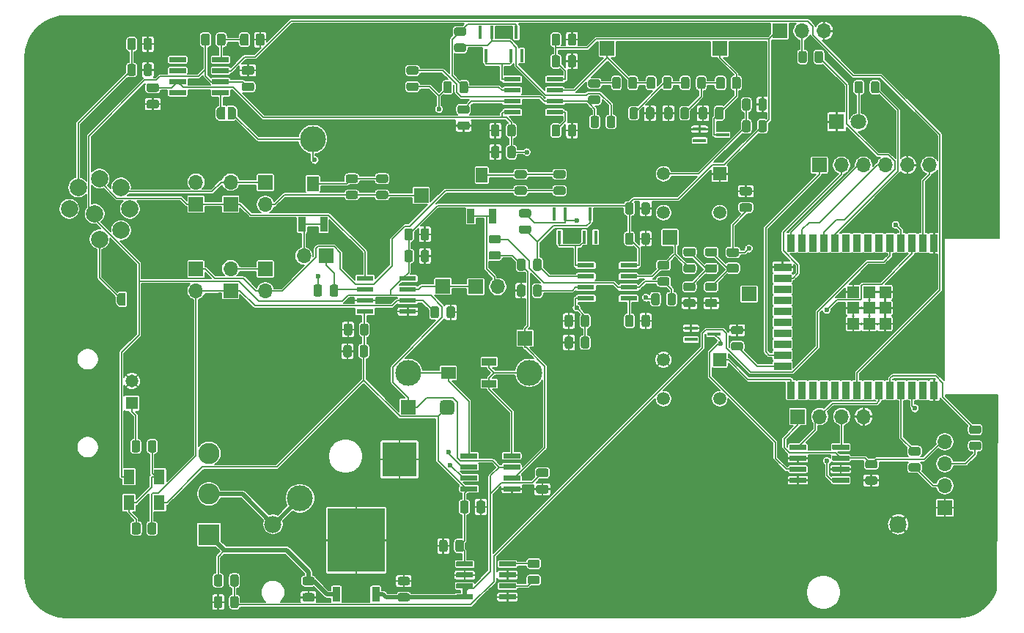
<source format=gbr>
%TF.GenerationSoftware,KiCad,Pcbnew,(5.1.10)-1*%
%TF.CreationDate,2022-05-25T15:21:49+02:00*%
%TF.ProjectId,NGL_Proto_EURO,4e474c5f-5072-46f7-946f-5f4555524f2e,V1*%
%TF.SameCoordinates,Original*%
%TF.FileFunction,Copper,L1,Top*%
%TF.FilePolarity,Positive*%
%FSLAX46Y46*%
G04 Gerber Fmt 4.6, Leading zero omitted, Abs format (unit mm)*
G04 Created by KiCad (PCBNEW (5.1.10)-1) date 2022-05-25 15:21:49*
%MOMM*%
%LPD*%
G01*
G04 APERTURE LIST*
%TA.AperFunction,ComponentPad*%
%ADD10C,1.478000*%
%TD*%
%TA.AperFunction,ComponentPad*%
%ADD11R,1.478000X1.478000*%
%TD*%
%TA.AperFunction,ComponentPad*%
%ADD12C,1.498600*%
%TD*%
%TA.AperFunction,ComponentPad*%
%ADD13R,1.498600X1.498600*%
%TD*%
%TA.AperFunction,ComponentPad*%
%ADD14C,1.980000*%
%TD*%
%TA.AperFunction,ComponentPad*%
%ADD15C,2.450000*%
%TD*%
%TA.AperFunction,ComponentPad*%
%ADD16R,2.450000X2.450000*%
%TD*%
%TA.AperFunction,SMDPad,CuDef*%
%ADD17R,1.969999X0.558000*%
%TD*%
%TA.AperFunction,SMDPad,CuDef*%
%ADD18R,1.330000X1.330000*%
%TD*%
%TA.AperFunction,SMDPad,CuDef*%
%ADD19R,0.900000X2.000000*%
%TD*%
%TA.AperFunction,SMDPad,CuDef*%
%ADD20R,2.000000X0.900000*%
%TD*%
%TA.AperFunction,ComponentPad*%
%ADD21O,1.700000X1.700000*%
%TD*%
%TA.AperFunction,ComponentPad*%
%ADD22R,1.700000X1.700000*%
%TD*%
%TA.AperFunction,SMDPad,CuDef*%
%ADD23R,0.450000X1.500000*%
%TD*%
%TA.AperFunction,SMDPad,CuDef*%
%ADD24R,1.500000X0.450000*%
%TD*%
%TA.AperFunction,ComponentPad*%
%ADD25R,1.800000X1.800000*%
%TD*%
%TA.AperFunction,ComponentPad*%
%ADD26C,1.800000*%
%TD*%
%TA.AperFunction,SMDPad,CuDef*%
%ADD27R,1.300000X1.700000*%
%TD*%
%TA.AperFunction,SMDPad,CuDef*%
%ADD28R,0.872800X1.690599*%
%TD*%
%TA.AperFunction,SMDPad,CuDef*%
%ADD29R,1.355400X1.690599*%
%TD*%
%TA.AperFunction,SMDPad,CuDef*%
%ADD30R,0.939800X1.701800*%
%TD*%
%TA.AperFunction,SMDPad,CuDef*%
%ADD31R,6.604000X7.315200*%
%TD*%
%TA.AperFunction,SMDPad,CuDef*%
%ADD32C,0.100000*%
%TD*%
%TA.AperFunction,SMDPad,CuDef*%
%ADD33C,3.000000*%
%TD*%
%TA.AperFunction,SMDPad,CuDef*%
%ADD34R,4.000000X4.000000*%
%TD*%
%TA.AperFunction,SMDPad,CuDef*%
%ADD35R,1.690599X0.872800*%
%TD*%
%TA.AperFunction,SMDPad,CuDef*%
%ADD36R,1.690599X1.355400*%
%TD*%
%TA.AperFunction,ComponentPad*%
%ADD37C,2.000000*%
%TD*%
%TA.AperFunction,ViaPad*%
%ADD38C,0.600000*%
%TD*%
%TA.AperFunction,Conductor*%
%ADD39C,0.150000*%
%TD*%
%TA.AperFunction,Conductor*%
%ADD40C,0.500000*%
%TD*%
%TA.AperFunction,Conductor*%
%ADD41C,0.100000*%
%TD*%
G04 APERTURE END LIST*
D10*
%TO.P,J3,G*%
%TO.N,-BATT*%
X112580000Y-92460000D03*
D11*
%TO.P,J3,S*%
%TO.N,IN_COAX*%
X112580000Y-95000000D03*
%TD*%
D12*
%TO.P,SW3,2*%
%TO.N,/ESP32/EN*%
X173999999Y-68499999D03*
%TO.P,SW3,4*%
%TO.N,N/C*%
X173999999Y-73000000D03*
%TO.P,SW3,3*%
X180500001Y-73000000D03*
D13*
%TO.P,SW3,1*%
%TO.N,-BATT*%
X180500001Y-68499999D03*
%TD*%
D12*
%TO.P,SW4,2*%
%TO.N,-BATT*%
X173999999Y-89999999D03*
%TO.P,SW4,4*%
%TO.N,N/C*%
X173999999Y-94500000D03*
%TO.P,SW4,3*%
X180500001Y-94500000D03*
D13*
%TO.P,SW4,1*%
%TO.N,Net-(SW4-Pad1)*%
X180500001Y-89999999D03*
%TD*%
D14*
%TO.P,BT1,N*%
%TO.N,-BATT*%
X201110000Y-109000000D03*
%TO.P,BT1,P*%
%TO.N,Net-(BT1-PadP)*%
X128890000Y-109000000D03*
%TD*%
D15*
%TO.P,S1,3*%
%TO.N,Net-(S1-Pad3)*%
X121500000Y-100800000D03*
%TO.P,S1,2*%
%TO.N,Net-(BT1-PadP)*%
X121500000Y-105500000D03*
D16*
%TO.P,S1,1*%
%TO.N,+BATT*%
X121500000Y-110200000D03*
%TD*%
D17*
%TO.P,U2,8*%
%TO.N,+3V3*%
X161463800Y-57595000D03*
%TO.P,U2,7*%
%TO.N,Net-(R52S1-Pad2)*%
X161463800Y-58865000D03*
%TO.P,U2,6*%
%TO.N,Net-(R22-Pad2)*%
X161463800Y-60135000D03*
%TO.P,U2,5*%
%TO.N,Net-(R24-Pad1)*%
X161463800Y-61405000D03*
%TO.P,U2,4*%
%TO.N,-3V3*%
X156536200Y-61405000D03*
%TO.P,U2,3*%
%TO.N,Net-(R13-Pad1)*%
X156536200Y-60135000D03*
%TO.P,U2,2*%
%TO.N,Net-(D6-Pad1)*%
X156536200Y-58865000D03*
%TO.P,U2,1*%
%TO.N,Net-(D11-Pad1)*%
X156536200Y-57595000D03*
%TD*%
%TO.P,U1,8*%
%TO.N,+3V3*%
X144463800Y-80595000D03*
%TO.P,U1,7*%
%TO.N,Net-(JP3-Pad1)*%
X144463800Y-81865000D03*
%TO.P,U1,6*%
%TO.N,CURRENT_3*%
X144463800Y-83135000D03*
%TO.P,U1,5*%
%TO.N,-BATT*%
X144463800Y-84405000D03*
%TO.P,U1,4*%
%TO.N,-3V3*%
X139536200Y-84405000D03*
%TO.P,U1,3*%
%TO.N,-BATT*%
X139536200Y-83135000D03*
%TO.P,U1,2*%
%TO.N,Net-(JP11-Pad1)*%
X139536200Y-81865000D03*
%TO.P,U1,1*%
%TO.N,CURRENT_4*%
X139536200Y-80595000D03*
%TD*%
%TO.P,U8,8*%
%TO.N,+3V3*%
X169963800Y-79095000D03*
%TO.P,U8,7*%
%TO.N,Net-(R31-Pad2)*%
X169963800Y-80365000D03*
%TO.P,U8,6*%
%TO.N,Net-(R28-Pad2)*%
X169963800Y-81635000D03*
%TO.P,U8,5*%
%TO.N,Net-(R30-Pad1)*%
X169963800Y-82905000D03*
%TO.P,U8,4*%
%TO.N,-3V3*%
X165036200Y-82905000D03*
%TO.P,U8,3*%
%TO.N,Net-(R26-Pad1)*%
X165036200Y-81635000D03*
%TO.P,U8,2*%
%TO.N,Net-(D2-Pad1)*%
X165036200Y-80365000D03*
%TO.P,U8,1*%
%TO.N,Net-(D2-Pad2)*%
X165036200Y-79095000D03*
%TD*%
D18*
%TO.P,U4,39_9*%
%TO.N,-BATT*%
X195925000Y-85835000D03*
%TO.P,U4,39_8*%
X195925000Y-84000000D03*
%TO.P,U4,39_7*%
X195925000Y-82165000D03*
%TO.P,U4,39_6*%
X197760000Y-85835000D03*
%TO.P,U4,39_5*%
X197760000Y-84000000D03*
%TO.P,U4,39_4*%
X197760000Y-82165000D03*
%TO.P,U4,39_3*%
X199595000Y-85835000D03*
%TO.P,U4,39_2*%
X199595000Y-84000000D03*
%TO.P,U4,39_1*%
X199595000Y-82165000D03*
D19*
%TO.P,U4,38*%
X205260000Y-93500000D03*
%TO.P,U4,37*%
%TO.N,Net-(U4-Pad37)*%
X203990000Y-93500000D03*
%TO.P,U4,36*%
%TO.N,SDA*%
X202720000Y-93500000D03*
%TO.P,U4,35*%
%TO.N,UART_TX*%
X201450000Y-93500000D03*
%TO.P,U4,34*%
%TO.N,UART_RX*%
X200180000Y-93500000D03*
%TO.P,U4,33*%
%TO.N,SCL*%
X198910000Y-93500000D03*
%TO.P,U4,32*%
%TO.N,Net-(U4-Pad32)*%
X197640000Y-93500000D03*
%TO.P,U4,31*%
%TO.N,CLOCK_GEN*%
X196370000Y-93500000D03*
%TO.P,U4,30*%
%TO.N,Net-(U4-Pad30)*%
X195100000Y-93500000D03*
%TO.P,U4,29*%
%TO.N,Net-(U4-Pad29)*%
X193830000Y-93500000D03*
%TO.P,U4,28*%
%TO.N,Net-(U4-Pad28)*%
X192560000Y-93500000D03*
%TO.P,U4,27*%
%TO.N,Net-(U4-Pad27)*%
X191290000Y-93500000D03*
%TO.P,U4,26*%
%TO.N,Net-(U4-Pad26)*%
X190020000Y-93500000D03*
%TO.P,U4,25*%
%TO.N,Net-(SW4-Pad1)*%
X188750000Y-93500000D03*
D20*
%TO.P,U4,24*%
%TO.N,Net-(R21-Pad2)*%
X187750000Y-90715000D03*
%TO.P,U4,23*%
%TO.N,CS*%
X187750000Y-89445000D03*
%TO.P,U4,22*%
%TO.N,Net-(U4-Pad22)*%
X187750000Y-88175000D03*
%TO.P,U4,21*%
%TO.N,Net-(U4-Pad21)*%
X187750000Y-86905000D03*
%TO.P,U4,20*%
%TO.N,Net-(U4-Pad20)*%
X187750000Y-85635000D03*
%TO.P,U4,19*%
%TO.N,Net-(U4-Pad19)*%
X187750000Y-84365000D03*
%TO.P,U4,18*%
%TO.N,Net-(U4-Pad18)*%
X187750000Y-83095000D03*
%TO.P,U4,17*%
%TO.N,Net-(U4-Pad17)*%
X187750000Y-81825000D03*
%TO.P,U4,16*%
%TO.N,MOSI*%
X187750000Y-80555000D03*
%TO.P,U4,15*%
%TO.N,-BATT*%
X187750000Y-79285000D03*
D19*
%TO.P,U4,14*%
%TO.N,MISO*%
X188750000Y-76500000D03*
%TO.P,U4,13*%
%TO.N,CLK*%
X190020000Y-76500000D03*
%TO.P,U4,12*%
%TO.N,Net-(U4-Pad12)*%
X191290000Y-76500000D03*
%TO.P,U4,11*%
%TO.N,Net-(R20-Pad2)*%
X192560000Y-76500000D03*
%TO.P,U4,10*%
%TO.N,Net-(R15-Pad1)*%
X193830000Y-76500000D03*
%TO.P,U4,9*%
%TO.N,Net-(U4-Pad9)*%
X195100000Y-76500000D03*
%TO.P,U4,8*%
%TO.N,Net-(U4-Pad8)*%
X196370000Y-76500000D03*
%TO.P,U4,7*%
%TO.N,Net-(U4-Pad7)*%
X197640000Y-76500000D03*
%TO.P,U4,6*%
%TO.N,Net-(U4-Pad6)*%
X198910000Y-76500000D03*
%TO.P,U4,5*%
%TO.N,OUT_BAT*%
X200180000Y-76500000D03*
%TO.P,U4,4*%
%TO.N,OUT_NTC*%
X201450000Y-76500000D03*
%TO.P,U4,3*%
%TO.N,/ESP32/EN*%
X202720000Y-76500000D03*
%TO.P,U4,2*%
%TO.N,+3V3*%
X203990000Y-76500000D03*
%TO.P,U4,1*%
%TO.N,-BATT*%
X205260000Y-76500000D03*
%TD*%
D21*
%TO.P,J5,4*%
%TO.N,-BATT*%
X197120000Y-96550000D03*
%TO.P,J5,3*%
%TO.N,SDA*%
X194580000Y-96550000D03*
%TO.P,J5,2*%
%TO.N,SCL*%
X192040000Y-96550000D03*
D22*
%TO.P,J5,1*%
%TO.N,+3V3*%
X189500000Y-96550000D03*
%TD*%
%TO.P,J2,1*%
%TO.N,-BATT*%
X206500000Y-107080000D03*
D21*
%TO.P,J2,2*%
%TO.N,Net-(J2-Pad2)*%
X206500000Y-104540000D03*
%TO.P,J2,3*%
%TO.N,Net-(J2-Pad3)*%
X206500000Y-102000000D03*
%TO.P,J2,4*%
%TO.N,+3V3*%
X206500000Y-99460000D03*
%TD*%
D23*
%TO.P,D3,2*%
%TO.N,Net-(D3-Pad2)*%
X162650000Y-73170000D03*
%TO.P,D3,3*%
%TO.N,N/C*%
X161350000Y-73170000D03*
%TO.P,D3,1*%
%TO.N,Net-(D2-Pad2)*%
X162000000Y-75830000D03*
%TD*%
D24*
%TO.P,D4,2*%
%TO.N,-BATT*%
X178170000Y-63350000D03*
%TO.P,D4,3*%
%TO.N,N/C*%
X178170000Y-64650000D03*
%TO.P,D4,1*%
%TO.N,OUT_SENS*%
X180830000Y-64000000D03*
%TD*%
D23*
%TO.P,D6,2*%
%TO.N,Net-(D11-Pad1)*%
X156350000Y-54830000D03*
%TO.P,D6,3*%
%TO.N,N/C*%
X157650000Y-54830000D03*
%TO.P,D6,1*%
%TO.N,Net-(D6-Pad1)*%
X157000000Y-52170000D03*
%TD*%
%TO.P,D11,2*%
%TO.N,Net-(D11-Pad2)*%
X154150000Y-52170000D03*
%TO.P,D11,3*%
%TO.N,N/C*%
X152850000Y-52170000D03*
%TO.P,D11,1*%
%TO.N,Net-(D11-Pad1)*%
X153500000Y-54830000D03*
%TD*%
%TO.P,D2,2*%
%TO.N,Net-(D2-Pad2)*%
X164850000Y-75830000D03*
%TO.P,D2,3*%
%TO.N,N/C*%
X166150000Y-75830000D03*
%TO.P,D2,1*%
%TO.N,Net-(D2-Pad1)*%
X165500000Y-73170000D03*
%TD*%
D24*
%TO.P,D5,2*%
%TO.N,-BATT*%
X177170000Y-86350000D03*
%TO.P,D5,3*%
%TO.N,N/C*%
X177170000Y-87650000D03*
%TO.P,D5,1*%
%TO.N,OUT_DIFF*%
X179830000Y-87000000D03*
%TD*%
D25*
%TO.P,D10,1*%
%TO.N,-BATT*%
X194000000Y-62500000D03*
D26*
%TO.P,D10,2*%
%TO.N,Net-(D10-Pad2)*%
X196540000Y-62500000D03*
%TD*%
%TO.P,C19,2*%
%TO.N,-BATT*%
%TA.AperFunction,SMDPad,CuDef*%
G36*
G01*
X184950000Y-60956250D02*
X184950000Y-60043750D01*
G75*
G02*
X185193750Y-59800000I243750J0D01*
G01*
X185681250Y-59800000D01*
G75*
G02*
X185925000Y-60043750I0J-243750D01*
G01*
X185925000Y-60956250D01*
G75*
G02*
X185681250Y-61200000I-243750J0D01*
G01*
X185193750Y-61200000D01*
G75*
G02*
X184950000Y-60956250I0J243750D01*
G01*
G37*
%TD.AperFunction*%
%TO.P,C19,1*%
%TO.N,/ESP32/EN*%
%TA.AperFunction,SMDPad,CuDef*%
G36*
G01*
X183075000Y-60956250D02*
X183075000Y-60043750D01*
G75*
G02*
X183318750Y-59800000I243750J0D01*
G01*
X183806250Y-59800000D01*
G75*
G02*
X184050000Y-60043750I0J-243750D01*
G01*
X184050000Y-60956250D01*
G75*
G02*
X183806250Y-61200000I-243750J0D01*
G01*
X183318750Y-61200000D01*
G75*
G02*
X183075000Y-60956250I0J243750D01*
G01*
G37*
%TD.AperFunction*%
%TD*%
%TO.P,R17,2*%
%TO.N,/ESP32/EN*%
%TA.AperFunction,SMDPad,CuDef*%
G36*
G01*
X184050000Y-62543750D02*
X184050000Y-63456250D01*
G75*
G02*
X183806250Y-63700000I-243750J0D01*
G01*
X183318750Y-63700000D01*
G75*
G02*
X183075000Y-63456250I0J243750D01*
G01*
X183075000Y-62543750D01*
G75*
G02*
X183318750Y-62300000I243750J0D01*
G01*
X183806250Y-62300000D01*
G75*
G02*
X184050000Y-62543750I0J-243750D01*
G01*
G37*
%TD.AperFunction*%
%TO.P,R17,1*%
%TO.N,+3V3*%
%TA.AperFunction,SMDPad,CuDef*%
G36*
G01*
X185925000Y-62543750D02*
X185925000Y-63456250D01*
G75*
G02*
X185681250Y-63700000I-243750J0D01*
G01*
X185193750Y-63700000D01*
G75*
G02*
X184950000Y-63456250I0J243750D01*
G01*
X184950000Y-62543750D01*
G75*
G02*
X185193750Y-62300000I243750J0D01*
G01*
X185681250Y-62300000D01*
G75*
G02*
X185925000Y-62543750I0J-243750D01*
G01*
G37*
%TD.AperFunction*%
%TD*%
%TO.P,R18,2*%
%TO.N,Net-(J2-Pad3)*%
%TA.AperFunction,SMDPad,CuDef*%
G36*
G01*
X209543750Y-99450000D02*
X210456250Y-99450000D01*
G75*
G02*
X210700000Y-99693750I0J-243750D01*
G01*
X210700000Y-100181250D01*
G75*
G02*
X210456250Y-100425000I-243750J0D01*
G01*
X209543750Y-100425000D01*
G75*
G02*
X209300000Y-100181250I0J243750D01*
G01*
X209300000Y-99693750D01*
G75*
G02*
X209543750Y-99450000I243750J0D01*
G01*
G37*
%TD.AperFunction*%
%TO.P,R18,1*%
%TO.N,UART_RX*%
%TA.AperFunction,SMDPad,CuDef*%
G36*
G01*
X209543750Y-97575000D02*
X210456250Y-97575000D01*
G75*
G02*
X210700000Y-97818750I0J-243750D01*
G01*
X210700000Y-98306250D01*
G75*
G02*
X210456250Y-98550000I-243750J0D01*
G01*
X209543750Y-98550000D01*
G75*
G02*
X209300000Y-98306250I0J243750D01*
G01*
X209300000Y-97818750D01*
G75*
G02*
X209543750Y-97575000I243750J0D01*
G01*
G37*
%TD.AperFunction*%
%TD*%
%TO.P,R21,1*%
%TO.N,-BATT*%
%TA.AperFunction,SMDPad,CuDef*%
G36*
G01*
X182043750Y-86075000D02*
X182956250Y-86075000D01*
G75*
G02*
X183200000Y-86318750I0J-243750D01*
G01*
X183200000Y-86806250D01*
G75*
G02*
X182956250Y-87050000I-243750J0D01*
G01*
X182043750Y-87050000D01*
G75*
G02*
X181800000Y-86806250I0J243750D01*
G01*
X181800000Y-86318750D01*
G75*
G02*
X182043750Y-86075000I243750J0D01*
G01*
G37*
%TD.AperFunction*%
%TO.P,R21,2*%
%TO.N,Net-(R21-Pad2)*%
%TA.AperFunction,SMDPad,CuDef*%
G36*
G01*
X182043750Y-87950000D02*
X182956250Y-87950000D01*
G75*
G02*
X183200000Y-88193750I0J-243750D01*
G01*
X183200000Y-88681250D01*
G75*
G02*
X182956250Y-88925000I-243750J0D01*
G01*
X182043750Y-88925000D01*
G75*
G02*
X181800000Y-88681250I0J243750D01*
G01*
X181800000Y-88193750D01*
G75*
G02*
X182043750Y-87950000I243750J0D01*
G01*
G37*
%TD.AperFunction*%
%TD*%
%TO.P,R19,1*%
%TO.N,UART_TX*%
%TA.AperFunction,SMDPad,CuDef*%
G36*
G01*
X202543750Y-100075000D02*
X203456250Y-100075000D01*
G75*
G02*
X203700000Y-100318750I0J-243750D01*
G01*
X203700000Y-100806250D01*
G75*
G02*
X203456250Y-101050000I-243750J0D01*
G01*
X202543750Y-101050000D01*
G75*
G02*
X202300000Y-100806250I0J243750D01*
G01*
X202300000Y-100318750D01*
G75*
G02*
X202543750Y-100075000I243750J0D01*
G01*
G37*
%TD.AperFunction*%
%TO.P,R19,2*%
%TO.N,Net-(J2-Pad2)*%
%TA.AperFunction,SMDPad,CuDef*%
G36*
G01*
X202543750Y-101950000D02*
X203456250Y-101950000D01*
G75*
G02*
X203700000Y-102193750I0J-243750D01*
G01*
X203700000Y-102681250D01*
G75*
G02*
X203456250Y-102925000I-243750J0D01*
G01*
X202543750Y-102925000D01*
G75*
G02*
X202300000Y-102681250I0J243750D01*
G01*
X202300000Y-102193750D01*
G75*
G02*
X202543750Y-101950000I243750J0D01*
G01*
G37*
%TD.AperFunction*%
%TD*%
%TO.P,R15,2*%
%TO.N,Net-(D10-Pad2)*%
%TA.AperFunction,SMDPad,CuDef*%
G36*
G01*
X197050000Y-58043750D02*
X197050000Y-58956250D01*
G75*
G02*
X196806250Y-59200000I-243750J0D01*
G01*
X196318750Y-59200000D01*
G75*
G02*
X196075000Y-58956250I0J243750D01*
G01*
X196075000Y-58043750D01*
G75*
G02*
X196318750Y-57800000I243750J0D01*
G01*
X196806250Y-57800000D01*
G75*
G02*
X197050000Y-58043750I0J-243750D01*
G01*
G37*
%TD.AperFunction*%
%TO.P,R15,1*%
%TO.N,Net-(R15-Pad1)*%
%TA.AperFunction,SMDPad,CuDef*%
G36*
G01*
X198925000Y-58043750D02*
X198925000Y-58956250D01*
G75*
G02*
X198681250Y-59200000I-243750J0D01*
G01*
X198193750Y-59200000D01*
G75*
G02*
X197950000Y-58956250I0J243750D01*
G01*
X197950000Y-58043750D01*
G75*
G02*
X198193750Y-57800000I243750J0D01*
G01*
X198681250Y-57800000D01*
G75*
G02*
X198925000Y-58043750I0J-243750D01*
G01*
G37*
%TD.AperFunction*%
%TD*%
%TO.P,R14,2*%
%TO.N,Net-(D1-Pad2)*%
%TA.AperFunction,SMDPad,CuDef*%
G36*
G01*
X113600000Y-109049998D02*
X113600000Y-109950002D01*
G75*
G02*
X113350002Y-110200000I-249998J0D01*
G01*
X112824998Y-110200000D01*
G75*
G02*
X112575000Y-109950002I0J249998D01*
G01*
X112575000Y-109049998D01*
G75*
G02*
X112824998Y-108800000I249998J0D01*
G01*
X113350002Y-108800000D01*
G75*
G02*
X113600000Y-109049998I0J-249998D01*
G01*
G37*
%TD.AperFunction*%
%TO.P,R14,1*%
%TO.N,CURRENT_3*%
%TA.AperFunction,SMDPad,CuDef*%
G36*
G01*
X115425000Y-109049998D02*
X115425000Y-109950002D01*
G75*
G02*
X115175002Y-110200000I-249998J0D01*
G01*
X114649998Y-110200000D01*
G75*
G02*
X114400000Y-109950002I0J249998D01*
G01*
X114400000Y-109049998D01*
G75*
G02*
X114649998Y-108800000I249998J0D01*
G01*
X115175002Y-108800000D01*
G75*
G02*
X115425000Y-109049998I0J-249998D01*
G01*
G37*
%TD.AperFunction*%
%TD*%
%TO.P,C2,1*%
%TO.N,-BATT*%
%TA.AperFunction,SMDPad,CuDef*%
G36*
G01*
X137075000Y-86956250D02*
X137075000Y-86043750D01*
G75*
G02*
X137318750Y-85800000I243750J0D01*
G01*
X137806250Y-85800000D01*
G75*
G02*
X138050000Y-86043750I0J-243750D01*
G01*
X138050000Y-86956250D01*
G75*
G02*
X137806250Y-87200000I-243750J0D01*
G01*
X137318750Y-87200000D01*
G75*
G02*
X137075000Y-86956250I0J243750D01*
G01*
G37*
%TD.AperFunction*%
%TO.P,C2,2*%
%TO.N,-3V3*%
%TA.AperFunction,SMDPad,CuDef*%
G36*
G01*
X138950000Y-86956250D02*
X138950000Y-86043750D01*
G75*
G02*
X139193750Y-85800000I243750J0D01*
G01*
X139681250Y-85800000D01*
G75*
G02*
X139925000Y-86043750I0J-243750D01*
G01*
X139925000Y-86956250D01*
G75*
G02*
X139681250Y-87200000I-243750J0D01*
G01*
X139193750Y-87200000D01*
G75*
G02*
X138950000Y-86956250I0J243750D01*
G01*
G37*
%TD.AperFunction*%
%TD*%
%TO.P,C3,1*%
%TO.N,-BATT*%
%TA.AperFunction,SMDPad,CuDef*%
G36*
G01*
X137013000Y-89456250D02*
X137013000Y-88543750D01*
G75*
G02*
X137256750Y-88300000I243750J0D01*
G01*
X137744250Y-88300000D01*
G75*
G02*
X137988000Y-88543750I0J-243750D01*
G01*
X137988000Y-89456250D01*
G75*
G02*
X137744250Y-89700000I-243750J0D01*
G01*
X137256750Y-89700000D01*
G75*
G02*
X137013000Y-89456250I0J243750D01*
G01*
G37*
%TD.AperFunction*%
%TO.P,C3,2*%
%TO.N,-3V3*%
%TA.AperFunction,SMDPad,CuDef*%
G36*
G01*
X138888000Y-89456250D02*
X138888000Y-88543750D01*
G75*
G02*
X139131750Y-88300000I243750J0D01*
G01*
X139619250Y-88300000D01*
G75*
G02*
X139863000Y-88543750I0J-243750D01*
G01*
X139863000Y-89456250D01*
G75*
G02*
X139619250Y-89700000I-243750J0D01*
G01*
X139131750Y-89700000D01*
G75*
G02*
X138888000Y-89456250I0J243750D01*
G01*
G37*
%TD.AperFunction*%
%TD*%
%TO.P,C5,2*%
%TO.N,-BATT*%
%TA.AperFunction,SMDPad,CuDef*%
G36*
G01*
X145950000Y-75956250D02*
X145950000Y-75043750D01*
G75*
G02*
X146193750Y-74800000I243750J0D01*
G01*
X146681250Y-74800000D01*
G75*
G02*
X146925000Y-75043750I0J-243750D01*
G01*
X146925000Y-75956250D01*
G75*
G02*
X146681250Y-76200000I-243750J0D01*
G01*
X146193750Y-76200000D01*
G75*
G02*
X145950000Y-75956250I0J243750D01*
G01*
G37*
%TD.AperFunction*%
%TO.P,C5,1*%
%TO.N,+3V3*%
%TA.AperFunction,SMDPad,CuDef*%
G36*
G01*
X144075000Y-75956250D02*
X144075000Y-75043750D01*
G75*
G02*
X144318750Y-74800000I243750J0D01*
G01*
X144806250Y-74800000D01*
G75*
G02*
X145050000Y-75043750I0J-243750D01*
G01*
X145050000Y-75956250D01*
G75*
G02*
X144806250Y-76200000I-243750J0D01*
G01*
X144318750Y-76200000D01*
G75*
G02*
X144075000Y-75956250I0J243750D01*
G01*
G37*
%TD.AperFunction*%
%TD*%
%TO.P,C6,2*%
%TO.N,-BATT*%
%TA.AperFunction,SMDPad,CuDef*%
G36*
G01*
X145950000Y-78456250D02*
X145950000Y-77543750D01*
G75*
G02*
X146193750Y-77300000I243750J0D01*
G01*
X146681250Y-77300000D01*
G75*
G02*
X146925000Y-77543750I0J-243750D01*
G01*
X146925000Y-78456250D01*
G75*
G02*
X146681250Y-78700000I-243750J0D01*
G01*
X146193750Y-78700000D01*
G75*
G02*
X145950000Y-78456250I0J243750D01*
G01*
G37*
%TD.AperFunction*%
%TO.P,C6,1*%
%TO.N,+3V3*%
%TA.AperFunction,SMDPad,CuDef*%
G36*
G01*
X144075000Y-78456250D02*
X144075000Y-77543750D01*
G75*
G02*
X144318750Y-77300000I243750J0D01*
G01*
X144806250Y-77300000D01*
G75*
G02*
X145050000Y-77543750I0J-243750D01*
G01*
X145050000Y-78456250D01*
G75*
G02*
X144806250Y-78700000I-243750J0D01*
G01*
X144318750Y-78700000D01*
G75*
G02*
X144075000Y-78456250I0J243750D01*
G01*
G37*
%TD.AperFunction*%
%TD*%
%TO.P,C8,1*%
%TO.N,Net-(C8-Pad1)*%
%TA.AperFunction,SMDPad,CuDef*%
G36*
G01*
X176925000Y-61043750D02*
X176925000Y-61956250D01*
G75*
G02*
X176681250Y-62200000I-243750J0D01*
G01*
X176193750Y-62200000D01*
G75*
G02*
X175950000Y-61956250I0J243750D01*
G01*
X175950000Y-61043750D01*
G75*
G02*
X176193750Y-60800000I243750J0D01*
G01*
X176681250Y-60800000D01*
G75*
G02*
X176925000Y-61043750I0J-243750D01*
G01*
G37*
%TD.AperFunction*%
%TO.P,C8,2*%
%TO.N,-BATT*%
%TA.AperFunction,SMDPad,CuDef*%
G36*
G01*
X175050000Y-61043750D02*
X175050000Y-61956250D01*
G75*
G02*
X174806250Y-62200000I-243750J0D01*
G01*
X174318750Y-62200000D01*
G75*
G02*
X174075000Y-61956250I0J243750D01*
G01*
X174075000Y-61043750D01*
G75*
G02*
X174318750Y-60800000I243750J0D01*
G01*
X174806250Y-60800000D01*
G75*
G02*
X175050000Y-61043750I0J-243750D01*
G01*
G37*
%TD.AperFunction*%
%TD*%
%TO.P,C9,2*%
%TO.N,-BATT*%
%TA.AperFunction,SMDPad,CuDef*%
G36*
G01*
X171950000Y-61956250D02*
X171950000Y-61043750D01*
G75*
G02*
X172193750Y-60800000I243750J0D01*
G01*
X172681250Y-60800000D01*
G75*
G02*
X172925000Y-61043750I0J-243750D01*
G01*
X172925000Y-61956250D01*
G75*
G02*
X172681250Y-62200000I-243750J0D01*
G01*
X172193750Y-62200000D01*
G75*
G02*
X171950000Y-61956250I0J243750D01*
G01*
G37*
%TD.AperFunction*%
%TO.P,C9,1*%
%TO.N,Net-(C9-Pad1)*%
%TA.AperFunction,SMDPad,CuDef*%
G36*
G01*
X170075000Y-61956250D02*
X170075000Y-61043750D01*
G75*
G02*
X170318750Y-60800000I243750J0D01*
G01*
X170806250Y-60800000D01*
G75*
G02*
X171050000Y-61043750I0J-243750D01*
G01*
X171050000Y-61956250D01*
G75*
G02*
X170806250Y-62200000I-243750J0D01*
G01*
X170318750Y-62200000D01*
G75*
G02*
X170075000Y-61956250I0J243750D01*
G01*
G37*
%TD.AperFunction*%
%TD*%
%TO.P,C10,1*%
%TO.N,+3V3*%
%TA.AperFunction,SMDPad,CuDef*%
G36*
G01*
X161075000Y-53456250D02*
X161075000Y-52543750D01*
G75*
G02*
X161318750Y-52300000I243750J0D01*
G01*
X161806250Y-52300000D01*
G75*
G02*
X162050000Y-52543750I0J-243750D01*
G01*
X162050000Y-53456250D01*
G75*
G02*
X161806250Y-53700000I-243750J0D01*
G01*
X161318750Y-53700000D01*
G75*
G02*
X161075000Y-53456250I0J243750D01*
G01*
G37*
%TD.AperFunction*%
%TO.P,C10,2*%
%TO.N,-BATT*%
%TA.AperFunction,SMDPad,CuDef*%
G36*
G01*
X162950000Y-53456250D02*
X162950000Y-52543750D01*
G75*
G02*
X163193750Y-52300000I243750J0D01*
G01*
X163681250Y-52300000D01*
G75*
G02*
X163925000Y-52543750I0J-243750D01*
G01*
X163925000Y-53456250D01*
G75*
G02*
X163681250Y-53700000I-243750J0D01*
G01*
X163193750Y-53700000D01*
G75*
G02*
X162950000Y-53456250I0J243750D01*
G01*
G37*
%TD.AperFunction*%
%TD*%
%TO.P,C11,1*%
%TO.N,-BATT*%
%TA.AperFunction,SMDPad,CuDef*%
G36*
G01*
X154075000Y-66456250D02*
X154075000Y-65543750D01*
G75*
G02*
X154318750Y-65300000I243750J0D01*
G01*
X154806250Y-65300000D01*
G75*
G02*
X155050000Y-65543750I0J-243750D01*
G01*
X155050000Y-66456250D01*
G75*
G02*
X154806250Y-66700000I-243750J0D01*
G01*
X154318750Y-66700000D01*
G75*
G02*
X154075000Y-66456250I0J243750D01*
G01*
G37*
%TD.AperFunction*%
%TO.P,C11,2*%
%TO.N,-3V3*%
%TA.AperFunction,SMDPad,CuDef*%
G36*
G01*
X155950000Y-66456250D02*
X155950000Y-65543750D01*
G75*
G02*
X156193750Y-65300000I243750J0D01*
G01*
X156681250Y-65300000D01*
G75*
G02*
X156925000Y-65543750I0J-243750D01*
G01*
X156925000Y-66456250D01*
G75*
G02*
X156681250Y-66700000I-243750J0D01*
G01*
X156193750Y-66700000D01*
G75*
G02*
X155950000Y-66456250I0J243750D01*
G01*
G37*
%TD.AperFunction*%
%TD*%
%TO.P,C12,1*%
%TO.N,+3V3*%
%TA.AperFunction,SMDPad,CuDef*%
G36*
G01*
X161075000Y-55956250D02*
X161075000Y-55043750D01*
G75*
G02*
X161318750Y-54800000I243750J0D01*
G01*
X161806250Y-54800000D01*
G75*
G02*
X162050000Y-55043750I0J-243750D01*
G01*
X162050000Y-55956250D01*
G75*
G02*
X161806250Y-56200000I-243750J0D01*
G01*
X161318750Y-56200000D01*
G75*
G02*
X161075000Y-55956250I0J243750D01*
G01*
G37*
%TD.AperFunction*%
%TO.P,C12,2*%
%TO.N,-BATT*%
%TA.AperFunction,SMDPad,CuDef*%
G36*
G01*
X162950000Y-55956250D02*
X162950000Y-55043750D01*
G75*
G02*
X163193750Y-54800000I243750J0D01*
G01*
X163681250Y-54800000D01*
G75*
G02*
X163925000Y-55043750I0J-243750D01*
G01*
X163925000Y-55956250D01*
G75*
G02*
X163681250Y-56200000I-243750J0D01*
G01*
X163193750Y-56200000D01*
G75*
G02*
X162950000Y-55956250I0J243750D01*
G01*
G37*
%TD.AperFunction*%
%TD*%
%TO.P,C13,2*%
%TO.N,-3V3*%
%TA.AperFunction,SMDPad,CuDef*%
G36*
G01*
X155950000Y-63956250D02*
X155950000Y-63043750D01*
G75*
G02*
X156193750Y-62800000I243750J0D01*
G01*
X156681250Y-62800000D01*
G75*
G02*
X156925000Y-63043750I0J-243750D01*
G01*
X156925000Y-63956250D01*
G75*
G02*
X156681250Y-64200000I-243750J0D01*
G01*
X156193750Y-64200000D01*
G75*
G02*
X155950000Y-63956250I0J243750D01*
G01*
G37*
%TD.AperFunction*%
%TO.P,C13,1*%
%TO.N,-BATT*%
%TA.AperFunction,SMDPad,CuDef*%
G36*
G01*
X154075000Y-63956250D02*
X154075000Y-63043750D01*
G75*
G02*
X154318750Y-62800000I243750J0D01*
G01*
X154806250Y-62800000D01*
G75*
G02*
X155050000Y-63043750I0J-243750D01*
G01*
X155050000Y-63956250D01*
G75*
G02*
X154806250Y-64200000I-243750J0D01*
G01*
X154318750Y-64200000D01*
G75*
G02*
X154075000Y-63956250I0J243750D01*
G01*
G37*
%TD.AperFunction*%
%TD*%
%TO.P,C14,2*%
%TO.N,-BATT*%
%TA.AperFunction,SMDPad,CuDef*%
G36*
G01*
X132543750Y-116950000D02*
X133456250Y-116950000D01*
G75*
G02*
X133700000Y-117193750I0J-243750D01*
G01*
X133700000Y-117681250D01*
G75*
G02*
X133456250Y-117925000I-243750J0D01*
G01*
X132543750Y-117925000D01*
G75*
G02*
X132300000Y-117681250I0J243750D01*
G01*
X132300000Y-117193750D01*
G75*
G02*
X132543750Y-116950000I243750J0D01*
G01*
G37*
%TD.AperFunction*%
%TO.P,C14,1*%
%TO.N,+BATT*%
%TA.AperFunction,SMDPad,CuDef*%
G36*
G01*
X132543750Y-115075000D02*
X133456250Y-115075000D01*
G75*
G02*
X133700000Y-115318750I0J-243750D01*
G01*
X133700000Y-115806250D01*
G75*
G02*
X133456250Y-116050000I-243750J0D01*
G01*
X132543750Y-116050000D01*
G75*
G02*
X132300000Y-115806250I0J243750D01*
G01*
X132300000Y-115318750D01*
G75*
G02*
X132543750Y-115075000I243750J0D01*
G01*
G37*
%TD.AperFunction*%
%TD*%
%TO.P,C15,1*%
%TO.N,+3V3*%
%TA.AperFunction,SMDPad,CuDef*%
G36*
G01*
X144456250Y-117925000D02*
X143543750Y-117925000D01*
G75*
G02*
X143300000Y-117681250I0J243750D01*
G01*
X143300000Y-117193750D01*
G75*
G02*
X143543750Y-116950000I243750J0D01*
G01*
X144456250Y-116950000D01*
G75*
G02*
X144700000Y-117193750I0J-243750D01*
G01*
X144700000Y-117681250D01*
G75*
G02*
X144456250Y-117925000I-243750J0D01*
G01*
G37*
%TD.AperFunction*%
%TO.P,C15,2*%
%TO.N,-BATT*%
%TA.AperFunction,SMDPad,CuDef*%
G36*
G01*
X144456250Y-116050000D02*
X143543750Y-116050000D01*
G75*
G02*
X143300000Y-115806250I0J243750D01*
G01*
X143300000Y-115318750D01*
G75*
G02*
X143543750Y-115075000I243750J0D01*
G01*
X144456250Y-115075000D01*
G75*
G02*
X144700000Y-115318750I0J-243750D01*
G01*
X144700000Y-115806250D01*
G75*
G02*
X144456250Y-116050000I-243750J0D01*
G01*
G37*
%TD.AperFunction*%
%TD*%
%TO.P,C16,2*%
%TO.N,Net-(C16-Pad2)*%
%TA.AperFunction,SMDPad,CuDef*%
G36*
G01*
X159456250Y-114050000D02*
X158543750Y-114050000D01*
G75*
G02*
X158300000Y-113806250I0J243750D01*
G01*
X158300000Y-113318750D01*
G75*
G02*
X158543750Y-113075000I243750J0D01*
G01*
X159456250Y-113075000D01*
G75*
G02*
X159700000Y-113318750I0J-243750D01*
G01*
X159700000Y-113806250D01*
G75*
G02*
X159456250Y-114050000I-243750J0D01*
G01*
G37*
%TD.AperFunction*%
%TO.P,C16,1*%
%TO.N,Net-(C16-Pad1)*%
%TA.AperFunction,SMDPad,CuDef*%
G36*
G01*
X159456250Y-115925000D02*
X158543750Y-115925000D01*
G75*
G02*
X158300000Y-115681250I0J243750D01*
G01*
X158300000Y-115193750D01*
G75*
G02*
X158543750Y-114950000I243750J0D01*
G01*
X159456250Y-114950000D01*
G75*
G02*
X159700000Y-115193750I0J-243750D01*
G01*
X159700000Y-115681250D01*
G75*
G02*
X159456250Y-115925000I-243750J0D01*
G01*
G37*
%TD.AperFunction*%
%TD*%
%TO.P,C17,1*%
%TO.N,-3V3*%
%TA.AperFunction,SMDPad,CuDef*%
G36*
G01*
X150925000Y-111043750D02*
X150925000Y-111956250D01*
G75*
G02*
X150681250Y-112200000I-243750J0D01*
G01*
X150193750Y-112200000D01*
G75*
G02*
X149950000Y-111956250I0J243750D01*
G01*
X149950000Y-111043750D01*
G75*
G02*
X150193750Y-110800000I243750J0D01*
G01*
X150681250Y-110800000D01*
G75*
G02*
X150925000Y-111043750I0J-243750D01*
G01*
G37*
%TD.AperFunction*%
%TO.P,C17,2*%
%TO.N,-BATT*%
%TA.AperFunction,SMDPad,CuDef*%
G36*
G01*
X149050000Y-111043750D02*
X149050000Y-111956250D01*
G75*
G02*
X148806250Y-112200000I-243750J0D01*
G01*
X148318750Y-112200000D01*
G75*
G02*
X148075000Y-111956250I0J243750D01*
G01*
X148075000Y-111043750D01*
G75*
G02*
X148318750Y-110800000I243750J0D01*
G01*
X148806250Y-110800000D01*
G75*
G02*
X149050000Y-111043750I0J-243750D01*
G01*
G37*
%TD.AperFunction*%
%TD*%
D27*
%TO.P,D1,1*%
%TO.N,+3V3*%
X112250000Y-103500000D03*
%TO.P,D1,2*%
%TO.N,Net-(D1-Pad2)*%
X115750000Y-103500000D03*
%TD*%
%TO.P,D7,1*%
%TO.N,Net-(D1-Pad2)*%
X112250000Y-106500000D03*
%TO.P,D7,2*%
%TO.N,-3V3*%
X115750000Y-106500000D03*
%TD*%
D22*
%TO.P,J4,1*%
%TO.N,CS*%
X192000000Y-67500000D03*
D21*
%TO.P,J4,2*%
%TO.N,MOSI*%
X194540000Y-67500000D03*
%TO.P,J4,3*%
%TO.N,MISO*%
X197080000Y-67500000D03*
%TO.P,J4,4*%
%TO.N,CLK*%
X199620000Y-67500000D03*
%TO.P,J4,5*%
%TO.N,-BATT*%
X202160000Y-67500000D03*
%TO.P,J4,6*%
%TO.N,+3V3*%
X204700000Y-67500000D03*
%TD*%
D22*
%TO.P,J6,1*%
%TO.N,+3V3*%
X187460000Y-52000000D03*
D21*
%TO.P,J6,2*%
%TO.N,NEO*%
X190000000Y-52000000D03*
%TO.P,J6,3*%
%TO.N,-BATT*%
X192540000Y-52000000D03*
%TD*%
%TO.P,JP1,2*%
%TO.N,DIFF+*%
X124000000Y-79460000D03*
D22*
%TO.P,JP1,1*%
%TO.N,CURRENT_3*%
X124000000Y-82000000D03*
%TD*%
%TO.P,JP2,1*%
%TO.N,CURRENT_4*%
X124000000Y-72000000D03*
D21*
%TO.P,JP2,2*%
%TO.N,DIFF-*%
X124000000Y-69460000D03*
%TD*%
D22*
%TO.P,JP3,1*%
%TO.N,Net-(JP3-Pad1)*%
X152300000Y-81550000D03*
D21*
%TO.P,JP3,2*%
%TO.N,Net-(JP3-Pad2)*%
X154840000Y-81550000D03*
%TD*%
D22*
%TO.P,JP4,1*%
%TO.N,DIFF-*%
X128000000Y-69500000D03*
D21*
%TO.P,JP4,2*%
%TO.N,/R2*%
X128000000Y-72040000D03*
%TD*%
%TO.P,JP8,2*%
%TO.N,CURRENT_3*%
X120000000Y-82040000D03*
D22*
%TO.P,JP8,1*%
%TO.N,Net-(JP8-Pad1)*%
X120000000Y-79500000D03*
%TD*%
%TO.P,JP9,1*%
%TO.N,DIFF+*%
X128000000Y-79500000D03*
D21*
%TO.P,JP9,2*%
%TO.N,Net-(JP8-Pad1)*%
X128000000Y-82040000D03*
%TD*%
%TO.P,JP10,2*%
%TO.N,/R2*%
X120000000Y-69460000D03*
D22*
%TO.P,JP10,1*%
%TO.N,CURRENT_4*%
X120000000Y-72000000D03*
%TD*%
D21*
%TO.P,JP11,2*%
%TO.N,Net-(JP11-Pad2)*%
X132460000Y-78000000D03*
D22*
%TO.P,JP11,1*%
%TO.N,Net-(JP11-Pad1)*%
X135000000Y-78000000D03*
%TD*%
%TO.P,R2,1*%
%TO.N,/R2*%
%TA.AperFunction,SMDPad,CuDef*%
G36*
G01*
X138456250Y-71425000D02*
X137543750Y-71425000D01*
G75*
G02*
X137300000Y-71181250I0J243750D01*
G01*
X137300000Y-70693750D01*
G75*
G02*
X137543750Y-70450000I243750J0D01*
G01*
X138456250Y-70450000D01*
G75*
G02*
X138700000Y-70693750I0J-243750D01*
G01*
X138700000Y-71181250D01*
G75*
G02*
X138456250Y-71425000I-243750J0D01*
G01*
G37*
%TD.AperFunction*%
%TO.P,R2,2*%
%TO.N,Net-(R2-Pad2)*%
%TA.AperFunction,SMDPad,CuDef*%
G36*
G01*
X138456250Y-69550000D02*
X137543750Y-69550000D01*
G75*
G02*
X137300000Y-69306250I0J243750D01*
G01*
X137300000Y-68818750D01*
G75*
G02*
X137543750Y-68575000I243750J0D01*
G01*
X138456250Y-68575000D01*
G75*
G02*
X138700000Y-68818750I0J-243750D01*
G01*
X138700000Y-69306250D01*
G75*
G02*
X138456250Y-69550000I-243750J0D01*
G01*
G37*
%TD.AperFunction*%
%TD*%
%TO.P,R3,1*%
%TO.N,IN_COAX*%
%TA.AperFunction,SMDPad,CuDef*%
G36*
G01*
X112575000Y-100456250D02*
X112575000Y-99543750D01*
G75*
G02*
X112818750Y-99300000I243750J0D01*
G01*
X113306250Y-99300000D01*
G75*
G02*
X113550000Y-99543750I0J-243750D01*
G01*
X113550000Y-100456250D01*
G75*
G02*
X113306250Y-100700000I-243750J0D01*
G01*
X112818750Y-100700000D01*
G75*
G02*
X112575000Y-100456250I0J243750D01*
G01*
G37*
%TD.AperFunction*%
%TO.P,R3,2*%
%TO.N,Net-(D1-Pad2)*%
%TA.AperFunction,SMDPad,CuDef*%
G36*
G01*
X114450000Y-100456250D02*
X114450000Y-99543750D01*
G75*
G02*
X114693750Y-99300000I243750J0D01*
G01*
X115181250Y-99300000D01*
G75*
G02*
X115425000Y-99543750I0J-243750D01*
G01*
X115425000Y-100456250D01*
G75*
G02*
X115181250Y-100700000I-243750J0D01*
G01*
X114693750Y-100700000D01*
G75*
G02*
X114450000Y-100456250I0J243750D01*
G01*
G37*
%TD.AperFunction*%
%TD*%
%TO.P,R4,1*%
%TO.N,Net-(JP11-Pad1)*%
%TA.AperFunction,SMDPad,CuDef*%
G36*
G01*
X136425000Y-81543750D02*
X136425000Y-82456250D01*
G75*
G02*
X136181250Y-82700000I-243750J0D01*
G01*
X135693750Y-82700000D01*
G75*
G02*
X135450000Y-82456250I0J243750D01*
G01*
X135450000Y-81543750D01*
G75*
G02*
X135693750Y-81300000I243750J0D01*
G01*
X136181250Y-81300000D01*
G75*
G02*
X136425000Y-81543750I0J-243750D01*
G01*
G37*
%TD.AperFunction*%
%TO.P,R4,2*%
%TO.N,Net-(R4-Pad2)*%
%TA.AperFunction,SMDPad,CuDef*%
G36*
G01*
X134550000Y-81543750D02*
X134550000Y-82456250D01*
G75*
G02*
X134306250Y-82700000I-243750J0D01*
G01*
X133818750Y-82700000D01*
G75*
G02*
X133575000Y-82456250I0J243750D01*
G01*
X133575000Y-81543750D01*
G75*
G02*
X133818750Y-81300000I243750J0D01*
G01*
X134306250Y-81300000D01*
G75*
G02*
X134550000Y-81543750I0J-243750D01*
G01*
G37*
%TD.AperFunction*%
%TD*%
%TO.P,R6,2*%
%TO.N,Net-(D11-Pad2)*%
%TA.AperFunction,SMDPad,CuDef*%
G36*
G01*
X150043750Y-53450000D02*
X150956250Y-53450000D01*
G75*
G02*
X151200000Y-53693750I0J-243750D01*
G01*
X151200000Y-54181250D01*
G75*
G02*
X150956250Y-54425000I-243750J0D01*
G01*
X150043750Y-54425000D01*
G75*
G02*
X149800000Y-54181250I0J243750D01*
G01*
X149800000Y-53693750D01*
G75*
G02*
X150043750Y-53450000I243750J0D01*
G01*
G37*
%TD.AperFunction*%
%TO.P,R6,1*%
%TO.N,Net-(D6-Pad1)*%
%TA.AperFunction,SMDPad,CuDef*%
G36*
G01*
X150043750Y-51575000D02*
X150956250Y-51575000D01*
G75*
G02*
X151200000Y-51818750I0J-243750D01*
G01*
X151200000Y-52306250D01*
G75*
G02*
X150956250Y-52550000I-243750J0D01*
G01*
X150043750Y-52550000D01*
G75*
G02*
X149800000Y-52306250I0J243750D01*
G01*
X149800000Y-51818750D01*
G75*
G02*
X150043750Y-51575000I243750J0D01*
G01*
G37*
%TD.AperFunction*%
%TD*%
%TO.P,R7,1*%
%TO.N,Net-(JP3-Pad1)*%
%TA.AperFunction,SMDPad,CuDef*%
G36*
G01*
X148575000Y-58956250D02*
X148575000Y-58043750D01*
G75*
G02*
X148818750Y-57800000I243750J0D01*
G01*
X149306250Y-57800000D01*
G75*
G02*
X149550000Y-58043750I0J-243750D01*
G01*
X149550000Y-58956250D01*
G75*
G02*
X149306250Y-59200000I-243750J0D01*
G01*
X148818750Y-59200000D01*
G75*
G02*
X148575000Y-58956250I0J243750D01*
G01*
G37*
%TD.AperFunction*%
%TO.P,R7,2*%
%TO.N,Net-(D6-Pad1)*%
%TA.AperFunction,SMDPad,CuDef*%
G36*
G01*
X150450000Y-58956250D02*
X150450000Y-58043750D01*
G75*
G02*
X150693750Y-57800000I243750J0D01*
G01*
X151181250Y-57800000D01*
G75*
G02*
X151425000Y-58043750I0J-243750D01*
G01*
X151425000Y-58956250D01*
G75*
G02*
X151181250Y-59200000I-243750J0D01*
G01*
X150693750Y-59200000D01*
G75*
G02*
X150450000Y-58956250I0J243750D01*
G01*
G37*
%TD.AperFunction*%
%TD*%
%TO.P,R8,1*%
%TO.N,Net-(C9-Pad1)*%
%TA.AperFunction,SMDPad,CuDef*%
G36*
G01*
X176013000Y-58456250D02*
X176013000Y-57543750D01*
G75*
G02*
X176256750Y-57300000I243750J0D01*
G01*
X176744250Y-57300000D01*
G75*
G02*
X176988000Y-57543750I0J-243750D01*
G01*
X176988000Y-58456250D01*
G75*
G02*
X176744250Y-58700000I-243750J0D01*
G01*
X176256750Y-58700000D01*
G75*
G02*
X176013000Y-58456250I0J243750D01*
G01*
G37*
%TD.AperFunction*%
%TO.P,R8,2*%
%TO.N,Net-(C8-Pad1)*%
%TA.AperFunction,SMDPad,CuDef*%
G36*
G01*
X177888000Y-58456250D02*
X177888000Y-57543750D01*
G75*
G02*
X178131750Y-57300000I243750J0D01*
G01*
X178619250Y-57300000D01*
G75*
G02*
X178863000Y-57543750I0J-243750D01*
G01*
X178863000Y-58456250D01*
G75*
G02*
X178619250Y-58700000I-243750J0D01*
G01*
X178131750Y-58700000D01*
G75*
G02*
X177888000Y-58456250I0J243750D01*
G01*
G37*
%TD.AperFunction*%
%TD*%
%TO.P,R9,2*%
%TO.N,Net-(C9-Pad1)*%
%TA.AperFunction,SMDPad,CuDef*%
G36*
G01*
X173950000Y-58456250D02*
X173950000Y-57543750D01*
G75*
G02*
X174193750Y-57300000I243750J0D01*
G01*
X174681250Y-57300000D01*
G75*
G02*
X174925000Y-57543750I0J-243750D01*
G01*
X174925000Y-58456250D01*
G75*
G02*
X174681250Y-58700000I-243750J0D01*
G01*
X174193750Y-58700000D01*
G75*
G02*
X173950000Y-58456250I0J243750D01*
G01*
G37*
%TD.AperFunction*%
%TO.P,R9,1*%
%TO.N,Net-(R52S1-Pad2)*%
%TA.AperFunction,SMDPad,CuDef*%
G36*
G01*
X172075000Y-58456250D02*
X172075000Y-57543750D01*
G75*
G02*
X172318750Y-57300000I243750J0D01*
G01*
X172806250Y-57300000D01*
G75*
G02*
X173050000Y-57543750I0J-243750D01*
G01*
X173050000Y-58456250D01*
G75*
G02*
X172806250Y-58700000I-243750J0D01*
G01*
X172318750Y-58700000D01*
G75*
G02*
X172075000Y-58456250I0J243750D01*
G01*
G37*
%TD.AperFunction*%
%TD*%
%TO.P,R10,1*%
%TO.N,Net-(JP8-Pad1)*%
%TA.AperFunction,SMDPad,CuDef*%
G36*
G01*
X157956250Y-70925000D02*
X157043750Y-70925000D01*
G75*
G02*
X156800000Y-70681250I0J243750D01*
G01*
X156800000Y-70193750D01*
G75*
G02*
X157043750Y-69950000I243750J0D01*
G01*
X157956250Y-69950000D01*
G75*
G02*
X158200000Y-70193750I0J-243750D01*
G01*
X158200000Y-70681250D01*
G75*
G02*
X157956250Y-70925000I-243750J0D01*
G01*
G37*
%TD.AperFunction*%
%TO.P,R10,2*%
%TO.N,Net-(R10-Pad2)*%
%TA.AperFunction,SMDPad,CuDef*%
G36*
G01*
X157956250Y-69050000D02*
X157043750Y-69050000D01*
G75*
G02*
X156800000Y-68806250I0J243750D01*
G01*
X156800000Y-68318750D01*
G75*
G02*
X157043750Y-68075000I243750J0D01*
G01*
X157956250Y-68075000D01*
G75*
G02*
X158200000Y-68318750I0J-243750D01*
G01*
X158200000Y-68806250D01*
G75*
G02*
X157956250Y-69050000I-243750J0D01*
G01*
G37*
%TD.AperFunction*%
%TD*%
%TO.P,R12,2*%
%TO.N,CURRENT_3*%
%TA.AperFunction,SMDPad,CuDef*%
G36*
G01*
X148050000Y-84043750D02*
X148050000Y-84956250D01*
G75*
G02*
X147806250Y-85200000I-243750J0D01*
G01*
X147318750Y-85200000D01*
G75*
G02*
X147075000Y-84956250I0J243750D01*
G01*
X147075000Y-84043750D01*
G75*
G02*
X147318750Y-83800000I243750J0D01*
G01*
X147806250Y-83800000D01*
G75*
G02*
X148050000Y-84043750I0J-243750D01*
G01*
G37*
%TD.AperFunction*%
%TO.P,R12,1*%
%TO.N,-BATT*%
%TA.AperFunction,SMDPad,CuDef*%
G36*
G01*
X149925000Y-84043750D02*
X149925000Y-84956250D01*
G75*
G02*
X149681250Y-85200000I-243750J0D01*
G01*
X149193750Y-85200000D01*
G75*
G02*
X148950000Y-84956250I0J243750D01*
G01*
X148950000Y-84043750D01*
G75*
G02*
X149193750Y-83800000I243750J0D01*
G01*
X149681250Y-83800000D01*
G75*
G02*
X149925000Y-84043750I0J-243750D01*
G01*
G37*
%TD.AperFunction*%
%TD*%
%TO.P,R13,2*%
%TO.N,-BATT*%
%TA.AperFunction,SMDPad,CuDef*%
G36*
G01*
X150443750Y-62450000D02*
X151356250Y-62450000D01*
G75*
G02*
X151600000Y-62693750I0J-243750D01*
G01*
X151600000Y-63181250D01*
G75*
G02*
X151356250Y-63425000I-243750J0D01*
G01*
X150443750Y-63425000D01*
G75*
G02*
X150200000Y-63181250I0J243750D01*
G01*
X150200000Y-62693750D01*
G75*
G02*
X150443750Y-62450000I243750J0D01*
G01*
G37*
%TD.AperFunction*%
%TO.P,R13,1*%
%TO.N,Net-(R13-Pad1)*%
%TA.AperFunction,SMDPad,CuDef*%
G36*
G01*
X150443750Y-60575000D02*
X151356250Y-60575000D01*
G75*
G02*
X151600000Y-60818750I0J-243750D01*
G01*
X151600000Y-61306250D01*
G75*
G02*
X151356250Y-61550000I-243750J0D01*
G01*
X150443750Y-61550000D01*
G75*
G02*
X150200000Y-61306250I0J243750D01*
G01*
X150200000Y-60818750D01*
G75*
G02*
X150443750Y-60575000I243750J0D01*
G01*
G37*
%TD.AperFunction*%
%TD*%
%TO.P,R20,2*%
%TO.N,Net-(R20-Pad2)*%
%TA.AperFunction,SMDPad,CuDef*%
G36*
G01*
X191450000Y-55456250D02*
X191450000Y-54543750D01*
G75*
G02*
X191693750Y-54300000I243750J0D01*
G01*
X192181250Y-54300000D01*
G75*
G02*
X192425000Y-54543750I0J-243750D01*
G01*
X192425000Y-55456250D01*
G75*
G02*
X192181250Y-55700000I-243750J0D01*
G01*
X191693750Y-55700000D01*
G75*
G02*
X191450000Y-55456250I0J243750D01*
G01*
G37*
%TD.AperFunction*%
%TO.P,R20,1*%
%TO.N,NEO*%
%TA.AperFunction,SMDPad,CuDef*%
G36*
G01*
X189575000Y-55456250D02*
X189575000Y-54543750D01*
G75*
G02*
X189818750Y-54300000I243750J0D01*
G01*
X190306250Y-54300000D01*
G75*
G02*
X190550000Y-54543750I0J-243750D01*
G01*
X190550000Y-55456250D01*
G75*
G02*
X190306250Y-55700000I-243750J0D01*
G01*
X189818750Y-55700000D01*
G75*
G02*
X189575000Y-55456250I0J243750D01*
G01*
G37*
%TD.AperFunction*%
%TD*%
%TO.P,R22,1*%
%TO.N,Net-(JP3-Pad1)*%
%TA.AperFunction,SMDPad,CuDef*%
G36*
G01*
X145456250Y-58925000D02*
X144543750Y-58925000D01*
G75*
G02*
X144300000Y-58681250I0J243750D01*
G01*
X144300000Y-58193750D01*
G75*
G02*
X144543750Y-57950000I243750J0D01*
G01*
X145456250Y-57950000D01*
G75*
G02*
X145700000Y-58193750I0J-243750D01*
G01*
X145700000Y-58681250D01*
G75*
G02*
X145456250Y-58925000I-243750J0D01*
G01*
G37*
%TD.AperFunction*%
%TO.P,R22,2*%
%TO.N,Net-(R22-Pad2)*%
%TA.AperFunction,SMDPad,CuDef*%
G36*
G01*
X145456250Y-57050000D02*
X144543750Y-57050000D01*
G75*
G02*
X144300000Y-56806250I0J243750D01*
G01*
X144300000Y-56318750D01*
G75*
G02*
X144543750Y-56075000I243750J0D01*
G01*
X145456250Y-56075000D01*
G75*
G02*
X145700000Y-56318750I0J-243750D01*
G01*
X145700000Y-56806250D01*
G75*
G02*
X145456250Y-57050000I-243750J0D01*
G01*
G37*
%TD.AperFunction*%
%TD*%
%TO.P,R23,2*%
%TO.N,Net-(R22-Pad2)*%
%TA.AperFunction,SMDPad,CuDef*%
G36*
G01*
X166550000Y-62043750D02*
X166550000Y-62956250D01*
G75*
G02*
X166306250Y-63200000I-243750J0D01*
G01*
X165818750Y-63200000D01*
G75*
G02*
X165575000Y-62956250I0J243750D01*
G01*
X165575000Y-62043750D01*
G75*
G02*
X165818750Y-61800000I243750J0D01*
G01*
X166306250Y-61800000D01*
G75*
G02*
X166550000Y-62043750I0J-243750D01*
G01*
G37*
%TD.AperFunction*%
%TO.P,R23,1*%
%TO.N,Net-(D11-Pad2)*%
%TA.AperFunction,SMDPad,CuDef*%
G36*
G01*
X168425000Y-62043750D02*
X168425000Y-62956250D01*
G75*
G02*
X168181250Y-63200000I-243750J0D01*
G01*
X167693750Y-63200000D01*
G75*
G02*
X167450000Y-62956250I0J243750D01*
G01*
X167450000Y-62043750D01*
G75*
G02*
X167693750Y-61800000I243750J0D01*
G01*
X168181250Y-61800000D01*
G75*
G02*
X168425000Y-62043750I0J-243750D01*
G01*
G37*
%TD.AperFunction*%
%TD*%
%TO.P,R24,1*%
%TO.N,Net-(R24-Pad1)*%
%TA.AperFunction,SMDPad,CuDef*%
G36*
G01*
X161075000Y-63956250D02*
X161075000Y-63043750D01*
G75*
G02*
X161318750Y-62800000I243750J0D01*
G01*
X161806250Y-62800000D01*
G75*
G02*
X162050000Y-63043750I0J-243750D01*
G01*
X162050000Y-63956250D01*
G75*
G02*
X161806250Y-64200000I-243750J0D01*
G01*
X161318750Y-64200000D01*
G75*
G02*
X161075000Y-63956250I0J243750D01*
G01*
G37*
%TD.AperFunction*%
%TO.P,R24,2*%
%TO.N,-BATT*%
%TA.AperFunction,SMDPad,CuDef*%
G36*
G01*
X162950000Y-63956250D02*
X162950000Y-63043750D01*
G75*
G02*
X163193750Y-62800000I243750J0D01*
G01*
X163681250Y-62800000D01*
G75*
G02*
X163925000Y-63043750I0J-243750D01*
G01*
X163925000Y-63956250D01*
G75*
G02*
X163681250Y-64200000I-243750J0D01*
G01*
X163193750Y-64200000D01*
G75*
G02*
X162950000Y-63956250I0J243750D01*
G01*
G37*
%TD.AperFunction*%
%TD*%
%TO.P,R25,2*%
%TO.N,Net-(R25-Pad2)*%
%TA.AperFunction,SMDPad,CuDef*%
G36*
G01*
X166456250Y-58550000D02*
X165543750Y-58550000D01*
G75*
G02*
X165300000Y-58306250I0J243750D01*
G01*
X165300000Y-57818750D01*
G75*
G02*
X165543750Y-57575000I243750J0D01*
G01*
X166456250Y-57575000D01*
G75*
G02*
X166700000Y-57818750I0J-243750D01*
G01*
X166700000Y-58306250D01*
G75*
G02*
X166456250Y-58550000I-243750J0D01*
G01*
G37*
%TD.AperFunction*%
%TO.P,R25,1*%
%TO.N,Net-(R22-Pad2)*%
%TA.AperFunction,SMDPad,CuDef*%
G36*
G01*
X166456250Y-60425000D02*
X165543750Y-60425000D01*
G75*
G02*
X165300000Y-60181250I0J243750D01*
G01*
X165300000Y-59693750D01*
G75*
G02*
X165543750Y-59450000I243750J0D01*
G01*
X166456250Y-59450000D01*
G75*
G02*
X166700000Y-59693750I0J-243750D01*
G01*
X166700000Y-60181250D01*
G75*
G02*
X166456250Y-60425000I-243750J0D01*
G01*
G37*
%TD.AperFunction*%
%TD*%
D28*
%TO.P,R10_POT1,1*%
%TO.N,Net-(JP3-Pad2)*%
X151750000Y-73349500D03*
%TO.P,R10_POT1,2*%
X154250000Y-73349500D03*
D29*
%TO.P,R10_POT1,3*%
%TO.N,Net-(R10-Pad2)*%
X153000000Y-68650500D03*
%TD*%
%TO.P,R2_POT1,3*%
%TO.N,Net-(R2-Pad2)*%
X133500000Y-69650500D03*
D28*
%TO.P,R2_POT1,2*%
%TO.N,Net-(JP11-Pad2)*%
X134750000Y-74349500D03*
%TO.P,R2_POT1,1*%
X132250000Y-74349500D03*
%TD*%
D22*
%TO.P,TP2,1*%
%TO.N,OUT_SENS*%
X180500000Y-54000000D03*
%TD*%
%TO.P,TP7,1*%
%TO.N,+3V3*%
X144500000Y-95450000D03*
%TD*%
%TO.P,TP8,1*%
%TO.N,-3V3*%
%TA.AperFunction,ComponentPad*%
G36*
G01*
X148150000Y-95925000D02*
X148150000Y-95075000D01*
G75*
G02*
X148575000Y-94650000I425000J0D01*
G01*
X149425000Y-94650000D01*
G75*
G02*
X149850000Y-95075000I0J-425000D01*
G01*
X149850000Y-95925000D01*
G75*
G02*
X149425000Y-96350000I-425000J0D01*
G01*
X148575000Y-96350000D01*
G75*
G02*
X148150000Y-95925000I0J425000D01*
G01*
G37*
%TD.AperFunction*%
%TD*%
D30*
%TO.P,U5,1*%
%TO.N,+BATT*%
X136239400Y-117096000D03*
D31*
%TO.P,U5,2*%
%TO.N,-BATT*%
X138500000Y-110847600D03*
D30*
%TO.P,U5,3*%
%TO.N,+3V3*%
X140760600Y-117096000D03*
%TD*%
%TO.P,U6,8*%
%TO.N,+3V3*%
%TA.AperFunction,SMDPad,CuDef*%
G36*
G01*
X152010000Y-117151300D02*
X152010000Y-117658700D01*
G75*
G02*
X151968700Y-117700000I-41300J0D01*
G01*
X150081300Y-117700000D01*
G75*
G02*
X150040000Y-117658700I0J41300D01*
G01*
X150040000Y-117151300D01*
G75*
G02*
X150081300Y-117110000I41300J0D01*
G01*
X151968700Y-117110000D01*
G75*
G02*
X152010000Y-117151300I0J-41300D01*
G01*
G37*
%TD.AperFunction*%
%TO.P,U6,7*%
%TA.AperFunction,SMDPad,CuDef*%
G36*
G01*
X152010000Y-115881300D02*
X152010000Y-116388700D01*
G75*
G02*
X151968700Y-116430000I-41300J0D01*
G01*
X150081300Y-116430000D01*
G75*
G02*
X150040000Y-116388700I0J41300D01*
G01*
X150040000Y-115881300D01*
G75*
G02*
X150081300Y-115840000I41300J0D01*
G01*
X151968700Y-115840000D01*
G75*
G02*
X152010000Y-115881300I0J-41300D01*
G01*
G37*
%TD.AperFunction*%
%TO.P,U6,6*%
%TO.N,-BATT*%
%TA.AperFunction,SMDPad,CuDef*%
G36*
G01*
X152010000Y-114611300D02*
X152010000Y-115118700D01*
G75*
G02*
X151968700Y-115160000I-41300J0D01*
G01*
X150081300Y-115160000D01*
G75*
G02*
X150040000Y-115118700I0J41300D01*
G01*
X150040000Y-114611300D01*
G75*
G02*
X150081300Y-114570000I41300J0D01*
G01*
X151968700Y-114570000D01*
G75*
G02*
X152010000Y-114611300I0J-41300D01*
G01*
G37*
%TD.AperFunction*%
%TO.P,U6,5*%
%TO.N,-3V3*%
%TA.AperFunction,SMDPad,CuDef*%
G36*
G01*
X152010000Y-113341300D02*
X152010000Y-113848700D01*
G75*
G02*
X151968700Y-113890000I-41300J0D01*
G01*
X150081300Y-113890000D01*
G75*
G02*
X150040000Y-113848700I0J41300D01*
G01*
X150040000Y-113341300D01*
G75*
G02*
X150081300Y-113300000I41300J0D01*
G01*
X151968700Y-113300000D01*
G75*
G02*
X152010000Y-113341300I0J-41300D01*
G01*
G37*
%TD.AperFunction*%
%TO.P,U6,4*%
%TO.N,Net-(C16-Pad2)*%
%TA.AperFunction,SMDPad,CuDef*%
G36*
G01*
X156960000Y-113341300D02*
X156960000Y-113848700D01*
G75*
G02*
X156918700Y-113890000I-41300J0D01*
G01*
X155031300Y-113890000D01*
G75*
G02*
X154990000Y-113848700I0J41300D01*
G01*
X154990000Y-113341300D01*
G75*
G02*
X155031300Y-113300000I41300J0D01*
G01*
X156918700Y-113300000D01*
G75*
G02*
X156960000Y-113341300I0J-41300D01*
G01*
G37*
%TD.AperFunction*%
%TO.P,U6,3*%
%TO.N,-BATT*%
%TA.AperFunction,SMDPad,CuDef*%
G36*
G01*
X156960000Y-114611300D02*
X156960000Y-115118700D01*
G75*
G02*
X156918700Y-115160000I-41300J0D01*
G01*
X155031300Y-115160000D01*
G75*
G02*
X154990000Y-115118700I0J41300D01*
G01*
X154990000Y-114611300D01*
G75*
G02*
X155031300Y-114570000I41300J0D01*
G01*
X156918700Y-114570000D01*
G75*
G02*
X156960000Y-114611300I0J-41300D01*
G01*
G37*
%TD.AperFunction*%
%TO.P,U6,2*%
%TO.N,Net-(C16-Pad1)*%
%TA.AperFunction,SMDPad,CuDef*%
G36*
G01*
X156960000Y-115881300D02*
X156960000Y-116388700D01*
G75*
G02*
X156918700Y-116430000I-41300J0D01*
G01*
X155031300Y-116430000D01*
G75*
G02*
X154990000Y-116388700I0J41300D01*
G01*
X154990000Y-115881300D01*
G75*
G02*
X155031300Y-115840000I41300J0D01*
G01*
X156918700Y-115840000D01*
G75*
G02*
X156960000Y-115881300I0J-41300D01*
G01*
G37*
%TD.AperFunction*%
%TO.P,U6,1*%
%TO.N,-BATT*%
%TA.AperFunction,SMDPad,CuDef*%
G36*
G01*
X156960000Y-117151300D02*
X156960000Y-117658700D01*
G75*
G02*
X156918700Y-117700000I-41300J0D01*
G01*
X155031300Y-117700000D01*
G75*
G02*
X154990000Y-117658700I0J41300D01*
G01*
X154990000Y-117151300D01*
G75*
G02*
X155031300Y-117110000I41300J0D01*
G01*
X156918700Y-117110000D01*
G75*
G02*
X156960000Y-117151300I0J-41300D01*
G01*
G37*
%TD.AperFunction*%
%TD*%
%TA.AperFunction,SMDPad,CuDef*%
D32*
%TO.P,SB1,1*%
%TO.N,Net-(R4-Pad2)*%
G36*
X123650000Y-60750000D02*
G01*
X124150000Y-60750000D01*
X124150000Y-60750602D01*
X124174534Y-60750602D01*
X124223365Y-60755412D01*
X124271490Y-60764984D01*
X124318445Y-60779228D01*
X124363778Y-60798005D01*
X124407051Y-60821136D01*
X124447850Y-60848396D01*
X124485779Y-60879524D01*
X124520476Y-60914221D01*
X124551604Y-60952150D01*
X124578864Y-60992949D01*
X124601995Y-61036222D01*
X124620772Y-61081555D01*
X124635016Y-61128510D01*
X124644588Y-61176635D01*
X124649398Y-61225466D01*
X124649398Y-61250000D01*
X124650000Y-61250000D01*
X124650000Y-61750000D01*
X124649398Y-61750000D01*
X124649398Y-61774534D01*
X124644588Y-61823365D01*
X124635016Y-61871490D01*
X124620772Y-61918445D01*
X124601995Y-61963778D01*
X124578864Y-62007051D01*
X124551604Y-62047850D01*
X124520476Y-62085779D01*
X124485779Y-62120476D01*
X124447850Y-62151604D01*
X124407051Y-62178864D01*
X124363778Y-62201995D01*
X124318445Y-62220772D01*
X124271490Y-62235016D01*
X124223365Y-62244588D01*
X124174534Y-62249398D01*
X124150000Y-62249398D01*
X124150000Y-62250000D01*
X123650000Y-62250000D01*
X123650000Y-60750000D01*
G37*
%TD.AperFunction*%
%TA.AperFunction,SMDPad,CuDef*%
%TO.P,SB1,2*%
%TO.N,Net-(SB1-Pad2)*%
G36*
X122850000Y-62249398D02*
G01*
X122825466Y-62249398D01*
X122776635Y-62244588D01*
X122728510Y-62235016D01*
X122681555Y-62220772D01*
X122636222Y-62201995D01*
X122592949Y-62178864D01*
X122552150Y-62151604D01*
X122514221Y-62120476D01*
X122479524Y-62085779D01*
X122448396Y-62047850D01*
X122421136Y-62007051D01*
X122398005Y-61963778D01*
X122379228Y-61918445D01*
X122364984Y-61871490D01*
X122355412Y-61823365D01*
X122350602Y-61774534D01*
X122350602Y-61750000D01*
X122350000Y-61750000D01*
X122350000Y-61250000D01*
X122350602Y-61250000D01*
X122350602Y-61225466D01*
X122355412Y-61176635D01*
X122364984Y-61128510D01*
X122379228Y-61081555D01*
X122398005Y-61036222D01*
X122421136Y-60992949D01*
X122448396Y-60952150D01*
X122479524Y-60914221D01*
X122514221Y-60879524D01*
X122552150Y-60848396D01*
X122592949Y-60821136D01*
X122636222Y-60798005D01*
X122681555Y-60779228D01*
X122728510Y-60764984D01*
X122776635Y-60755412D01*
X122825466Y-60750602D01*
X122850000Y-60750602D01*
X122850000Y-60750000D01*
X123350000Y-60750000D01*
X123350000Y-62250000D01*
X122850000Y-62250000D01*
X122850000Y-62249398D01*
G37*
%TD.AperFunction*%
%TD*%
D33*
%TO.P,TPP2,1*%
%TO.N,Net-(BT1-PadP)*%
X132000000Y-106000000D03*
%TD*%
D34*
%TO.P,TPP4,1*%
%TO.N,-BATT*%
X143500000Y-101500000D03*
%TD*%
%TO.P,C18,1*%
%TO.N,OUT_NTC*%
%TA.AperFunction,SMDPad,CuDef*%
G36*
G01*
X112075000Y-53956250D02*
X112075000Y-53043750D01*
G75*
G02*
X112318750Y-52800000I243750J0D01*
G01*
X112806250Y-52800000D01*
G75*
G02*
X113050000Y-53043750I0J-243750D01*
G01*
X113050000Y-53956250D01*
G75*
G02*
X112806250Y-54200000I-243750J0D01*
G01*
X112318750Y-54200000D01*
G75*
G02*
X112075000Y-53956250I0J243750D01*
G01*
G37*
%TD.AperFunction*%
%TO.P,C18,2*%
%TO.N,-BATT*%
%TA.AperFunction,SMDPad,CuDef*%
G36*
G01*
X113950000Y-53956250D02*
X113950000Y-53043750D01*
G75*
G02*
X114193750Y-52800000I243750J0D01*
G01*
X114681250Y-52800000D01*
G75*
G02*
X114925000Y-53043750I0J-243750D01*
G01*
X114925000Y-53956250D01*
G75*
G02*
X114681250Y-54200000I-243750J0D01*
G01*
X114193750Y-54200000D01*
G75*
G02*
X113950000Y-53956250I0J243750D01*
G01*
G37*
%TD.AperFunction*%
%TD*%
%TO.P,C20,2*%
%TO.N,-BATT*%
%TA.AperFunction,SMDPad,CuDef*%
G36*
G01*
X176543750Y-82950000D02*
X177456250Y-82950000D01*
G75*
G02*
X177700000Y-83193750I0J-243750D01*
G01*
X177700000Y-83681250D01*
G75*
G02*
X177456250Y-83925000I-243750J0D01*
G01*
X176543750Y-83925000D01*
G75*
G02*
X176300000Y-83681250I0J243750D01*
G01*
X176300000Y-83193750D01*
G75*
G02*
X176543750Y-82950000I243750J0D01*
G01*
G37*
%TD.AperFunction*%
%TO.P,C20,1*%
%TO.N,Net-(C20-Pad1)*%
%TA.AperFunction,SMDPad,CuDef*%
G36*
G01*
X176543750Y-81075000D02*
X177456250Y-81075000D01*
G75*
G02*
X177700000Y-81318750I0J-243750D01*
G01*
X177700000Y-81806250D01*
G75*
G02*
X177456250Y-82050000I-243750J0D01*
G01*
X176543750Y-82050000D01*
G75*
G02*
X176300000Y-81806250I0J243750D01*
G01*
X176300000Y-81318750D01*
G75*
G02*
X176543750Y-81075000I243750J0D01*
G01*
G37*
%TD.AperFunction*%
%TD*%
%TO.P,C21,1*%
%TO.N,Net-(C21-Pad1)*%
%TA.AperFunction,SMDPad,CuDef*%
G36*
G01*
X179043750Y-81075000D02*
X179956250Y-81075000D01*
G75*
G02*
X180200000Y-81318750I0J-243750D01*
G01*
X180200000Y-81806250D01*
G75*
G02*
X179956250Y-82050000I-243750J0D01*
G01*
X179043750Y-82050000D01*
G75*
G02*
X178800000Y-81806250I0J243750D01*
G01*
X178800000Y-81318750D01*
G75*
G02*
X179043750Y-81075000I243750J0D01*
G01*
G37*
%TD.AperFunction*%
%TO.P,C21,2*%
%TO.N,-BATT*%
%TA.AperFunction,SMDPad,CuDef*%
G36*
G01*
X179043750Y-82950000D02*
X179956250Y-82950000D01*
G75*
G02*
X180200000Y-83193750I0J-243750D01*
G01*
X180200000Y-83681250D01*
G75*
G02*
X179956250Y-83925000I-243750J0D01*
G01*
X179043750Y-83925000D01*
G75*
G02*
X178800000Y-83681250I0J243750D01*
G01*
X178800000Y-83193750D01*
G75*
G02*
X179043750Y-82950000I243750J0D01*
G01*
G37*
%TD.AperFunction*%
%TD*%
D35*
%TO.P,POT1,1*%
%TO.N,Net-(POT1-Pad1)*%
X153849500Y-92750000D03*
%TO.P,POT1,2*%
X153849500Y-90250000D03*
D36*
%TO.P,POT1,3*%
%TO.N,Net-(POT1-Pad3)*%
X149150500Y-91500000D03*
%TD*%
%TO.P,R11,1*%
%TO.N,OUT_NTC*%
%TA.AperFunction,SMDPad,CuDef*%
G36*
G01*
X112075000Y-56956250D02*
X112075000Y-56043750D01*
G75*
G02*
X112318750Y-55800000I243750J0D01*
G01*
X112806250Y-55800000D01*
G75*
G02*
X113050000Y-56043750I0J-243750D01*
G01*
X113050000Y-56956250D01*
G75*
G02*
X112806250Y-57200000I-243750J0D01*
G01*
X112318750Y-57200000D01*
G75*
G02*
X112075000Y-56956250I0J243750D01*
G01*
G37*
%TD.AperFunction*%
%TO.P,R11,2*%
%TO.N,-BATT*%
%TA.AperFunction,SMDPad,CuDef*%
G36*
G01*
X113950000Y-56956250D02*
X113950000Y-56043750D01*
G75*
G02*
X114193750Y-55800000I243750J0D01*
G01*
X114681250Y-55800000D01*
G75*
G02*
X114925000Y-56043750I0J-243750D01*
G01*
X114925000Y-56956250D01*
G75*
G02*
X114681250Y-57200000I-243750J0D01*
G01*
X114193750Y-57200000D01*
G75*
G02*
X113950000Y-56956250I0J243750D01*
G01*
G37*
%TD.AperFunction*%
%TD*%
%TO.P,R16,2*%
%TO.N,Net-(D2-Pad1)*%
%TA.AperFunction,SMDPad,CuDef*%
G36*
G01*
X158950000Y-79456250D02*
X158950000Y-78543750D01*
G75*
G02*
X159193750Y-78300000I243750J0D01*
G01*
X159681250Y-78300000D01*
G75*
G02*
X159925000Y-78543750I0J-243750D01*
G01*
X159925000Y-79456250D01*
G75*
G02*
X159681250Y-79700000I-243750J0D01*
G01*
X159193750Y-79700000D01*
G75*
G02*
X158950000Y-79456250I0J243750D01*
G01*
G37*
%TD.AperFunction*%
%TO.P,R16,1*%
%TO.N,/Ampli Diff/620*%
%TA.AperFunction,SMDPad,CuDef*%
G36*
G01*
X157075000Y-79456250D02*
X157075000Y-78543750D01*
G75*
G02*
X157318750Y-78300000I243750J0D01*
G01*
X157806250Y-78300000D01*
G75*
G02*
X158050000Y-78543750I0J-243750D01*
G01*
X158050000Y-79456250D01*
G75*
G02*
X157806250Y-79700000I-243750J0D01*
G01*
X157318750Y-79700000D01*
G75*
G02*
X157075000Y-79456250I0J243750D01*
G01*
G37*
%TD.AperFunction*%
%TD*%
%TO.P,R26,1*%
%TO.N,Net-(R26-Pad1)*%
%TA.AperFunction,SMDPad,CuDef*%
G36*
G01*
X159925000Y-81543750D02*
X159925000Y-82456250D01*
G75*
G02*
X159681250Y-82700000I-243750J0D01*
G01*
X159193750Y-82700000D01*
G75*
G02*
X158950000Y-82456250I0J243750D01*
G01*
X158950000Y-81543750D01*
G75*
G02*
X159193750Y-81300000I243750J0D01*
G01*
X159681250Y-81300000D01*
G75*
G02*
X159925000Y-81543750I0J-243750D01*
G01*
G37*
%TD.AperFunction*%
%TO.P,R26,2*%
%TO.N,-BATT*%
%TA.AperFunction,SMDPad,CuDef*%
G36*
G01*
X158050000Y-81543750D02*
X158050000Y-82456250D01*
G75*
G02*
X157806250Y-82700000I-243750J0D01*
G01*
X157318750Y-82700000D01*
G75*
G02*
X157075000Y-82456250I0J243750D01*
G01*
X157075000Y-81543750D01*
G75*
G02*
X157318750Y-81300000I243750J0D01*
G01*
X157806250Y-81300000D01*
G75*
G02*
X158050000Y-81543750I0J-243750D01*
G01*
G37*
%TD.AperFunction*%
%TD*%
%TO.P,R27,1*%
%TO.N,Net-(D2-Pad1)*%
%TA.AperFunction,SMDPad,CuDef*%
G36*
G01*
X158456250Y-75425000D02*
X157543750Y-75425000D01*
G75*
G02*
X157300000Y-75181250I0J243750D01*
G01*
X157300000Y-74693750D01*
G75*
G02*
X157543750Y-74450000I243750J0D01*
G01*
X158456250Y-74450000D01*
G75*
G02*
X158700000Y-74693750I0J-243750D01*
G01*
X158700000Y-75181250D01*
G75*
G02*
X158456250Y-75425000I-243750J0D01*
G01*
G37*
%TD.AperFunction*%
%TO.P,R27,2*%
%TO.N,Net-(D3-Pad2)*%
%TA.AperFunction,SMDPad,CuDef*%
G36*
G01*
X158456250Y-73550000D02*
X157543750Y-73550000D01*
G75*
G02*
X157300000Y-73306250I0J243750D01*
G01*
X157300000Y-72818750D01*
G75*
G02*
X157543750Y-72575000I243750J0D01*
G01*
X158456250Y-72575000D01*
G75*
G02*
X158700000Y-72818750I0J-243750D01*
G01*
X158700000Y-73306250D01*
G75*
G02*
X158456250Y-73550000I-243750J0D01*
G01*
G37*
%TD.AperFunction*%
%TD*%
%TO.P,R28,2*%
%TO.N,Net-(R28-Pad2)*%
%TA.AperFunction,SMDPad,CuDef*%
G36*
G01*
X154956250Y-76550000D02*
X154043750Y-76550000D01*
G75*
G02*
X153800000Y-76306250I0J243750D01*
G01*
X153800000Y-75818750D01*
G75*
G02*
X154043750Y-75575000I243750J0D01*
G01*
X154956250Y-75575000D01*
G75*
G02*
X155200000Y-75818750I0J-243750D01*
G01*
X155200000Y-76306250D01*
G75*
G02*
X154956250Y-76550000I-243750J0D01*
G01*
G37*
%TD.AperFunction*%
%TO.P,R28,1*%
%TO.N,/Ampli Diff/620*%
%TA.AperFunction,SMDPad,CuDef*%
G36*
G01*
X154956250Y-78425000D02*
X154043750Y-78425000D01*
G75*
G02*
X153800000Y-78181250I0J243750D01*
G01*
X153800000Y-77693750D01*
G75*
G02*
X154043750Y-77450000I243750J0D01*
G01*
X154956250Y-77450000D01*
G75*
G02*
X155200000Y-77693750I0J-243750D01*
G01*
X155200000Y-78181250D01*
G75*
G02*
X154956250Y-78425000I-243750J0D01*
G01*
G37*
%TD.AperFunction*%
%TD*%
%TO.P,R29,1*%
%TO.N,Net-(D3-Pad2)*%
%TA.AperFunction,SMDPad,CuDef*%
G36*
G01*
X172575000Y-83456250D02*
X172575000Y-82543750D01*
G75*
G02*
X172818750Y-82300000I243750J0D01*
G01*
X173306250Y-82300000D01*
G75*
G02*
X173550000Y-82543750I0J-243750D01*
G01*
X173550000Y-83456250D01*
G75*
G02*
X173306250Y-83700000I-243750J0D01*
G01*
X172818750Y-83700000D01*
G75*
G02*
X172575000Y-83456250I0J243750D01*
G01*
G37*
%TD.AperFunction*%
%TO.P,R29,2*%
%TO.N,Net-(R28-Pad2)*%
%TA.AperFunction,SMDPad,CuDef*%
G36*
G01*
X174450000Y-83456250D02*
X174450000Y-82543750D01*
G75*
G02*
X174693750Y-82300000I243750J0D01*
G01*
X175181250Y-82300000D01*
G75*
G02*
X175425000Y-82543750I0J-243750D01*
G01*
X175425000Y-83456250D01*
G75*
G02*
X175181250Y-83700000I-243750J0D01*
G01*
X174693750Y-83700000D01*
G75*
G02*
X174450000Y-83456250I0J243750D01*
G01*
G37*
%TD.AperFunction*%
%TD*%
%TO.P,R30,2*%
%TO.N,-BATT*%
%TA.AperFunction,SMDPad,CuDef*%
G36*
G01*
X171450000Y-85956250D02*
X171450000Y-85043750D01*
G75*
G02*
X171693750Y-84800000I243750J0D01*
G01*
X172181250Y-84800000D01*
G75*
G02*
X172425000Y-85043750I0J-243750D01*
G01*
X172425000Y-85956250D01*
G75*
G02*
X172181250Y-86200000I-243750J0D01*
G01*
X171693750Y-86200000D01*
G75*
G02*
X171450000Y-85956250I0J243750D01*
G01*
G37*
%TD.AperFunction*%
%TO.P,R30,1*%
%TO.N,Net-(R30-Pad1)*%
%TA.AperFunction,SMDPad,CuDef*%
G36*
G01*
X169575000Y-85956250D02*
X169575000Y-85043750D01*
G75*
G02*
X169818750Y-84800000I243750J0D01*
G01*
X170306250Y-84800000D01*
G75*
G02*
X170550000Y-85043750I0J-243750D01*
G01*
X170550000Y-85956250D01*
G75*
G02*
X170306250Y-86200000I-243750J0D01*
G01*
X169818750Y-86200000D01*
G75*
G02*
X169575000Y-85956250I0J243750D01*
G01*
G37*
%TD.AperFunction*%
%TD*%
%TO.P,R31,1*%
%TO.N,Net-(R28-Pad2)*%
%TA.AperFunction,SMDPad,CuDef*%
G36*
G01*
X174456250Y-81425000D02*
X173543750Y-81425000D01*
G75*
G02*
X173300000Y-81181250I0J243750D01*
G01*
X173300000Y-80693750D01*
G75*
G02*
X173543750Y-80450000I243750J0D01*
G01*
X174456250Y-80450000D01*
G75*
G02*
X174700000Y-80693750I0J-243750D01*
G01*
X174700000Y-81181250D01*
G75*
G02*
X174456250Y-81425000I-243750J0D01*
G01*
G37*
%TD.AperFunction*%
%TO.P,R31,2*%
%TO.N,Net-(R31-Pad2)*%
%TA.AperFunction,SMDPad,CuDef*%
G36*
G01*
X174456250Y-79550000D02*
X173543750Y-79550000D01*
G75*
G02*
X173300000Y-79306250I0J243750D01*
G01*
X173300000Y-78818750D01*
G75*
G02*
X173543750Y-78575000I243750J0D01*
G01*
X174456250Y-78575000D01*
G75*
G02*
X174700000Y-78818750I0J-243750D01*
G01*
X174700000Y-79306250D01*
G75*
G02*
X174456250Y-79550000I-243750J0D01*
G01*
G37*
%TD.AperFunction*%
%TD*%
%TO.P,R32,2*%
%TO.N,Net-(C20-Pad1)*%
%TA.AperFunction,SMDPad,CuDef*%
G36*
G01*
X177456250Y-78050000D02*
X176543750Y-78050000D01*
G75*
G02*
X176300000Y-77806250I0J243750D01*
G01*
X176300000Y-77318750D01*
G75*
G02*
X176543750Y-77075000I243750J0D01*
G01*
X177456250Y-77075000D01*
G75*
G02*
X177700000Y-77318750I0J-243750D01*
G01*
X177700000Y-77806250D01*
G75*
G02*
X177456250Y-78050000I-243750J0D01*
G01*
G37*
%TD.AperFunction*%
%TO.P,R32,1*%
%TO.N,Net-(R31-Pad2)*%
%TA.AperFunction,SMDPad,CuDef*%
G36*
G01*
X177456250Y-79925000D02*
X176543750Y-79925000D01*
G75*
G02*
X176300000Y-79681250I0J243750D01*
G01*
X176300000Y-79193750D01*
G75*
G02*
X176543750Y-78950000I243750J0D01*
G01*
X177456250Y-78950000D01*
G75*
G02*
X177700000Y-79193750I0J-243750D01*
G01*
X177700000Y-79681250D01*
G75*
G02*
X177456250Y-79925000I-243750J0D01*
G01*
G37*
%TD.AperFunction*%
%TD*%
%TO.P,R33,2*%
%TO.N,Net-(C21-Pad1)*%
%TA.AperFunction,SMDPad,CuDef*%
G36*
G01*
X179956250Y-78050000D02*
X179043750Y-78050000D01*
G75*
G02*
X178800000Y-77806250I0J243750D01*
G01*
X178800000Y-77318750D01*
G75*
G02*
X179043750Y-77075000I243750J0D01*
G01*
X179956250Y-77075000D01*
G75*
G02*
X180200000Y-77318750I0J-243750D01*
G01*
X180200000Y-77806250D01*
G75*
G02*
X179956250Y-78050000I-243750J0D01*
G01*
G37*
%TD.AperFunction*%
%TO.P,R33,1*%
%TO.N,Net-(C20-Pad1)*%
%TA.AperFunction,SMDPad,CuDef*%
G36*
G01*
X179956250Y-79925000D02*
X179043750Y-79925000D01*
G75*
G02*
X178800000Y-79681250I0J243750D01*
G01*
X178800000Y-79193750D01*
G75*
G02*
X179043750Y-78950000I243750J0D01*
G01*
X179956250Y-78950000D01*
G75*
G02*
X180200000Y-79193750I0J-243750D01*
G01*
X180200000Y-79681250D01*
G75*
G02*
X179956250Y-79925000I-243750J0D01*
G01*
G37*
%TD.AperFunction*%
%TD*%
%TA.AperFunction,SMDPad,CuDef*%
D32*
%TO.P,SB2,1*%
%TO.N,Net-(J1-Pad7)*%
G36*
X111850000Y-83750000D02*
G01*
X111350000Y-83750000D01*
X111350000Y-83749398D01*
X111325466Y-83749398D01*
X111276635Y-83744588D01*
X111228510Y-83735016D01*
X111181555Y-83720772D01*
X111136222Y-83701995D01*
X111092949Y-83678864D01*
X111052150Y-83651604D01*
X111014221Y-83620476D01*
X110979524Y-83585779D01*
X110948396Y-83547850D01*
X110921136Y-83507051D01*
X110898005Y-83463778D01*
X110879228Y-83418445D01*
X110864984Y-83371490D01*
X110855412Y-83323365D01*
X110850602Y-83274534D01*
X110850602Y-83250000D01*
X110850000Y-83250000D01*
X110850000Y-82750000D01*
X110850602Y-82750000D01*
X110850602Y-82725466D01*
X110855412Y-82676635D01*
X110864984Y-82628510D01*
X110879228Y-82581555D01*
X110898005Y-82536222D01*
X110921136Y-82492949D01*
X110948396Y-82452150D01*
X110979524Y-82414221D01*
X111014221Y-82379524D01*
X111052150Y-82348396D01*
X111092949Y-82321136D01*
X111136222Y-82298005D01*
X111181555Y-82279228D01*
X111228510Y-82264984D01*
X111276635Y-82255412D01*
X111325466Y-82250602D01*
X111350000Y-82250602D01*
X111350000Y-82250000D01*
X111850000Y-82250000D01*
X111850000Y-83750000D01*
G37*
%TD.AperFunction*%
%TA.AperFunction,SMDPad,CuDef*%
%TO.P,SB2,2*%
%TO.N,-BATT*%
G36*
X112650000Y-82250602D02*
G01*
X112674534Y-82250602D01*
X112723365Y-82255412D01*
X112771490Y-82264984D01*
X112818445Y-82279228D01*
X112863778Y-82298005D01*
X112907051Y-82321136D01*
X112947850Y-82348396D01*
X112985779Y-82379524D01*
X113020476Y-82414221D01*
X113051604Y-82452150D01*
X113078864Y-82492949D01*
X113101995Y-82536222D01*
X113120772Y-82581555D01*
X113135016Y-82628510D01*
X113144588Y-82676635D01*
X113149398Y-82725466D01*
X113149398Y-82750000D01*
X113150000Y-82750000D01*
X113150000Y-83250000D01*
X113149398Y-83250000D01*
X113149398Y-83274534D01*
X113144588Y-83323365D01*
X113135016Y-83371490D01*
X113120772Y-83418445D01*
X113101995Y-83463778D01*
X113078864Y-83507051D01*
X113051604Y-83547850D01*
X113020476Y-83585779D01*
X112985779Y-83620476D01*
X112947850Y-83651604D01*
X112907051Y-83678864D01*
X112863778Y-83701995D01*
X112818445Y-83720772D01*
X112771490Y-83735016D01*
X112723365Y-83744588D01*
X112674534Y-83749398D01*
X112650000Y-83749398D01*
X112650000Y-83750000D01*
X112150000Y-83750000D01*
X112150000Y-82250000D01*
X112650000Y-82250000D01*
X112650000Y-82250602D01*
G37*
%TD.AperFunction*%
%TD*%
D22*
%TO.P,TP4,1*%
%TO.N,OUT_DIFF*%
X183900000Y-82400000D03*
%TD*%
%TO.P,U7,1*%
%TO.N,Net-(POT1-Pad3)*%
%TA.AperFunction,SMDPad,CuDef*%
G36*
G01*
X150540000Y-101348700D02*
X150540000Y-100841300D01*
G75*
G02*
X150581300Y-100800000I41300J0D01*
G01*
X152468700Y-100800000D01*
G75*
G02*
X152510000Y-100841300I0J-41300D01*
G01*
X152510000Y-101348700D01*
G75*
G02*
X152468700Y-101390000I-41300J0D01*
G01*
X150581300Y-101390000D01*
G75*
G02*
X150540000Y-101348700I0J41300D01*
G01*
G37*
%TD.AperFunction*%
%TO.P,U7,2*%
%TO.N,DIFF-*%
%TA.AperFunction,SMDPad,CuDef*%
G36*
G01*
X150540000Y-102618700D02*
X150540000Y-102111300D01*
G75*
G02*
X150581300Y-102070000I41300J0D01*
G01*
X152468700Y-102070000D01*
G75*
G02*
X152510000Y-102111300I0J-41300D01*
G01*
X152510000Y-102618700D01*
G75*
G02*
X152468700Y-102660000I-41300J0D01*
G01*
X150581300Y-102660000D01*
G75*
G02*
X150540000Y-102618700I0J41300D01*
G01*
G37*
%TD.AperFunction*%
%TO.P,U7,3*%
%TO.N,DIFF+*%
%TA.AperFunction,SMDPad,CuDef*%
G36*
G01*
X150540000Y-103888700D02*
X150540000Y-103381300D01*
G75*
G02*
X150581300Y-103340000I41300J0D01*
G01*
X152468700Y-103340000D01*
G75*
G02*
X152510000Y-103381300I0J-41300D01*
G01*
X152510000Y-103888700D01*
G75*
G02*
X152468700Y-103930000I-41300J0D01*
G01*
X150581300Y-103930000D01*
G75*
G02*
X150540000Y-103888700I0J41300D01*
G01*
G37*
%TD.AperFunction*%
%TO.P,U7,4*%
%TO.N,-3V3*%
%TA.AperFunction,SMDPad,CuDef*%
G36*
G01*
X150540000Y-105158700D02*
X150540000Y-104651300D01*
G75*
G02*
X150581300Y-104610000I41300J0D01*
G01*
X152468700Y-104610000D01*
G75*
G02*
X152510000Y-104651300I0J-41300D01*
G01*
X152510000Y-105158700D01*
G75*
G02*
X152468700Y-105200000I-41300J0D01*
G01*
X150581300Y-105200000D01*
G75*
G02*
X150540000Y-105158700I0J41300D01*
G01*
G37*
%TD.AperFunction*%
%TO.P,U7,5*%
%TO.N,-BATT*%
%TA.AperFunction,SMDPad,CuDef*%
G36*
G01*
X155490000Y-105158700D02*
X155490000Y-104651300D01*
G75*
G02*
X155531300Y-104610000I41300J0D01*
G01*
X157418700Y-104610000D01*
G75*
G02*
X157460000Y-104651300I0J-41300D01*
G01*
X157460000Y-105158700D01*
G75*
G02*
X157418700Y-105200000I-41300J0D01*
G01*
X155531300Y-105200000D01*
G75*
G02*
X155490000Y-105158700I0J41300D01*
G01*
G37*
%TD.AperFunction*%
%TO.P,U7,6*%
%TO.N,/Ampli Diff/620*%
%TA.AperFunction,SMDPad,CuDef*%
G36*
G01*
X155490000Y-103888700D02*
X155490000Y-103381300D01*
G75*
G02*
X155531300Y-103340000I41300J0D01*
G01*
X157418700Y-103340000D01*
G75*
G02*
X157460000Y-103381300I0J-41300D01*
G01*
X157460000Y-103888700D01*
G75*
G02*
X157418700Y-103930000I-41300J0D01*
G01*
X155531300Y-103930000D01*
G75*
G02*
X155490000Y-103888700I0J41300D01*
G01*
G37*
%TD.AperFunction*%
%TO.P,U7,7*%
%TO.N,+3V3*%
%TA.AperFunction,SMDPad,CuDef*%
G36*
G01*
X155490000Y-102618700D02*
X155490000Y-102111300D01*
G75*
G02*
X155531300Y-102070000I41300J0D01*
G01*
X157418700Y-102070000D01*
G75*
G02*
X157460000Y-102111300I0J-41300D01*
G01*
X157460000Y-102618700D01*
G75*
G02*
X157418700Y-102660000I-41300J0D01*
G01*
X155531300Y-102660000D01*
G75*
G02*
X155490000Y-102618700I0J41300D01*
G01*
G37*
%TD.AperFunction*%
%TO.P,U7,8*%
%TO.N,Net-(POT1-Pad1)*%
%TA.AperFunction,SMDPad,CuDef*%
G36*
G01*
X155490000Y-101348700D02*
X155490000Y-100841300D01*
G75*
G02*
X155531300Y-100800000I41300J0D01*
G01*
X157418700Y-100800000D01*
G75*
G02*
X157460000Y-100841300I0J-41300D01*
G01*
X157460000Y-101348700D01*
G75*
G02*
X157418700Y-101390000I-41300J0D01*
G01*
X155531300Y-101390000D01*
G75*
G02*
X155490000Y-101348700I0J41300D01*
G01*
G37*
%TD.AperFunction*%
%TD*%
%TO.P,R1,1*%
%TO.N,OUT_BAT*%
%TA.AperFunction,SMDPad,CuDef*%
G36*
G01*
X124925000Y-115043750D02*
X124925000Y-115956250D01*
G75*
G02*
X124681250Y-116200000I-243750J0D01*
G01*
X124193750Y-116200000D01*
G75*
G02*
X123950000Y-115956250I0J243750D01*
G01*
X123950000Y-115043750D01*
G75*
G02*
X124193750Y-114800000I243750J0D01*
G01*
X124681250Y-114800000D01*
G75*
G02*
X124925000Y-115043750I0J-243750D01*
G01*
G37*
%TD.AperFunction*%
%TO.P,R1,2*%
%TO.N,+BATT*%
%TA.AperFunction,SMDPad,CuDef*%
G36*
G01*
X123050000Y-115043750D02*
X123050000Y-115956250D01*
G75*
G02*
X122806250Y-116200000I-243750J0D01*
G01*
X122318750Y-116200000D01*
G75*
G02*
X122075000Y-115956250I0J243750D01*
G01*
X122075000Y-115043750D01*
G75*
G02*
X122318750Y-114800000I243750J0D01*
G01*
X122806250Y-114800000D01*
G75*
G02*
X123050000Y-115043750I0J-243750D01*
G01*
G37*
%TD.AperFunction*%
%TD*%
%TO.P,R5,2*%
%TO.N,OUT_BAT*%
%TA.AperFunction,SMDPad,CuDef*%
G36*
G01*
X123950000Y-118456250D02*
X123950000Y-117543750D01*
G75*
G02*
X124193750Y-117300000I243750J0D01*
G01*
X124681250Y-117300000D01*
G75*
G02*
X124925000Y-117543750I0J-243750D01*
G01*
X124925000Y-118456250D01*
G75*
G02*
X124681250Y-118700000I-243750J0D01*
G01*
X124193750Y-118700000D01*
G75*
G02*
X123950000Y-118456250I0J243750D01*
G01*
G37*
%TD.AperFunction*%
%TO.P,R5,1*%
%TO.N,-BATT*%
%TA.AperFunction,SMDPad,CuDef*%
G36*
G01*
X122075000Y-118456250D02*
X122075000Y-117543750D01*
G75*
G02*
X122318750Y-117300000I243750J0D01*
G01*
X122806250Y-117300000D01*
G75*
G02*
X123050000Y-117543750I0J-243750D01*
G01*
X123050000Y-118456250D01*
G75*
G02*
X122806250Y-118700000I-243750J0D01*
G01*
X122318750Y-118700000D01*
G75*
G02*
X122075000Y-118456250I0J243750D01*
G01*
G37*
%TD.AperFunction*%
%TD*%
%TO.P,U9,1*%
%TO.N,OUT_SENS*%
%TA.AperFunction,SMDPad,CuDef*%
G36*
G01*
X195460000Y-103651300D02*
X195460000Y-104158700D01*
G75*
G02*
X195418700Y-104200000I-41300J0D01*
G01*
X193531300Y-104200000D01*
G75*
G02*
X193490000Y-104158700I0J41300D01*
G01*
X193490000Y-103651300D01*
G75*
G02*
X193531300Y-103610000I41300J0D01*
G01*
X195418700Y-103610000D01*
G75*
G02*
X195460000Y-103651300I0J-41300D01*
G01*
G37*
%TD.AperFunction*%
%TO.P,U9,2*%
%TO.N,-BATT*%
%TA.AperFunction,SMDPad,CuDef*%
G36*
G01*
X195460000Y-102381300D02*
X195460000Y-102888700D01*
G75*
G02*
X195418700Y-102930000I-41300J0D01*
G01*
X193531300Y-102930000D01*
G75*
G02*
X193490000Y-102888700I0J41300D01*
G01*
X193490000Y-102381300D01*
G75*
G02*
X193531300Y-102340000I41300J0D01*
G01*
X195418700Y-102340000D01*
G75*
G02*
X195460000Y-102381300I0J-41300D01*
G01*
G37*
%TD.AperFunction*%
%TO.P,U9,3*%
%TO.N,+3V3*%
%TA.AperFunction,SMDPad,CuDef*%
G36*
G01*
X195460000Y-101111300D02*
X195460000Y-101618700D01*
G75*
G02*
X195418700Y-101660000I-41300J0D01*
G01*
X193531300Y-101660000D01*
G75*
G02*
X193490000Y-101618700I0J41300D01*
G01*
X193490000Y-101111300D01*
G75*
G02*
X193531300Y-101070000I41300J0D01*
G01*
X195418700Y-101070000D01*
G75*
G02*
X195460000Y-101111300I0J-41300D01*
G01*
G37*
%TD.AperFunction*%
%TO.P,U9,4*%
%TO.N,SDA*%
%TA.AperFunction,SMDPad,CuDef*%
G36*
G01*
X195460000Y-99841300D02*
X195460000Y-100348700D01*
G75*
G02*
X195418700Y-100390000I-41300J0D01*
G01*
X193531300Y-100390000D01*
G75*
G02*
X193490000Y-100348700I0J41300D01*
G01*
X193490000Y-99841300D01*
G75*
G02*
X193531300Y-99800000I41300J0D01*
G01*
X195418700Y-99800000D01*
G75*
G02*
X195460000Y-99841300I0J-41300D01*
G01*
G37*
%TD.AperFunction*%
%TO.P,U9,5*%
%TO.N,SCL*%
%TA.AperFunction,SMDPad,CuDef*%
G36*
G01*
X190510000Y-99841300D02*
X190510000Y-100348700D01*
G75*
G02*
X190468700Y-100390000I-41300J0D01*
G01*
X188581300Y-100390000D01*
G75*
G02*
X188540000Y-100348700I0J41300D01*
G01*
X188540000Y-99841300D01*
G75*
G02*
X188581300Y-99800000I41300J0D01*
G01*
X190468700Y-99800000D01*
G75*
G02*
X190510000Y-99841300I0J-41300D01*
G01*
G37*
%TD.AperFunction*%
%TO.P,U9,6*%
%TO.N,-BATT*%
%TA.AperFunction,SMDPad,CuDef*%
G36*
G01*
X190510000Y-101111300D02*
X190510000Y-101618700D01*
G75*
G02*
X190468700Y-101660000I-41300J0D01*
G01*
X188581300Y-101660000D01*
G75*
G02*
X188540000Y-101618700I0J41300D01*
G01*
X188540000Y-101111300D01*
G75*
G02*
X188581300Y-101070000I41300J0D01*
G01*
X190468700Y-101070000D01*
G75*
G02*
X190510000Y-101111300I0J-41300D01*
G01*
G37*
%TD.AperFunction*%
%TO.P,U9,7*%
%TO.N,OUT_DIFF*%
%TA.AperFunction,SMDPad,CuDef*%
G36*
G01*
X190510000Y-102381300D02*
X190510000Y-102888700D01*
G75*
G02*
X190468700Y-102930000I-41300J0D01*
G01*
X188581300Y-102930000D01*
G75*
G02*
X188540000Y-102888700I0J41300D01*
G01*
X188540000Y-102381300D01*
G75*
G02*
X188581300Y-102340000I41300J0D01*
G01*
X190468700Y-102340000D01*
G75*
G02*
X190510000Y-102381300I0J-41300D01*
G01*
G37*
%TD.AperFunction*%
%TO.P,U9,8*%
%TO.N,-BATT*%
%TA.AperFunction,SMDPad,CuDef*%
G36*
G01*
X190510000Y-103651300D02*
X190510000Y-104158700D01*
G75*
G02*
X190468700Y-104200000I-41300J0D01*
G01*
X188581300Y-104200000D01*
G75*
G02*
X188540000Y-104158700I0J41300D01*
G01*
X188540000Y-103651300D01*
G75*
G02*
X188581300Y-103610000I41300J0D01*
G01*
X190468700Y-103610000D01*
G75*
G02*
X190510000Y-103651300I0J-41300D01*
G01*
G37*
%TD.AperFunction*%
%TD*%
%TO.P,C1,1*%
%TO.N,+3V3*%
%TA.AperFunction,SMDPad,CuDef*%
G36*
G01*
X197543750Y-101575000D02*
X198456250Y-101575000D01*
G75*
G02*
X198700000Y-101818750I0J-243750D01*
G01*
X198700000Y-102306250D01*
G75*
G02*
X198456250Y-102550000I-243750J0D01*
G01*
X197543750Y-102550000D01*
G75*
G02*
X197300000Y-102306250I0J243750D01*
G01*
X197300000Y-101818750D01*
G75*
G02*
X197543750Y-101575000I243750J0D01*
G01*
G37*
%TD.AperFunction*%
%TO.P,C1,2*%
%TO.N,-BATT*%
%TA.AperFunction,SMDPad,CuDef*%
G36*
G01*
X197543750Y-103450000D02*
X198456250Y-103450000D01*
G75*
G02*
X198700000Y-103693750I0J-243750D01*
G01*
X198700000Y-104181250D01*
G75*
G02*
X198456250Y-104425000I-243750J0D01*
G01*
X197543750Y-104425000D01*
G75*
G02*
X197300000Y-104181250I0J243750D01*
G01*
X197300000Y-103693750D01*
G75*
G02*
X197543750Y-103450000I243750J0D01*
G01*
G37*
%TD.AperFunction*%
%TD*%
%TO.P,C4,1*%
%TO.N,+3V3*%
%TA.AperFunction,SMDPad,CuDef*%
G36*
G01*
X126475000Y-58950000D02*
X125525000Y-58950000D01*
G75*
G02*
X125275000Y-58700000I0J250000D01*
G01*
X125275000Y-58200000D01*
G75*
G02*
X125525000Y-57950000I250000J0D01*
G01*
X126475000Y-57950000D01*
G75*
G02*
X126725000Y-58200000I0J-250000D01*
G01*
X126725000Y-58700000D01*
G75*
G02*
X126475000Y-58950000I-250000J0D01*
G01*
G37*
%TD.AperFunction*%
%TO.P,C4,2*%
%TO.N,-BATT*%
%TA.AperFunction,SMDPad,CuDef*%
G36*
G01*
X126475000Y-57050000D02*
X125525000Y-57050000D01*
G75*
G02*
X125275000Y-56800000I0J250000D01*
G01*
X125275000Y-56300000D01*
G75*
G02*
X125525000Y-56050000I250000J0D01*
G01*
X126475000Y-56050000D01*
G75*
G02*
X126725000Y-56300000I0J-250000D01*
G01*
X126725000Y-56800000D01*
G75*
G02*
X126475000Y-57050000I-250000J0D01*
G01*
G37*
%TD.AperFunction*%
%TD*%
%TO.P,C7,2*%
%TO.N,-3V3*%
%TA.AperFunction,SMDPad,CuDef*%
G36*
G01*
X115475000Y-59050000D02*
X114525000Y-59050000D01*
G75*
G02*
X114275000Y-58800000I0J250000D01*
G01*
X114275000Y-58300000D01*
G75*
G02*
X114525000Y-58050000I250000J0D01*
G01*
X115475000Y-58050000D01*
G75*
G02*
X115725000Y-58300000I0J-250000D01*
G01*
X115725000Y-58800000D01*
G75*
G02*
X115475000Y-59050000I-250000J0D01*
G01*
G37*
%TD.AperFunction*%
%TO.P,C7,1*%
%TO.N,-BATT*%
%TA.AperFunction,SMDPad,CuDef*%
G36*
G01*
X115475000Y-60950000D02*
X114525000Y-60950000D01*
G75*
G02*
X114275000Y-60700000I0J250000D01*
G01*
X114275000Y-60200000D01*
G75*
G02*
X114525000Y-59950000I250000J0D01*
G01*
X115475000Y-59950000D01*
G75*
G02*
X115725000Y-60200000I0J-250000D01*
G01*
X115725000Y-60700000D01*
G75*
G02*
X115475000Y-60950000I-250000J0D01*
G01*
G37*
%TD.AperFunction*%
%TD*%
%TO.P,R34,2*%
%TO.N,+3V3*%
%TA.AperFunction,SMDPad,CuDef*%
G36*
G01*
X121600000Y-52549998D02*
X121600000Y-53450002D01*
G75*
G02*
X121350002Y-53700000I-249998J0D01*
G01*
X120824998Y-53700000D01*
G75*
G02*
X120575000Y-53450002I0J249998D01*
G01*
X120575000Y-52549998D01*
G75*
G02*
X120824998Y-52300000I249998J0D01*
G01*
X121350002Y-52300000D01*
G75*
G02*
X121600000Y-52549998I0J-249998D01*
G01*
G37*
%TD.AperFunction*%
%TO.P,R34,1*%
%TO.N,Net-(R34-Pad1)*%
%TA.AperFunction,SMDPad,CuDef*%
G36*
G01*
X123425000Y-52549998D02*
X123425000Y-53450002D01*
G75*
G02*
X123175002Y-53700000I-249998J0D01*
G01*
X122649998Y-53700000D01*
G75*
G02*
X122400000Y-53450002I0J249998D01*
G01*
X122400000Y-52549998D01*
G75*
G02*
X122649998Y-52300000I249998J0D01*
G01*
X123175002Y-52300000D01*
G75*
G02*
X123425000Y-52549998I0J-249998D01*
G01*
G37*
%TD.AperFunction*%
%TD*%
%TO.P,R35,1*%
%TO.N,-BATT*%
%TA.AperFunction,SMDPad,CuDef*%
G36*
G01*
X127925000Y-52549998D02*
X127925000Y-53450002D01*
G75*
G02*
X127675002Y-53700000I-249998J0D01*
G01*
X127149998Y-53700000D01*
G75*
G02*
X126900000Y-53450002I0J249998D01*
G01*
X126900000Y-52549998D01*
G75*
G02*
X127149998Y-52300000I249998J0D01*
G01*
X127675002Y-52300000D01*
G75*
G02*
X127925000Y-52549998I0J-249998D01*
G01*
G37*
%TD.AperFunction*%
%TO.P,R35,2*%
%TO.N,Net-(R34-Pad1)*%
%TA.AperFunction,SMDPad,CuDef*%
G36*
G01*
X126100000Y-52549998D02*
X126100000Y-53450002D01*
G75*
G02*
X125850002Y-53700000I-249998J0D01*
G01*
X125324998Y-53700000D01*
G75*
G02*
X125075000Y-53450002I0J249998D01*
G01*
X125075000Y-52549998D01*
G75*
G02*
X125324998Y-52300000I249998J0D01*
G01*
X125850002Y-52300000D01*
G75*
G02*
X126100000Y-52549998I0J-249998D01*
G01*
G37*
%TD.AperFunction*%
%TD*%
%TO.P,U3,1*%
%TO.N,Net-(SB1-Pad2)*%
%TA.AperFunction,SMDPad,CuDef*%
G36*
G01*
X123815000Y-58876300D02*
X123815000Y-59383700D01*
G75*
G02*
X123773700Y-59425000I-41300J0D01*
G01*
X121886300Y-59425000D01*
G75*
G02*
X121845000Y-59383700I0J41300D01*
G01*
X121845000Y-58876300D01*
G75*
G02*
X121886300Y-58835000I41300J0D01*
G01*
X123773700Y-58835000D01*
G75*
G02*
X123815000Y-58876300I0J-41300D01*
G01*
G37*
%TD.AperFunction*%
%TO.P,U3,2*%
%TO.N,+3V3*%
%TA.AperFunction,SMDPad,CuDef*%
G36*
G01*
X123815000Y-57606300D02*
X123815000Y-58113700D01*
G75*
G02*
X123773700Y-58155000I-41300J0D01*
G01*
X121886300Y-58155000D01*
G75*
G02*
X121845000Y-58113700I0J41300D01*
G01*
X121845000Y-57606300D01*
G75*
G02*
X121886300Y-57565000I41300J0D01*
G01*
X123773700Y-57565000D01*
G75*
G02*
X123815000Y-57606300I0J-41300D01*
G01*
G37*
%TD.AperFunction*%
%TO.P,U3,3*%
%TO.N,CLOCK_GEN*%
%TA.AperFunction,SMDPad,CuDef*%
G36*
G01*
X123815000Y-56336300D02*
X123815000Y-56843700D01*
G75*
G02*
X123773700Y-56885000I-41300J0D01*
G01*
X121886300Y-56885000D01*
G75*
G02*
X121845000Y-56843700I0J41300D01*
G01*
X121845000Y-56336300D01*
G75*
G02*
X121886300Y-56295000I41300J0D01*
G01*
X123773700Y-56295000D01*
G75*
G02*
X123815000Y-56336300I0J-41300D01*
G01*
G37*
%TD.AperFunction*%
%TO.P,U3,4*%
%TO.N,Net-(R34-Pad1)*%
%TA.AperFunction,SMDPad,CuDef*%
G36*
G01*
X123815000Y-55066300D02*
X123815000Y-55573700D01*
G75*
G02*
X123773700Y-55615000I-41300J0D01*
G01*
X121886300Y-55615000D01*
G75*
G02*
X121845000Y-55573700I0J41300D01*
G01*
X121845000Y-55066300D01*
G75*
G02*
X121886300Y-55025000I41300J0D01*
G01*
X123773700Y-55025000D01*
G75*
G02*
X123815000Y-55066300I0J-41300D01*
G01*
G37*
%TD.AperFunction*%
%TO.P,U3,5*%
%TO.N,Net-(U3-Pad5)*%
%TA.AperFunction,SMDPad,CuDef*%
G36*
G01*
X118865000Y-55066300D02*
X118865000Y-55573700D01*
G75*
G02*
X118823700Y-55615000I-41300J0D01*
G01*
X116936300Y-55615000D01*
G75*
G02*
X116895000Y-55573700I0J41300D01*
G01*
X116895000Y-55066300D01*
G75*
G02*
X116936300Y-55025000I41300J0D01*
G01*
X118823700Y-55025000D01*
G75*
G02*
X118865000Y-55066300I0J-41300D01*
G01*
G37*
%TD.AperFunction*%
%TO.P,U3,6*%
%TO.N,Net-(U3-Pad6)*%
%TA.AperFunction,SMDPad,CuDef*%
G36*
G01*
X118865000Y-56336300D02*
X118865000Y-56843700D01*
G75*
G02*
X118823700Y-56885000I-41300J0D01*
G01*
X116936300Y-56885000D01*
G75*
G02*
X116895000Y-56843700I0J41300D01*
G01*
X116895000Y-56336300D01*
G75*
G02*
X116936300Y-56295000I41300J0D01*
G01*
X118823700Y-56295000D01*
G75*
G02*
X118865000Y-56336300I0J-41300D01*
G01*
G37*
%TD.AperFunction*%
%TO.P,U3,7*%
%TO.N,-3V3*%
%TA.AperFunction,SMDPad,CuDef*%
G36*
G01*
X118865000Y-57606300D02*
X118865000Y-58113700D01*
G75*
G02*
X118823700Y-58155000I-41300J0D01*
G01*
X116936300Y-58155000D01*
G75*
G02*
X116895000Y-58113700I0J41300D01*
G01*
X116895000Y-57606300D01*
G75*
G02*
X116936300Y-57565000I41300J0D01*
G01*
X118823700Y-57565000D01*
G75*
G02*
X118865000Y-57606300I0J-41300D01*
G01*
G37*
%TD.AperFunction*%
%TO.P,U3,8*%
%TO.N,Net-(U3-Pad8)*%
%TA.AperFunction,SMDPad,CuDef*%
G36*
G01*
X118865000Y-58876300D02*
X118865000Y-59383700D01*
G75*
G02*
X118823700Y-59425000I-41300J0D01*
G01*
X116936300Y-59425000D01*
G75*
G02*
X116895000Y-59383700I0J41300D01*
G01*
X116895000Y-58876300D01*
G75*
G02*
X116936300Y-58835000I41300J0D01*
G01*
X118823700Y-58835000D01*
G75*
G02*
X118865000Y-58876300I0J-41300D01*
G01*
G37*
%TD.AperFunction*%
%TD*%
%TO.P,C22,1*%
%TO.N,+3V3*%
%TA.AperFunction,SMDPad,CuDef*%
G36*
G01*
X159525000Y-102550000D02*
X160475000Y-102550000D01*
G75*
G02*
X160725000Y-102800000I0J-250000D01*
G01*
X160725000Y-103300000D01*
G75*
G02*
X160475000Y-103550000I-250000J0D01*
G01*
X159525000Y-103550000D01*
G75*
G02*
X159275000Y-103300000I0J250000D01*
G01*
X159275000Y-102800000D01*
G75*
G02*
X159525000Y-102550000I250000J0D01*
G01*
G37*
%TD.AperFunction*%
%TO.P,C22,2*%
%TO.N,-BATT*%
%TA.AperFunction,SMDPad,CuDef*%
G36*
G01*
X159525000Y-104450000D02*
X160475000Y-104450000D01*
G75*
G02*
X160725000Y-104700000I0J-250000D01*
G01*
X160725000Y-105200000D01*
G75*
G02*
X160475000Y-105450000I-250000J0D01*
G01*
X159525000Y-105450000D01*
G75*
G02*
X159275000Y-105200000I0J250000D01*
G01*
X159275000Y-104700000D01*
G75*
G02*
X159525000Y-104450000I250000J0D01*
G01*
G37*
%TD.AperFunction*%
%TD*%
%TO.P,C23,2*%
%TO.N,-3V3*%
%TA.AperFunction,SMDPad,CuDef*%
G36*
G01*
X151500000Y-106525000D02*
X151500000Y-107475000D01*
G75*
G02*
X151250000Y-107725000I-250000J0D01*
G01*
X150750000Y-107725000D01*
G75*
G02*
X150500000Y-107475000I0J250000D01*
G01*
X150500000Y-106525000D01*
G75*
G02*
X150750000Y-106275000I250000J0D01*
G01*
X151250000Y-106275000D01*
G75*
G02*
X151500000Y-106525000I0J-250000D01*
G01*
G37*
%TD.AperFunction*%
%TO.P,C23,1*%
%TO.N,-BATT*%
%TA.AperFunction,SMDPad,CuDef*%
G36*
G01*
X153400000Y-106525000D02*
X153400000Y-107475000D01*
G75*
G02*
X153150000Y-107725000I-250000J0D01*
G01*
X152650000Y-107725000D01*
G75*
G02*
X152400000Y-107475000I0J250000D01*
G01*
X152400000Y-106525000D01*
G75*
G02*
X152650000Y-106275000I250000J0D01*
G01*
X153150000Y-106275000D01*
G75*
G02*
X153400000Y-106525000I0J-250000D01*
G01*
G37*
%TD.AperFunction*%
%TD*%
%TO.P,TP1,1*%
%TO.N,/R2*%
X146000000Y-71000000D03*
%TD*%
%TO.P,TP3,1*%
%TO.N,Net-(JP3-Pad1)*%
X148500000Y-81500000D03*
%TD*%
%TO.P,TP5,1*%
%TO.N,Net-(R52S1-Pad2)*%
X167500000Y-54000000D03*
%TD*%
%TO.P,TP11,1*%
%TO.N,/Ampli Diff/620*%
X158000000Y-87500000D03*
%TD*%
%TO.P,TP12,1*%
%TO.N,Net-(R31-Pad2)*%
X174750000Y-75850000D03*
%TD*%
D33*
%TO.P,TPP3,1*%
%TO.N,Net-(R4-Pad2)*%
X133500000Y-64500000D03*
%TD*%
%TO.P,C28,1*%
%TO.N,OUT_SENS*%
%TA.AperFunction,SMDPad,CuDef*%
G36*
G01*
X180950000Y-61025000D02*
X180950000Y-61975000D01*
G75*
G02*
X180700000Y-62225000I-250000J0D01*
G01*
X180200000Y-62225000D01*
G75*
G02*
X179950000Y-61975000I0J250000D01*
G01*
X179950000Y-61025000D01*
G75*
G02*
X180200000Y-60775000I250000J0D01*
G01*
X180700000Y-60775000D01*
G75*
G02*
X180950000Y-61025000I0J-250000D01*
G01*
G37*
%TD.AperFunction*%
%TO.P,C28,2*%
%TO.N,-BATT*%
%TA.AperFunction,SMDPad,CuDef*%
G36*
G01*
X179050000Y-61025000D02*
X179050000Y-61975000D01*
G75*
G02*
X178800000Y-62225000I-250000J0D01*
G01*
X178300000Y-62225000D01*
G75*
G02*
X178050000Y-61975000I0J250000D01*
G01*
X178050000Y-61025000D01*
G75*
G02*
X178300000Y-60775000I250000J0D01*
G01*
X178800000Y-60775000D01*
G75*
G02*
X179050000Y-61025000I0J-250000D01*
G01*
G37*
%TD.AperFunction*%
%TD*%
%TO.P,C29,2*%
%TO.N,-BATT*%
%TA.AperFunction,SMDPad,CuDef*%
G36*
G01*
X183975000Y-71000000D02*
X183025000Y-71000000D01*
G75*
G02*
X182775000Y-70750000I0J250000D01*
G01*
X182775000Y-70250000D01*
G75*
G02*
X183025000Y-70000000I250000J0D01*
G01*
X183975000Y-70000000D01*
G75*
G02*
X184225000Y-70250000I0J-250000D01*
G01*
X184225000Y-70750000D01*
G75*
G02*
X183975000Y-71000000I-250000J0D01*
G01*
G37*
%TD.AperFunction*%
%TO.P,C29,1*%
%TO.N,OUT_DIFF*%
%TA.AperFunction,SMDPad,CuDef*%
G36*
G01*
X183975000Y-72900000D02*
X183025000Y-72900000D01*
G75*
G02*
X182775000Y-72650000I0J250000D01*
G01*
X182775000Y-72150000D01*
G75*
G02*
X183025000Y-71900000I250000J0D01*
G01*
X183975000Y-71900000D01*
G75*
G02*
X184225000Y-72150000I0J-250000D01*
G01*
X184225000Y-72650000D01*
G75*
G02*
X183975000Y-72900000I-250000J0D01*
G01*
G37*
%TD.AperFunction*%
%TD*%
%TO.P,R36,1*%
%TO.N,Net-(C8-Pad1)*%
%TA.AperFunction,SMDPad,CuDef*%
G36*
G01*
X180075000Y-58450002D02*
X180075000Y-57549998D01*
G75*
G02*
X180324998Y-57300000I249998J0D01*
G01*
X180850002Y-57300000D01*
G75*
G02*
X181100000Y-57549998I0J-249998D01*
G01*
X181100000Y-58450002D01*
G75*
G02*
X180850002Y-58700000I-249998J0D01*
G01*
X180324998Y-58700000D01*
G75*
G02*
X180075000Y-58450002I0J249998D01*
G01*
G37*
%TD.AperFunction*%
%TO.P,R36,2*%
%TO.N,OUT_SENS*%
%TA.AperFunction,SMDPad,CuDef*%
G36*
G01*
X181900000Y-58450002D02*
X181900000Y-57549998D01*
G75*
G02*
X182149998Y-57300000I249998J0D01*
G01*
X182675002Y-57300000D01*
G75*
G02*
X182925000Y-57549998I0J-249998D01*
G01*
X182925000Y-58450002D01*
G75*
G02*
X182675002Y-58700000I-249998J0D01*
G01*
X182149998Y-58700000D01*
G75*
G02*
X181900000Y-58450002I0J249998D01*
G01*
G37*
%TD.AperFunction*%
%TD*%
%TO.P,R37,2*%
%TO.N,OUT_DIFF*%
%TA.AperFunction,SMDPad,CuDef*%
G36*
G01*
X182450002Y-78100000D02*
X181549998Y-78100000D01*
G75*
G02*
X181300000Y-77850002I0J249998D01*
G01*
X181300000Y-77324998D01*
G75*
G02*
X181549998Y-77075000I249998J0D01*
G01*
X182450002Y-77075000D01*
G75*
G02*
X182700000Y-77324998I0J-249998D01*
G01*
X182700000Y-77850002D01*
G75*
G02*
X182450002Y-78100000I-249998J0D01*
G01*
G37*
%TD.AperFunction*%
%TO.P,R37,1*%
%TO.N,Net-(C21-Pad1)*%
%TA.AperFunction,SMDPad,CuDef*%
G36*
G01*
X182450002Y-79925000D02*
X181549998Y-79925000D01*
G75*
G02*
X181300000Y-79675002I0J249998D01*
G01*
X181300000Y-79149998D01*
G75*
G02*
X181549998Y-78900000I249998J0D01*
G01*
X182450002Y-78900000D01*
G75*
G02*
X182700000Y-79149998I0J-249998D01*
G01*
X182700000Y-79675002D01*
G75*
G02*
X182450002Y-79925000I-249998J0D01*
G01*
G37*
%TD.AperFunction*%
%TD*%
%TO.P,TPP6,1*%
%TO.N,Net-(POT1-Pad1)*%
X158500000Y-91500000D03*
%TD*%
%TO.P,TPP10,1*%
%TO.N,Net-(POT1-Pad3)*%
X144500000Y-91500000D03*
%TD*%
%TO.P,R10P1,1*%
%TO.N,Net-(JP8-Pad1)*%
%TA.AperFunction,SMDPad,CuDef*%
G36*
G01*
X162456250Y-70925000D02*
X161543750Y-70925000D01*
G75*
G02*
X161300000Y-70681250I0J243750D01*
G01*
X161300000Y-70193750D01*
G75*
G02*
X161543750Y-69950000I243750J0D01*
G01*
X162456250Y-69950000D01*
G75*
G02*
X162700000Y-70193750I0J-243750D01*
G01*
X162700000Y-70681250D01*
G75*
G02*
X162456250Y-70925000I-243750J0D01*
G01*
G37*
%TD.AperFunction*%
%TO.P,R10P1,2*%
%TO.N,Net-(R10-Pad2)*%
%TA.AperFunction,SMDPad,CuDef*%
G36*
G01*
X162456250Y-69050000D02*
X161543750Y-69050000D01*
G75*
G02*
X161300000Y-68806250I0J243750D01*
G01*
X161300000Y-68318750D01*
G75*
G02*
X161543750Y-68075000I243750J0D01*
G01*
X162456250Y-68075000D01*
G75*
G02*
X162700000Y-68318750I0J-243750D01*
G01*
X162700000Y-68806250D01*
G75*
G02*
X162456250Y-69050000I-243750J0D01*
G01*
G37*
%TD.AperFunction*%
%TD*%
%TO.P,R2P1,2*%
%TO.N,Net-(R2-Pad2)*%
%TA.AperFunction,SMDPad,CuDef*%
G36*
G01*
X141956250Y-69550000D02*
X141043750Y-69550000D01*
G75*
G02*
X140800000Y-69306250I0J243750D01*
G01*
X140800000Y-68818750D01*
G75*
G02*
X141043750Y-68575000I243750J0D01*
G01*
X141956250Y-68575000D01*
G75*
G02*
X142200000Y-68818750I0J-243750D01*
G01*
X142200000Y-69306250D01*
G75*
G02*
X141956250Y-69550000I-243750J0D01*
G01*
G37*
%TD.AperFunction*%
%TO.P,R2P1,1*%
%TO.N,/R2*%
%TA.AperFunction,SMDPad,CuDef*%
G36*
G01*
X141956250Y-71425000D02*
X141043750Y-71425000D01*
G75*
G02*
X140800000Y-71181250I0J243750D01*
G01*
X140800000Y-70693750D01*
G75*
G02*
X141043750Y-70450000I243750J0D01*
G01*
X141956250Y-70450000D01*
G75*
G02*
X142200000Y-70693750I0J-243750D01*
G01*
X142200000Y-71181250D01*
G75*
G02*
X141956250Y-71425000I-243750J0D01*
G01*
G37*
%TD.AperFunction*%
%TD*%
%TO.P,R52S1,2*%
%TO.N,Net-(R52S1-Pad2)*%
%TA.AperFunction,SMDPad,CuDef*%
G36*
G01*
X169950000Y-58456250D02*
X169950000Y-57543750D01*
G75*
G02*
X170193750Y-57300000I243750J0D01*
G01*
X170681250Y-57300000D01*
G75*
G02*
X170925000Y-57543750I0J-243750D01*
G01*
X170925000Y-58456250D01*
G75*
G02*
X170681250Y-58700000I-243750J0D01*
G01*
X170193750Y-58700000D01*
G75*
G02*
X169950000Y-58456250I0J243750D01*
G01*
G37*
%TD.AperFunction*%
%TO.P,R52S1,1*%
%TO.N,Net-(R25-Pad2)*%
%TA.AperFunction,SMDPad,CuDef*%
G36*
G01*
X168075000Y-58456250D02*
X168075000Y-57543750D01*
G75*
G02*
X168318750Y-57300000I243750J0D01*
G01*
X168806250Y-57300000D01*
G75*
G02*
X169050000Y-57543750I0J-243750D01*
G01*
X169050000Y-58456250D01*
G75*
G02*
X168806250Y-58700000I-243750J0D01*
G01*
X168318750Y-58700000D01*
G75*
G02*
X168075000Y-58456250I0J243750D01*
G01*
G37*
%TD.AperFunction*%
%TD*%
%TO.P,C24,2*%
%TO.N,-BATT*%
%TA.AperFunction,SMDPad,CuDef*%
G36*
G01*
X171450000Y-72956250D02*
X171450000Y-72043750D01*
G75*
G02*
X171693750Y-71800000I243750J0D01*
G01*
X172181250Y-71800000D01*
G75*
G02*
X172425000Y-72043750I0J-243750D01*
G01*
X172425000Y-72956250D01*
G75*
G02*
X172181250Y-73200000I-243750J0D01*
G01*
X171693750Y-73200000D01*
G75*
G02*
X171450000Y-72956250I0J243750D01*
G01*
G37*
%TD.AperFunction*%
%TO.P,C24,1*%
%TO.N,+3V3*%
%TA.AperFunction,SMDPad,CuDef*%
G36*
G01*
X169575000Y-72956250D02*
X169575000Y-72043750D01*
G75*
G02*
X169818750Y-71800000I243750J0D01*
G01*
X170306250Y-71800000D01*
G75*
G02*
X170550000Y-72043750I0J-243750D01*
G01*
X170550000Y-72956250D01*
G75*
G02*
X170306250Y-73200000I-243750J0D01*
G01*
X169818750Y-73200000D01*
G75*
G02*
X169575000Y-72956250I0J243750D01*
G01*
G37*
%TD.AperFunction*%
%TD*%
%TO.P,C25,2*%
%TO.N,-3V3*%
%TA.AperFunction,SMDPad,CuDef*%
G36*
G01*
X164450000Y-88456250D02*
X164450000Y-87543750D01*
G75*
G02*
X164693750Y-87300000I243750J0D01*
G01*
X165181250Y-87300000D01*
G75*
G02*
X165425000Y-87543750I0J-243750D01*
G01*
X165425000Y-88456250D01*
G75*
G02*
X165181250Y-88700000I-243750J0D01*
G01*
X164693750Y-88700000D01*
G75*
G02*
X164450000Y-88456250I0J243750D01*
G01*
G37*
%TD.AperFunction*%
%TO.P,C25,1*%
%TO.N,-BATT*%
%TA.AperFunction,SMDPad,CuDef*%
G36*
G01*
X162575000Y-88456250D02*
X162575000Y-87543750D01*
G75*
G02*
X162818750Y-87300000I243750J0D01*
G01*
X163306250Y-87300000D01*
G75*
G02*
X163550000Y-87543750I0J-243750D01*
G01*
X163550000Y-88456250D01*
G75*
G02*
X163306250Y-88700000I-243750J0D01*
G01*
X162818750Y-88700000D01*
G75*
G02*
X162575000Y-88456250I0J243750D01*
G01*
G37*
%TD.AperFunction*%
%TD*%
%TO.P,C26,1*%
%TO.N,+3V3*%
%TA.AperFunction,SMDPad,CuDef*%
G36*
G01*
X169575000Y-76456250D02*
X169575000Y-75543750D01*
G75*
G02*
X169818750Y-75300000I243750J0D01*
G01*
X170306250Y-75300000D01*
G75*
G02*
X170550000Y-75543750I0J-243750D01*
G01*
X170550000Y-76456250D01*
G75*
G02*
X170306250Y-76700000I-243750J0D01*
G01*
X169818750Y-76700000D01*
G75*
G02*
X169575000Y-76456250I0J243750D01*
G01*
G37*
%TD.AperFunction*%
%TO.P,C26,2*%
%TO.N,-BATT*%
%TA.AperFunction,SMDPad,CuDef*%
G36*
G01*
X171450000Y-76456250D02*
X171450000Y-75543750D01*
G75*
G02*
X171693750Y-75300000I243750J0D01*
G01*
X172181250Y-75300000D01*
G75*
G02*
X172425000Y-75543750I0J-243750D01*
G01*
X172425000Y-76456250D01*
G75*
G02*
X172181250Y-76700000I-243750J0D01*
G01*
X171693750Y-76700000D01*
G75*
G02*
X171450000Y-76456250I0J243750D01*
G01*
G37*
%TD.AperFunction*%
%TD*%
%TO.P,C27,1*%
%TO.N,-BATT*%
%TA.AperFunction,SMDPad,CuDef*%
G36*
G01*
X162575000Y-85956250D02*
X162575000Y-85043750D01*
G75*
G02*
X162818750Y-84800000I243750J0D01*
G01*
X163306250Y-84800000D01*
G75*
G02*
X163550000Y-85043750I0J-243750D01*
G01*
X163550000Y-85956250D01*
G75*
G02*
X163306250Y-86200000I-243750J0D01*
G01*
X162818750Y-86200000D01*
G75*
G02*
X162575000Y-85956250I0J243750D01*
G01*
G37*
%TD.AperFunction*%
%TO.P,C27,2*%
%TO.N,-3V3*%
%TA.AperFunction,SMDPad,CuDef*%
G36*
G01*
X164450000Y-85956250D02*
X164450000Y-85043750D01*
G75*
G02*
X164693750Y-84800000I243750J0D01*
G01*
X165181250Y-84800000D01*
G75*
G02*
X165425000Y-85043750I0J-243750D01*
G01*
X165425000Y-85956250D01*
G75*
G02*
X165181250Y-86200000I-243750J0D01*
G01*
X164693750Y-86200000D01*
G75*
G02*
X164450000Y-85956250I0J243750D01*
G01*
G37*
%TD.AperFunction*%
%TD*%
D37*
%TO.P,J1,3*%
%TO.N,CURRENT_3*%
X111334874Y-75034874D03*
%TO.P,J1,7*%
%TO.N,Net-(J1-Pad7)*%
X108860000Y-76060000D03*
%TO.P,J1,8*%
%TO.N,+3V3*%
X108294315Y-73125685D03*
%TO.P,J1,6*%
%TO.N,N/C*%
X105360000Y-72560000D03*
%TO.P,J1,1*%
%TO.N,OUT_NTC*%
X106385126Y-70085126D03*
%TO.P,J1,4*%
%TO.N,CURRENT_4*%
X108860000Y-69060000D03*
%TO.P,J1,2*%
%TO.N,DIFF-*%
X111334874Y-70085126D03*
%TO.P,J1,5*%
%TO.N,DIFF+*%
X112360000Y-72560000D03*
%TD*%
D38*
%TO.N,Net-(R4-Pad2)*%
X134108600Y-80344400D03*
X133713800Y-66906200D03*
%TO.N,-BATT*%
X152000000Y-86000000D03*
X161000000Y-86000000D03*
X174000000Y-86000000D03*
X185000000Y-86000000D03*
X185000000Y-104000000D03*
X167000000Y-104000000D03*
X156000000Y-109000000D03*
X153000000Y-109000000D03*
X145000000Y-109000000D03*
X145000000Y-105000000D03*
X135000000Y-105000000D03*
X133000000Y-109000000D03*
X116000000Y-115000000D03*
X145000000Y-86000000D03*
X198500000Y-88000000D03*
X151000000Y-67000000D03*
X128000000Y-56000000D03*
X128000000Y-51000000D03*
X165000000Y-52000000D03*
X165000000Y-56000000D03*
X207000000Y-97000000D03*
X201000000Y-104000000D03*
X201000000Y-112000000D03*
X197000000Y-109000000D03*
X185000000Y-58000000D03*
X184000000Y-68000000D03*
X131000000Y-86500000D03*
X198500000Y-80000000D03*
X141750000Y-83100000D03*
X141500000Y-74000000D03*
X138000000Y-78500000D03*
X125500000Y-76000000D03*
X116000000Y-76000000D03*
X185000000Y-96000000D03*
X194000000Y-80000000D03*
X190000000Y-88000000D03*
X200000000Y-61500000D03*
X200000000Y-65500000D03*
X151000000Y-56000000D03*
X120750000Y-57850000D03*
X208500000Y-61500000D03*
X178000000Y-52000000D03*
X147000000Y-52000000D03*
X138000000Y-52000000D03*
X132000000Y-52000000D03*
X106500000Y-51000000D03*
X106500000Y-82000000D03*
X106500000Y-95500000D03*
X106500000Y-115000000D03*
X208500000Y-52000000D03*
%TO.N,OUT_SENS*%
X192869400Y-101677500D03*
%TO.N,OUT_NTC*%
X200815000Y-74400000D03*
%TO.N,Net-(JP3-Pad1)*%
X148069100Y-61021800D03*
%TO.N,Net-(D3-Pad2)*%
X163986100Y-73871000D03*
X171985100Y-82815600D03*
%TO.N,DIFF+*%
X149371400Y-102136300D03*
%TO.N,DIFF-*%
X149200100Y-100619300D03*
%TO.N,OUT_DIFF*%
X180559800Y-88121600D03*
X183850000Y-77150000D03*
%TO.N,-3V3*%
X158203000Y-65987500D03*
X163948500Y-83991500D03*
%TO.N,SDA*%
X203032500Y-95600000D03*
%TO.N,/ESP32/EN*%
X192839600Y-84237300D03*
%TD*%
D39*
%TO.N,+3V3*%
X155264600Y-104193700D02*
X154000000Y-105458300D01*
X154000000Y-105458300D02*
X154000000Y-114450400D01*
X154000000Y-114450400D02*
X152085300Y-116365100D01*
X152085300Y-116365100D02*
X151475900Y-116365100D01*
X151475900Y-116365100D02*
X151025000Y-116816000D01*
X160000000Y-103050000D02*
X158856300Y-104193700D01*
X158856300Y-104193700D02*
X155264600Y-104193700D01*
X111374700Y-103500000D02*
X111374700Y-89144400D01*
X111374700Y-89144400D02*
X113410700Y-87108400D01*
X113410700Y-87108400D02*
X113410700Y-80900100D01*
X144000500Y-117438000D02*
X144000000Y-117437500D01*
D40*
X144000500Y-117438000D02*
X150992000Y-117438000D01*
X150992000Y-117438000D02*
X151025000Y-117405000D01*
X140761000Y-117096000D02*
X141596000Y-117096000D01*
X141596000Y-117096000D02*
X141938000Y-117438000D01*
X141938000Y-117438000D02*
X144000500Y-117438000D01*
D39*
X186195900Y-52912000D02*
X186195900Y-62241600D01*
X186195900Y-62241600D02*
X185437500Y-63000000D01*
X144562500Y-75500000D02*
X147867900Y-72194600D01*
X147867900Y-72194600D02*
X169757100Y-72194600D01*
X169757100Y-72194600D02*
X170062500Y-72500000D01*
X186195900Y-52912000D02*
X166208000Y-52912000D01*
X166208000Y-52912000D02*
X165182500Y-53937500D01*
X165182500Y-53937500D02*
X161562500Y-53937500D01*
D40*
X151025000Y-116816000D02*
X151025000Y-116135000D01*
X151025000Y-117405000D02*
X151025000Y-116816000D01*
D39*
X121087500Y-53000000D02*
X121087500Y-56430800D01*
X198000000Y-102062500D02*
X197302500Y-101365000D01*
X197302500Y-101365000D02*
X194475000Y-101365000D01*
X161562500Y-53937500D02*
X161562500Y-55500000D01*
X161562500Y-53000000D02*
X161562500Y-53937500D01*
X144562500Y-75500000D02*
X144562500Y-78000000D01*
X143858700Y-80595000D02*
X144562500Y-79891200D01*
X144562500Y-79891200D02*
X144562500Y-78000000D01*
X144463800Y-80595000D02*
X143858700Y-80595000D01*
X122830000Y-57860000D02*
X125410000Y-57860000D01*
X125410000Y-57860000D02*
X126000000Y-58450000D01*
X112250000Y-103500000D02*
X111374700Y-103500000D01*
X161562500Y-55500000D02*
X162674100Y-56611600D01*
X162674100Y-56611600D02*
X162674100Y-57595000D01*
X161463800Y-57595000D02*
X162674100Y-57595000D01*
X170062500Y-76000000D02*
X170062500Y-72500000D01*
X169963800Y-79095000D02*
X171174100Y-79095000D01*
X170062500Y-76000000D02*
X171174100Y-77111600D01*
X171174100Y-77111600D02*
X171174100Y-79095000D01*
X204700000Y-67500000D02*
X204700000Y-68575300D01*
X204700000Y-68575300D02*
X203990000Y-69285300D01*
X203990000Y-69285300D02*
X203990000Y-76500000D01*
X140761000Y-117096000D02*
X140760600Y-117096000D01*
X142500000Y-81953700D02*
X143858700Y-80595000D01*
X142500000Y-82500000D02*
X142500000Y-81953700D01*
X187950000Y-99100000D02*
X189500000Y-97550000D01*
X187950000Y-100112700D02*
X187950000Y-99100000D01*
X188567300Y-100730000D02*
X187950000Y-100112700D01*
X189500000Y-97550000D02*
X189500000Y-97000000D01*
X193840000Y-100730000D02*
X188567300Y-100730000D01*
X194475000Y-101365000D02*
X193840000Y-100730000D01*
X145575300Y-95450000D02*
X144500000Y-95450000D01*
X146638100Y-94387200D02*
X145575300Y-95450000D01*
X149695500Y-94387200D02*
X146638100Y-94387200D01*
X150202700Y-94894400D02*
X149695500Y-94387200D01*
X150202700Y-101364500D02*
X150202700Y-94894400D01*
X150493500Y-101655300D02*
X150202700Y-101364500D01*
X154255300Y-101655300D02*
X150493500Y-101655300D01*
X155000000Y-102400000D02*
X154255300Y-101655300D01*
X154000000Y-103400000D02*
X155000000Y-102400000D01*
X154000000Y-105458300D02*
X154000000Y-103400000D01*
X156440000Y-102400000D02*
X155000000Y-102400000D01*
X156475000Y-102365000D02*
X156440000Y-102400000D01*
X124972500Y-80900100D02*
X113410700Y-80900100D01*
X136922300Y-83172600D02*
X127245000Y-83172600D01*
X137594900Y-82500000D02*
X136922300Y-83172600D01*
X147100000Y-82500000D02*
X137594900Y-82500000D01*
X148450000Y-83850000D02*
X147100000Y-82500000D01*
X142741400Y-90795400D02*
X148450000Y-85086800D01*
X148450000Y-85086800D02*
X148450000Y-83850000D01*
X142741400Y-92616100D02*
X142741400Y-90795400D01*
X144500000Y-94374700D02*
X142741400Y-92616100D01*
X127245000Y-83172600D02*
X124972500Y-80900100D01*
X144500000Y-95450000D02*
X144500000Y-94374700D01*
X170509900Y-71440100D02*
X170062500Y-71887500D01*
X170062500Y-71887500D02*
X170062500Y-72500000D01*
X175688100Y-71440100D02*
X170509900Y-71440100D01*
X180975400Y-67462100D02*
X179666100Y-67462100D01*
X179666100Y-67462100D02*
X175688100Y-71440100D01*
X185437500Y-63000000D02*
X180975400Y-67462100D01*
X198562500Y-101500000D02*
X198000000Y-102062500D01*
X204100000Y-101500000D02*
X198562500Y-101500000D01*
X206140000Y-99460000D02*
X204100000Y-101500000D01*
X206500000Y-99460000D02*
X206140000Y-99460000D01*
X120268300Y-57250000D02*
X121087500Y-56430800D01*
X115832900Y-57250000D02*
X120268300Y-57250000D01*
X115407250Y-57675650D02*
X115832900Y-57250000D01*
X114074350Y-57675650D02*
X115407250Y-57675650D01*
X107628600Y-72460000D02*
X107628600Y-64121400D01*
X107628600Y-64121400D02*
X114074350Y-57675650D01*
X108294300Y-73747700D02*
X108294300Y-73125700D01*
X113410700Y-78864100D02*
X108294300Y-73747700D01*
X108294300Y-73125700D02*
X107628600Y-72460000D01*
X113410700Y-80900100D02*
X113410700Y-78864100D01*
X121760000Y-57860000D02*
X122830000Y-57860000D01*
X121087500Y-57187500D02*
X121760000Y-57860000D01*
X121087500Y-56430800D02*
X121087500Y-57187500D01*
X187107900Y-52000000D02*
X186195900Y-52912000D01*
X187460000Y-52000000D02*
X187107900Y-52000000D01*
%TO.N,Net-(C9-Pad1)*%
X174437500Y-58000000D02*
X174062500Y-58000000D01*
X174062500Y-58000000D02*
X170562500Y-61500000D01*
X176500500Y-58000000D02*
X174437500Y-58000000D01*
%TO.N,Net-(R2-Pad2)*%
X138000000Y-69062500D02*
X141500000Y-69062500D01*
X133500000Y-69650500D02*
X137412000Y-69650500D01*
X137412000Y-69650500D02*
X138000000Y-69062500D01*
%TO.N,Net-(R4-Pad2)*%
X133500000Y-64500000D02*
X133500000Y-66692400D01*
X133500000Y-66692400D02*
X133713800Y-66906200D01*
X124150000Y-61500000D02*
X127150000Y-64500000D01*
X127150000Y-64500000D02*
X133500000Y-64500000D01*
X134108600Y-80344400D02*
X134062500Y-80390500D01*
X134062500Y-80390500D02*
X134062500Y-82000000D01*
%TO.N,Net-(R10-Pad2)*%
X157500000Y-68562500D02*
X162000000Y-68562500D01*
X153000000Y-68650500D02*
X157412000Y-68650500D01*
X157412000Y-68650500D02*
X157500000Y-68562500D01*
%TO.N,+BATT*%
X133000500Y-115562000D02*
X133000000Y-115562500D01*
D40*
X136239000Y-117096000D02*
X135096000Y-117096000D01*
X135096000Y-117096000D02*
X133562000Y-115562000D01*
X133562000Y-115562000D02*
X133000500Y-115562000D01*
X133000500Y-115562000D02*
X133000000Y-115562000D01*
X133000000Y-115562000D02*
X133000000Y-114500000D01*
X133000000Y-114500000D02*
X130500000Y-112000000D01*
X130500000Y-112000000D02*
X123300000Y-112000000D01*
X123300000Y-112000000D02*
X121500000Y-110200000D01*
D39*
X122562500Y-115500000D02*
X122562500Y-112737500D01*
X122562500Y-112737500D02*
X123300000Y-112000000D01*
X136239000Y-117096000D02*
X136239400Y-117096000D01*
%TO.N,Net-(D1-Pad2)*%
X115312400Y-103500000D02*
X114937500Y-103125100D01*
X114937500Y-103125100D02*
X114937500Y-100000000D01*
X115312400Y-103500000D02*
X114874700Y-103500000D01*
X115750000Y-103500000D02*
X115312400Y-103500000D01*
X112250000Y-106500000D02*
X113125300Y-106500000D01*
X114874700Y-103500000D02*
X114874700Y-104750600D01*
X114874700Y-104750600D02*
X113125300Y-106500000D01*
X112250000Y-106500000D02*
X112250000Y-107575300D01*
X112250000Y-107575300D02*
X113087500Y-108412800D01*
X113087500Y-108412800D02*
X113087500Y-109500000D01*
%TO.N,OUT_SENS*%
X180500000Y-54000000D02*
X180500000Y-55075300D01*
X180500000Y-55075300D02*
X182412500Y-56987800D01*
X182412500Y-56987800D02*
X182412500Y-58000000D01*
X182412500Y-58000000D02*
X182412500Y-59537500D01*
X182412500Y-59537500D02*
X180450000Y-61500000D01*
X180830000Y-64000000D02*
X179854700Y-64000000D01*
X180450000Y-61500000D02*
X179854700Y-62095300D01*
X179854700Y-62095300D02*
X179854700Y-64000000D01*
X193405000Y-103905000D02*
X194475000Y-103905000D01*
X192869400Y-103369400D02*
X193405000Y-103905000D01*
X192869400Y-101677500D02*
X192869400Y-103369400D01*
%TO.N,Net-(C16-Pad2)*%
X155975000Y-113595000D02*
X156007500Y-113562500D01*
X156007500Y-113562500D02*
X159000000Y-113562500D01*
%TO.N,Net-(C16-Pad1)*%
X155975000Y-116135000D02*
X158302500Y-116135000D01*
X158302500Y-116135000D02*
X159000000Y-115437500D01*
%TO.N,Net-(R15-Pad1)*%
X193830000Y-75470000D02*
X193830000Y-76500000D01*
X201084600Y-68215400D02*
X193830000Y-75470000D01*
X201084600Y-61147100D02*
X201084600Y-68215400D01*
X198437500Y-58500000D02*
X201084600Y-61147100D01*
%TO.N,Net-(C8-Pad1)*%
X178375500Y-58000000D02*
X178375500Y-59562000D01*
X178375500Y-59562000D02*
X176437500Y-61500000D01*
X180587500Y-58000000D02*
X178375500Y-58000000D01*
%TO.N,OUT_NTC*%
X200815000Y-74400000D02*
X201450000Y-75035000D01*
X201450000Y-75035000D02*
X201450000Y-76500000D01*
X106385100Y-70085100D02*
X106385100Y-62677400D01*
X106385100Y-62677400D02*
X112562500Y-56500000D01*
X112562500Y-56500000D02*
X112562500Y-53500000D01*
X106300000Y-70000000D02*
X106385126Y-70085126D01*
%TO.N,Net-(D6-Pad1)*%
X157000000Y-52170000D02*
X157000000Y-51194700D01*
X150500000Y-52062500D02*
X151367800Y-51194700D01*
X151367800Y-51194700D02*
X157000000Y-51194700D01*
X150937500Y-58500000D02*
X149568800Y-57131300D01*
X149568800Y-57131300D02*
X149568800Y-52993700D01*
X149568800Y-52993700D02*
X150500000Y-52062500D01*
X156536200Y-58865000D02*
X155325900Y-58865000D01*
X150937500Y-58500000D02*
X154960900Y-58500000D01*
X154960900Y-58500000D02*
X155325900Y-58865000D01*
%TO.N,Net-(D11-Pad1)*%
X155325900Y-55805300D02*
X156239100Y-55805300D01*
X156239100Y-55805300D02*
X156350000Y-55694400D01*
X153500000Y-55805300D02*
X155325900Y-55805300D01*
X155325900Y-55805300D02*
X155325900Y-57595000D01*
X156536200Y-57595000D02*
X155325900Y-57595000D01*
X156350000Y-54830000D02*
X156350000Y-55694400D01*
X153500000Y-54830000D02*
X153500000Y-55805300D01*
%TO.N,Net-(D10-Pad2)*%
X196562500Y-58500000D02*
X196562500Y-62477500D01*
X196562500Y-62477500D02*
X196540000Y-62500000D01*
%TO.N,Net-(D11-Pad2)*%
X154150000Y-52170000D02*
X154150000Y-53145300D01*
X156245300Y-53145300D02*
X154150000Y-53145300D01*
X157000000Y-53900000D02*
X156245300Y-53145300D01*
X160361300Y-59382500D02*
X157000000Y-56021200D01*
X165060600Y-59382500D02*
X160361300Y-59382500D01*
X157000000Y-56021200D02*
X157000000Y-53900000D01*
X165226700Y-59216400D02*
X165060600Y-59382500D01*
X166646900Y-59216400D02*
X165226700Y-59216400D01*
X167937500Y-60507000D02*
X166646900Y-59216400D01*
X167937500Y-62500000D02*
X167937500Y-60507000D01*
X153645300Y-53650000D02*
X154150000Y-53145300D01*
X150787500Y-53650000D02*
X153645300Y-53650000D01*
X150500000Y-53937500D02*
X150787500Y-53650000D01*
%TO.N,Net-(J1-Pad7)*%
X108860000Y-76060000D02*
X108860000Y-80510000D01*
X108860000Y-80510000D02*
X111350000Y-83000000D01*
%TO.N,Net-(J2-Pad2)*%
X203000000Y-102437500D02*
X205102500Y-104540000D01*
X205102500Y-104540000D02*
X206500000Y-104540000D01*
%TO.N,Net-(J2-Pad3)*%
X208900000Y-102000000D02*
X206500000Y-102000000D01*
X210000000Y-100900000D02*
X208900000Y-102000000D01*
X210000000Y-99937500D02*
X210000000Y-100900000D01*
%TO.N,IN_COAX*%
X112580000Y-95000000D02*
X112580000Y-95964300D01*
X113062500Y-100000000D02*
X113062500Y-96446800D01*
X113062500Y-96446800D02*
X112580000Y-95964300D01*
%TO.N,NEO*%
X190000000Y-52000000D02*
X190000000Y-54937500D01*
X190000000Y-54937500D02*
X190062500Y-55000000D01*
%TO.N,Net-(JP3-Pad1)*%
X148069100Y-59493400D02*
X149062500Y-58500000D01*
X148069100Y-61021800D02*
X148069100Y-59493400D01*
X145000000Y-58437500D02*
X147013200Y-58437500D01*
X147013200Y-58437500D02*
X148069100Y-59493400D01*
X144463800Y-81865000D02*
X145674100Y-81865000D01*
X148500000Y-81500000D02*
X146039100Y-81500000D01*
X146039100Y-81500000D02*
X145674100Y-81865000D01*
X151960000Y-81500000D02*
X148500000Y-81500000D01*
%TO.N,Net-(JP3-Pad2)*%
X153546900Y-73349500D02*
X151750000Y-73349500D01*
X154250000Y-73349500D02*
X153546900Y-73349500D01*
X153546900Y-73349500D02*
X153546900Y-79471600D01*
X153546900Y-79471600D02*
X154500000Y-80424700D01*
X154500000Y-81500000D02*
X154500000Y-80424700D01*
%TO.N,Net-(JP8-Pad1)*%
X157500000Y-70437500D02*
X162000000Y-70437500D01*
X128000000Y-82040000D02*
X126924700Y-82040000D01*
X126924700Y-82040000D02*
X125460000Y-80575300D01*
X125460000Y-80575300D02*
X122150600Y-80575300D01*
X122150600Y-80575300D02*
X121075300Y-79500000D01*
X120000000Y-79500000D02*
X121075300Y-79500000D01*
X148798500Y-70437500D02*
X157500000Y-70437500D01*
X128000000Y-82040000D02*
X129963600Y-82040000D01*
X129963600Y-82040000D02*
X133836300Y-78167300D01*
X140521400Y-81250000D02*
X142648600Y-79122800D01*
X142648600Y-79122800D02*
X142648600Y-76036500D01*
X133836300Y-78167300D02*
X133836300Y-77141600D01*
X133836300Y-77141600D02*
X134105200Y-76872700D01*
X134105200Y-76872700D02*
X135935500Y-76872700D01*
X135935500Y-76872700D02*
X136651300Y-77588500D01*
X144662300Y-74573700D02*
X148798500Y-70437500D01*
X136651300Y-79501300D02*
X138400000Y-81250000D01*
X136651300Y-77588500D02*
X136651300Y-79501300D01*
X138400000Y-81250000D02*
X140521400Y-81250000D01*
X142648600Y-76036500D02*
X144111400Y-74573700D01*
X144111400Y-74573700D02*
X144662300Y-74573700D01*
%TO.N,Net-(JP11-Pad2)*%
X132460000Y-74349500D02*
X134750000Y-74349500D01*
X132250000Y-74349500D02*
X132460000Y-74349500D01*
X132460000Y-74349500D02*
X132460000Y-76924700D01*
X132460000Y-78000000D02*
X132460000Y-76924700D01*
%TO.N,Net-(JP11-Pad1)*%
X135937500Y-81865000D02*
X135937500Y-82000000D01*
X135000000Y-79075300D02*
X135937500Y-80012800D01*
X135937500Y-80012800D02*
X135937500Y-81865000D01*
X135937500Y-81865000D02*
X138325900Y-81865000D01*
X139536200Y-81865000D02*
X138325900Y-81865000D01*
X135000000Y-78000000D02*
X135000000Y-79075300D01*
%TO.N,Net-(R25-Pad2)*%
X168562500Y-58000000D02*
X166062500Y-58000000D01*
X166062500Y-58000000D02*
X166000000Y-58062500D01*
%TO.N,Net-(R13-Pad1)*%
X150937500Y-61000000D02*
X151802500Y-60135000D01*
X151802500Y-60135000D02*
X156536200Y-60135000D01*
%TO.N,Net-(R20-Pad2)*%
X192560000Y-75240000D02*
X192560000Y-76500000D01*
X194913100Y-73800000D02*
X194000000Y-73800000D01*
X200729200Y-67983900D02*
X194913100Y-73800000D01*
X194000000Y-73800000D02*
X192560000Y-75240000D01*
X200729200Y-67078200D02*
X200729200Y-67983900D01*
X199960400Y-66309400D02*
X200729200Y-67078200D01*
X198749000Y-66309400D02*
X199960400Y-66309400D01*
X195163700Y-62724100D02*
X198749000Y-66309400D01*
X195163700Y-58226200D02*
X195163700Y-62724100D01*
X191937500Y-55000000D02*
X195163700Y-58226200D01*
%TO.N,Net-(R21-Pad2)*%
X182500000Y-88437500D02*
X184777500Y-90715000D01*
X184777500Y-90715000D02*
X187750000Y-90715000D01*
%TO.N,Net-(R22-Pad2)*%
X165500300Y-60437200D02*
X166062500Y-60999500D01*
X166062500Y-60999500D02*
X166062500Y-62500000D01*
X162674100Y-60135000D02*
X165198000Y-60135000D01*
X165198000Y-60135000D02*
X165500300Y-60437200D01*
X166000000Y-59937500D02*
X165500300Y-60437200D01*
X161463800Y-60135000D02*
X160253500Y-60135000D01*
X160253500Y-60135000D02*
X159749200Y-59630700D01*
X159749200Y-59630700D02*
X150646700Y-59630700D01*
X150646700Y-59630700D02*
X150106300Y-59090300D01*
X150106300Y-59090300D02*
X150106300Y-58177500D01*
X150106300Y-58177500D02*
X148491300Y-56562500D01*
X148491300Y-56562500D02*
X145000000Y-56562500D01*
X162069000Y-60135000D02*
X161463800Y-60135000D01*
X162069000Y-60135000D02*
X162674100Y-60135000D01*
%TO.N,Net-(R24-Pad1)*%
X161463800Y-61405000D02*
X162674100Y-61405000D01*
X161562500Y-63500000D02*
X162674100Y-62388400D01*
X162674100Y-62388400D02*
X162674100Y-61405000D01*
%TO.N,Net-(SW4-Pad1)*%
X180500000Y-90000000D02*
X181474600Y-90000000D01*
X188750000Y-93500000D02*
X188750000Y-92274700D01*
X188750000Y-92274700D02*
X183749300Y-92274700D01*
X183749300Y-92274700D02*
X181474600Y-90000000D01*
%TO.N,Net-(C20-Pad1)*%
X178875000Y-79437500D02*
X177000000Y-77562500D01*
X179500000Y-79437500D02*
X178875000Y-79437500D01*
X178875000Y-79437500D02*
X178875000Y-79687500D01*
X178875000Y-79687500D02*
X177000000Y-81562500D01*
%TO.N,Net-(C21-Pad1)*%
X181500000Y-79562500D02*
X179500000Y-81562500D01*
X182000000Y-79412500D02*
X181650000Y-79412500D01*
X181650000Y-79412500D02*
X181500000Y-79562500D01*
X181500000Y-79562500D02*
X179500000Y-77562500D01*
%TO.N,Net-(D2-Pad2)*%
X163825900Y-76805300D02*
X162000000Y-76805300D01*
X164850000Y-76317600D02*
X164362300Y-76805300D01*
X164362300Y-76805300D02*
X163825900Y-76805300D01*
X163825900Y-76805300D02*
X163825900Y-79095000D01*
X165036200Y-79095000D02*
X163825900Y-79095000D01*
X162000000Y-75830000D02*
X162000000Y-76805300D01*
X164850000Y-75830000D02*
X164850000Y-76317600D01*
%TO.N,Net-(D2-Pad1)*%
X159437500Y-76375000D02*
X159437500Y-79000000D01*
X158000000Y-74937500D02*
X159437500Y-76375000D01*
X159437500Y-76375000D02*
X161295500Y-74517000D01*
X161295500Y-74517000D02*
X165128300Y-74517000D01*
X165128300Y-74517000D02*
X165500000Y-74145300D01*
X165500000Y-73170000D02*
X165500000Y-74145300D01*
X159437500Y-79000000D02*
X160802500Y-80365000D01*
X160802500Y-80365000D02*
X165036200Y-80365000D01*
%TO.N,Net-(D3-Pad2)*%
X162650000Y-73871000D02*
X162650000Y-74145300D01*
X162650000Y-73170000D02*
X162650000Y-73871000D01*
X163986100Y-73871000D02*
X162650000Y-73871000D01*
X173062500Y-83000000D02*
X172169500Y-83000000D01*
X172169500Y-83000000D02*
X171985100Y-82815600D01*
X158000000Y-73062500D02*
X159082800Y-74145300D01*
X159082800Y-74145300D02*
X162650000Y-74145300D01*
%TO.N,CURRENT_3*%
X114912500Y-109500000D02*
X114874600Y-109462100D01*
X114874600Y-109462100D02*
X114874600Y-105524600D01*
X114874600Y-105524600D02*
X114974600Y-105424600D01*
X114974600Y-105424600D02*
X115662700Y-105424600D01*
X115662700Y-105424600D02*
X120000000Y-101087300D01*
X120000000Y-101087300D02*
X120000000Y-82040000D01*
X147562500Y-84500000D02*
X146197500Y-83135000D01*
X146197500Y-83135000D02*
X144463800Y-83135000D01*
X143253500Y-83135000D02*
X144463800Y-83135000D01*
X142638500Y-83750000D02*
X143253500Y-83135000D01*
X126825300Y-83750000D02*
X142638500Y-83750000D01*
X125075300Y-82000000D02*
X126825300Y-83750000D01*
X124000000Y-82000000D02*
X125075300Y-82000000D01*
X122530000Y-82000000D02*
X124000000Y-82000000D01*
X122490000Y-82040000D02*
X122530000Y-82000000D01*
X120000000Y-82040000D02*
X122490000Y-82040000D01*
%TO.N,DIFF+*%
X151525000Y-103635000D02*
X150870100Y-103635000D01*
X150870100Y-103635000D02*
X149371400Y-102136300D01*
X124000000Y-79460000D02*
X125075300Y-79460000D01*
X128000000Y-79500000D02*
X125115300Y-79500000D01*
X125115300Y-79500000D02*
X125075300Y-79460000D01*
%TO.N,DIFF-*%
X149200100Y-100619300D02*
X149200100Y-100854100D01*
X149200100Y-100854100D02*
X150711000Y-102365000D01*
X150711000Y-102365000D02*
X151525000Y-102365000D01*
X124000000Y-69460000D02*
X122924700Y-69460000D01*
X111334900Y-70085100D02*
X111804400Y-70554600D01*
X111804400Y-70554600D02*
X121830100Y-70554600D01*
X121830100Y-70554600D02*
X122924700Y-69460000D01*
X124000000Y-69460000D02*
X125075300Y-69460000D01*
X128000000Y-69500000D02*
X125115300Y-69500000D01*
X125115300Y-69500000D02*
X125075300Y-69460000D01*
%TO.N,CURRENT_4*%
X124000000Y-72000000D02*
X125075300Y-72000000D01*
X125075300Y-72000000D02*
X126354100Y-73278800D01*
X126354100Y-73278800D02*
X135325200Y-73278800D01*
X135325200Y-73278800D02*
X139536200Y-77489800D01*
X139536200Y-77489800D02*
X139536200Y-80595000D01*
X120000000Y-72000000D02*
X124000000Y-72000000D01*
X120000000Y-72000000D02*
X118924700Y-72000000D01*
X108860000Y-69060000D02*
X108860000Y-69358300D01*
X108860000Y-69358300D02*
X110836200Y-71334500D01*
X110836200Y-71334500D02*
X118259200Y-71334500D01*
X118259200Y-71334500D02*
X118924700Y-72000000D01*
%TO.N,OUT_DIFF*%
X182000000Y-77587500D02*
X182000000Y-75500000D01*
X182000000Y-75500000D02*
X182000000Y-74424700D01*
X183500000Y-72400000D02*
X183500000Y-72924700D01*
X183500000Y-72924700D02*
X182000000Y-74424700D01*
X183412500Y-77587500D02*
X182000000Y-77587500D01*
X183850000Y-77150000D02*
X183412500Y-77587500D01*
X180559800Y-87729800D02*
X180559800Y-88121600D01*
X179830000Y-87000000D02*
X180559800Y-87729800D01*
X186930000Y-101380000D02*
X188185000Y-102635000D01*
X186930000Y-99517600D02*
X186930000Y-101380000D01*
X179350000Y-91937600D02*
X186930000Y-99517600D01*
X188185000Y-102635000D02*
X189525000Y-102635000D01*
X179350000Y-89100000D02*
X179350000Y-91937600D01*
X180328400Y-88121600D02*
X179350000Y-89100000D01*
X180559800Y-88121600D02*
X180328400Y-88121600D01*
%TO.N,Net-(POT1-Pad1)*%
X153849500Y-92750000D02*
X153849500Y-93411700D01*
X156475000Y-101095000D02*
X156475000Y-96037200D01*
X156475000Y-96037200D02*
X153849500Y-93411700D01*
X154437800Y-91500000D02*
X153849500Y-90911700D01*
X158500000Y-91500000D02*
X154437800Y-91500000D01*
X154437800Y-91500000D02*
X153849500Y-92088300D01*
X153849500Y-92750000D02*
X153849500Y-92088300D01*
X153849500Y-90250000D02*
X153849500Y-90911700D01*
%TO.N,Net-(POT1-Pad3)*%
X149150500Y-91500000D02*
X149150500Y-92403000D01*
X149150500Y-92403000D02*
X151525000Y-94777500D01*
X151525000Y-94777500D02*
X151525000Y-101095000D01*
X144500000Y-91500000D02*
X149150500Y-91500000D01*
%TO.N,Net-(R26-Pad1)*%
X165036200Y-81635000D02*
X163825900Y-81635000D01*
X159437500Y-82000000D02*
X163460900Y-82000000D01*
X163460900Y-82000000D02*
X163825900Y-81635000D01*
%TO.N,Net-(R28-Pad2)*%
X174937500Y-83000000D02*
X174937500Y-81875000D01*
X174937500Y-81875000D02*
X174000000Y-80937500D01*
X169963800Y-81635000D02*
X171174100Y-81635000D01*
X174000000Y-80937500D02*
X171871600Y-80937500D01*
X171871600Y-80937500D02*
X171174100Y-81635000D01*
X169963800Y-81635000D02*
X168753500Y-81635000D01*
X168753500Y-81635000D02*
X168249200Y-81130700D01*
X168249200Y-81130700D02*
X160198600Y-81130700D01*
X160198600Y-81130700D02*
X158500000Y-79432100D01*
X158500000Y-79432100D02*
X158500000Y-78540600D01*
X158500000Y-78540600D02*
X156021900Y-76062500D01*
X156021900Y-76062500D02*
X154500000Y-76062500D01*
%TO.N,Net-(R30-Pad1)*%
X170062500Y-83003700D02*
X170062500Y-85500000D01*
X169963800Y-82905000D02*
X170062500Y-83003700D01*
%TO.N,Net-(R31-Pad2)*%
X175376600Y-77814100D02*
X177000000Y-79437500D01*
X174000000Y-79062500D02*
X175248400Y-77814100D01*
X175248400Y-77814100D02*
X175376600Y-77814100D01*
X174000000Y-79062500D02*
X172697500Y-80365000D01*
X172697500Y-80365000D02*
X169963800Y-80365000D01*
X175376600Y-76476600D02*
X175376600Y-77814100D01*
X174750000Y-75850000D02*
X175376600Y-76476600D01*
%TO.N,-3V3*%
X139375500Y-89000000D02*
X139437500Y-88938000D01*
X139437500Y-88938000D02*
X139437500Y-86500000D01*
X139375500Y-92349800D02*
X139375500Y-89000000D01*
X115750000Y-106500000D02*
X116625300Y-106500000D01*
X147974700Y-96525300D02*
X143551000Y-96525300D01*
X143551000Y-96525300D02*
X139375500Y-92349800D01*
X116625300Y-106500000D02*
X120737300Y-102388000D01*
X120737300Y-102388000D02*
X129337300Y-102388000D01*
X129337300Y-102388000D02*
X139375500Y-92349800D01*
X147974700Y-96525300D02*
X147974700Y-101659300D01*
X147974700Y-101659300D02*
X151372700Y-105057300D01*
X149000000Y-95500000D02*
X147974700Y-96525300D01*
X151372700Y-105057300D02*
X151000000Y-105430000D01*
X151000000Y-105430000D02*
X151000000Y-107000000D01*
X151525000Y-104905000D02*
X151372700Y-105057300D01*
X150437500Y-111500000D02*
X151000000Y-110937500D01*
X151000000Y-110937500D02*
X151000000Y-107000000D01*
X150437500Y-111500000D02*
X151025000Y-112087500D01*
X151025000Y-112087500D02*
X151025000Y-113595000D01*
X158203000Y-65987500D02*
X158190500Y-66000000D01*
X158190500Y-66000000D02*
X156437500Y-66000000D01*
X164937500Y-85500000D02*
X164937500Y-84980500D01*
X164937500Y-84980500D02*
X163948500Y-83991500D01*
X164937500Y-88000000D02*
X164937500Y-85500000D01*
X165036200Y-82905000D02*
X163825900Y-82905000D01*
X163948500Y-83991500D02*
X163825900Y-83868900D01*
X163825900Y-83868900D02*
X163825900Y-82905000D01*
X156437500Y-63500000D02*
X156437500Y-66000000D01*
X115000000Y-58550000D02*
X117190000Y-58550000D01*
X117190000Y-58550000D02*
X117880000Y-57860000D01*
X139437500Y-84503700D02*
X139536200Y-84405000D01*
X139437500Y-86500000D02*
X139437500Y-84503700D01*
X124295000Y-58495000D02*
X118515000Y-58495000D01*
X127789500Y-61989500D02*
X124295000Y-58495000D01*
X118515000Y-58495000D02*
X117880000Y-57860000D01*
X155325900Y-61989500D02*
X127789500Y-61989500D01*
X155495000Y-61405000D02*
X156536200Y-61405000D01*
X155325900Y-61574100D02*
X155495000Y-61405000D01*
X155325900Y-61989500D02*
X155325900Y-61574100D01*
X155839500Y-61989500D02*
X155325900Y-61989500D01*
X156437500Y-62587500D02*
X155839500Y-61989500D01*
X156437500Y-63500000D02*
X156437500Y-62587500D01*
%TO.N,SDA*%
X203032500Y-95600000D02*
X202720000Y-95287500D01*
X202720000Y-95287500D02*
X202720000Y-93500000D01*
X194475000Y-100095000D02*
X194580000Y-99990000D01*
X194580000Y-99990000D02*
X194580000Y-97000000D01*
%TO.N,SCL*%
X189525000Y-100095000D02*
X191544700Y-98075300D01*
X191544700Y-97145300D02*
X192040000Y-96650000D01*
X191544700Y-98075300D02*
X191544700Y-97145300D01*
X192040000Y-96510000D02*
X192040000Y-96650000D01*
X193500000Y-95050000D02*
X192040000Y-96510000D01*
X198620000Y-95050000D02*
X193500000Y-95050000D01*
X198910000Y-94760000D02*
X198620000Y-95050000D01*
X198910000Y-93500000D02*
X198910000Y-94760000D01*
%TO.N,OUT_BAT*%
X124437500Y-118000000D02*
X124437500Y-115500000D01*
X200180000Y-77970000D02*
X200180000Y-76500000D01*
X199450000Y-78700000D02*
X200180000Y-77970000D01*
X197557300Y-78700000D02*
X199450000Y-78700000D01*
X191794000Y-84463300D02*
X197557300Y-78700000D01*
X154426100Y-112666300D02*
X178493700Y-88598700D01*
X124727900Y-118290400D02*
X151743100Y-118290400D01*
X178493700Y-86954700D02*
X178916700Y-86531700D01*
X124437500Y-118000000D02*
X124727900Y-118290400D01*
X180839300Y-86531700D02*
X181270700Y-86963100D01*
X151743100Y-118290400D02*
X154426100Y-115607400D01*
X178493700Y-88598700D02*
X178493700Y-86954700D01*
X154426100Y-115607400D02*
X154426100Y-112666300D01*
X178916700Y-86531700D02*
X180839300Y-86531700D01*
X191794000Y-88507100D02*
X191794000Y-84463300D01*
X181270700Y-88652400D02*
X184037800Y-91419500D01*
X181270700Y-86963100D02*
X181270700Y-88652400D01*
X184037800Y-91419500D02*
X188881600Y-91419500D01*
X188881600Y-91419500D02*
X191794000Y-88507100D01*
%TO.N,CLOCK_GEN*%
X205935400Y-81916500D02*
X196370000Y-91481900D01*
X196370000Y-91481900D02*
X196370000Y-93500000D01*
X205935400Y-63985400D02*
X205935400Y-81916500D01*
X195950000Y-57150000D02*
X199100000Y-57150000D01*
X191250000Y-52450000D02*
X195950000Y-57150000D01*
X191250000Y-51450000D02*
X191250000Y-52450000D01*
X190650900Y-50850900D02*
X191250000Y-51450000D01*
X126854200Y-54986000D02*
X130989300Y-50850900D01*
X130989300Y-50850900D02*
X190650900Y-50850900D01*
X125644600Y-54986000D02*
X126854200Y-54986000D01*
X199100000Y-57150000D02*
X205935400Y-63985400D01*
X124040600Y-56590000D02*
X125644600Y-54986000D01*
X122830000Y-56590000D02*
X124040600Y-56590000D01*
%TO.N,Net-(SB1-Pad2)*%
X122830000Y-59130000D02*
X122850000Y-59150000D01*
X122850000Y-59150000D02*
X122850000Y-61500000D01*
%TO.N,Net-(R34-Pad1)*%
X122912500Y-53000000D02*
X122912500Y-55237500D01*
X122912500Y-55237500D02*
X122830000Y-55320000D01*
X125587500Y-53000000D02*
X122912500Y-53000000D01*
D40*
%TO.N,Net-(BT1-PadP)*%
X128890000Y-109000000D02*
X129000000Y-109000000D01*
X129000000Y-109000000D02*
X132000000Y-106000000D01*
X121500000Y-105500000D02*
X125390000Y-105500000D01*
X125390000Y-105500000D02*
X128890000Y-109000000D01*
D39*
%TO.N,UART_RX*%
X200450000Y-91850000D02*
X200180000Y-92120000D01*
X200180000Y-92120000D02*
X200180000Y-93500000D01*
X205463300Y-91850000D02*
X200450000Y-91850000D01*
X206274600Y-92661300D02*
X205463300Y-91850000D01*
X206274600Y-94337100D02*
X206274600Y-92661300D01*
X210000000Y-98062500D02*
X206274600Y-94337100D01*
%TO.N,UART_TX*%
X203000000Y-100562500D02*
X201450000Y-99012500D01*
X201450000Y-99012500D02*
X201450000Y-93500000D01*
%TO.N,MISO*%
X188750000Y-75274700D02*
X188750000Y-76500000D01*
X196524700Y-67500000D02*
X188750000Y-75274700D01*
X197080000Y-67500000D02*
X196524700Y-67500000D01*
%TO.N,MOSI*%
X188945000Y-80555000D02*
X187750000Y-80555000D01*
X189500000Y-80000000D02*
X188945000Y-80555000D01*
X189500000Y-79056900D02*
X189500000Y-80000000D01*
X187850000Y-77406900D02*
X189500000Y-79056900D01*
X187850000Y-75265300D02*
X187850000Y-77406900D01*
X194540000Y-68575300D02*
X187850000Y-75265300D01*
X194540000Y-67500000D02*
X194540000Y-68575300D01*
%TO.N,CLK*%
X190020000Y-74930000D02*
X190020000Y-76500000D01*
X190800000Y-74150000D02*
X190020000Y-74930000D01*
X192029100Y-74150000D02*
X190800000Y-74150000D01*
X198679100Y-67500000D02*
X192029100Y-74150000D01*
X199620000Y-67500000D02*
X198679100Y-67500000D01*
%TO.N,CS*%
X186195000Y-89445000D02*
X187750000Y-89445000D01*
X185800000Y-89050000D02*
X186195000Y-89445000D01*
X185800000Y-74775300D02*
X185800000Y-89050000D01*
X192000000Y-68575300D02*
X185800000Y-74775300D01*
X192000000Y-67500000D02*
X192000000Y-68575300D01*
%TO.N,/ESP32/EN*%
X202720000Y-76500000D02*
X202720000Y-77725300D01*
X202720000Y-77725300D02*
X199170600Y-81274700D01*
X199170600Y-81274700D02*
X197001700Y-81274700D01*
X197001700Y-81274700D02*
X196869600Y-81406800D01*
X196869600Y-81406800D02*
X196869600Y-82952400D01*
X196869600Y-82952400D02*
X196766600Y-83055400D01*
X196766600Y-83055400D02*
X194021500Y-83055400D01*
X194021500Y-83055400D02*
X192839600Y-84237300D01*
X174000000Y-68500000D02*
X178062500Y-68500000D01*
X178062500Y-68500000D02*
X183562500Y-63000000D01*
X183562500Y-60500000D02*
X183562500Y-63000000D01*
%TO.N,/R2*%
X146000000Y-71000000D02*
X141562500Y-71000000D01*
X141562500Y-71000000D02*
X141500000Y-70937500D01*
X138000000Y-70937500D02*
X141500000Y-70937500D01*
X129075300Y-72040000D02*
X130177800Y-70937500D01*
X130177800Y-70937500D02*
X138000000Y-70937500D01*
X128000000Y-72040000D02*
X129075300Y-72040000D01*
%TO.N,/Ampli Diff/620*%
X158000000Y-87500000D02*
X158000000Y-88575300D01*
X156475000Y-103635000D02*
X156785100Y-103635000D01*
X156785100Y-103635000D02*
X160274600Y-100145500D01*
X160274600Y-100145500D02*
X160274600Y-90715500D01*
X160274600Y-90715500D02*
X158134400Y-88575300D01*
X158134400Y-88575300D02*
X158000000Y-88575300D01*
X158000000Y-87500000D02*
X158000000Y-86424700D01*
X158000000Y-86424700D02*
X158349800Y-86074900D01*
X158349800Y-86074900D02*
X158349800Y-79787300D01*
X158349800Y-79787300D02*
X157562500Y-79000000D01*
X154500000Y-77937500D02*
X156500000Y-77937500D01*
X156500000Y-77937500D02*
X157562500Y-79000000D01*
%TO.N,Net-(R52S1-Pad2)*%
X167500000Y-55075300D02*
X163710300Y-58865000D01*
X163710300Y-58865000D02*
X162674100Y-58865000D01*
X170437500Y-58000000D02*
X167512800Y-55075300D01*
X167512800Y-55075300D02*
X167500000Y-55075300D01*
X161463800Y-58865000D02*
X162674100Y-58865000D01*
X167500000Y-54000000D02*
X167500000Y-55075300D01*
X172562500Y-58000000D02*
X170437500Y-58000000D01*
%TD*%
%TO.N,-BATT*%
X208840978Y-50326049D02*
X209655371Y-50548842D01*
X210417440Y-50912330D01*
X211103098Y-51405025D01*
X211690670Y-52011352D01*
X212161584Y-52712146D01*
X212500960Y-53485265D01*
X212698522Y-54308170D01*
X212750001Y-55009186D01*
X212750001Y-74499568D01*
X212739819Y-75925000D01*
X206500000Y-75925000D01*
X206485368Y-75926441D01*
X206471299Y-75930709D01*
X206458332Y-75937640D01*
X206446967Y-75946967D01*
X206437640Y-75958332D01*
X206430709Y-75971299D01*
X206426441Y-75985368D01*
X206425000Y-76000000D01*
X206425000Y-92387436D01*
X205685853Y-91648290D01*
X205676458Y-91636842D01*
X205630777Y-91599353D01*
X205578660Y-91571496D01*
X205522110Y-91554341D01*
X205478033Y-91550000D01*
X205478023Y-91550000D01*
X205463300Y-91548550D01*
X205448577Y-91550000D01*
X200464730Y-91550000D01*
X200450000Y-91548549D01*
X200435270Y-91550000D01*
X200435267Y-91550000D01*
X200391190Y-91554341D01*
X200334640Y-91571496D01*
X200282522Y-91599353D01*
X200248286Y-91627450D01*
X200236842Y-91636842D01*
X200227451Y-91648285D01*
X199978290Y-91897447D01*
X199966842Y-91906842D01*
X199946358Y-91931802D01*
X199929353Y-91952523D01*
X199922492Y-91965360D01*
X199901496Y-92004641D01*
X199884341Y-92061191D01*
X199880000Y-92105268D01*
X199880000Y-92105277D01*
X199878550Y-92120000D01*
X199880000Y-92134723D01*
X199880000Y-92273912D01*
X199730000Y-92273912D01*
X199685892Y-92278256D01*
X199643480Y-92291122D01*
X199604392Y-92312015D01*
X199570132Y-92340132D01*
X199545000Y-92370755D01*
X199519868Y-92340132D01*
X199485608Y-92312015D01*
X199446520Y-92291122D01*
X199404108Y-92278256D01*
X199360000Y-92273912D01*
X198460000Y-92273912D01*
X198415892Y-92278256D01*
X198373480Y-92291122D01*
X198334392Y-92312015D01*
X198300132Y-92340132D01*
X198275000Y-92370755D01*
X198249868Y-92340132D01*
X198215608Y-92312015D01*
X198176520Y-92291122D01*
X198134108Y-92278256D01*
X198090000Y-92273912D01*
X197190000Y-92273912D01*
X197145892Y-92278256D01*
X197103480Y-92291122D01*
X197064392Y-92312015D01*
X197030132Y-92340132D01*
X197005000Y-92370755D01*
X196979868Y-92340132D01*
X196945608Y-92312015D01*
X196906520Y-92291122D01*
X196864108Y-92278256D01*
X196820000Y-92273912D01*
X196670000Y-92273912D01*
X196670000Y-91606163D01*
X206137115Y-82139049D01*
X206148558Y-82129658D01*
X206157949Y-82118215D01*
X206186047Y-82083978D01*
X206209553Y-82040000D01*
X206213904Y-82031860D01*
X206231059Y-81975310D01*
X206235400Y-81931233D01*
X206235400Y-81931224D01*
X206236850Y-81916501D01*
X206235400Y-81901778D01*
X206235400Y-64000122D01*
X206236850Y-63985399D01*
X206235400Y-63970676D01*
X206235400Y-63970667D01*
X206231059Y-63926590D01*
X206213904Y-63870040D01*
X206186048Y-63817924D01*
X206186047Y-63817922D01*
X206157949Y-63783685D01*
X206148558Y-63772242D01*
X206137117Y-63762853D01*
X199322553Y-56948290D01*
X199313158Y-56936842D01*
X199267477Y-56899353D01*
X199215360Y-56871496D01*
X199158810Y-56854341D01*
X199114733Y-56850000D01*
X199114723Y-56850000D01*
X199100000Y-56848550D01*
X199085277Y-56850000D01*
X196074265Y-56850000D01*
X192329208Y-53104944D01*
X192339363Y-53106964D01*
X192515000Y-53055954D01*
X192515000Y-52025000D01*
X192565000Y-52025000D01*
X192565000Y-53055954D01*
X192740637Y-53106964D01*
X192778251Y-53099483D01*
X192988172Y-53031876D01*
X193180870Y-52924615D01*
X193348939Y-52781821D01*
X193485921Y-52608982D01*
X193586552Y-52412741D01*
X193646965Y-52200638D01*
X193595973Y-52025000D01*
X192565000Y-52025000D01*
X192515000Y-52025000D01*
X192495000Y-52025000D01*
X192495000Y-51975000D01*
X192515000Y-51975000D01*
X192515000Y-50944046D01*
X192565000Y-50944046D01*
X192565000Y-51975000D01*
X193595973Y-51975000D01*
X193646965Y-51799362D01*
X193586552Y-51587259D01*
X193485921Y-51391018D01*
X193348939Y-51218179D01*
X193180870Y-51075385D01*
X192988172Y-50968124D01*
X192778251Y-50900517D01*
X192740637Y-50893036D01*
X192565000Y-50944046D01*
X192515000Y-50944046D01*
X192339363Y-50893036D01*
X192301749Y-50900517D01*
X192091828Y-50968124D01*
X191899130Y-51075385D01*
X191731061Y-51218179D01*
X191594079Y-51391018D01*
X191550000Y-51476977D01*
X191550000Y-51464722D01*
X191551450Y-51449999D01*
X191550000Y-51435276D01*
X191550000Y-51435267D01*
X191545659Y-51391190D01*
X191528504Y-51334640D01*
X191506676Y-51293802D01*
X191500647Y-51282522D01*
X191472549Y-51248285D01*
X191463158Y-51236842D01*
X191451716Y-51227452D01*
X190873453Y-50649190D01*
X190864058Y-50637742D01*
X190818377Y-50600253D01*
X190766260Y-50572396D01*
X190709710Y-50555241D01*
X190665633Y-50550900D01*
X190665623Y-50550900D01*
X190650900Y-50549450D01*
X190636177Y-50550900D01*
X131004030Y-50550900D01*
X130989300Y-50549449D01*
X130974570Y-50550900D01*
X130974567Y-50550900D01*
X130930490Y-50555241D01*
X130873940Y-50572396D01*
X130821822Y-50600253D01*
X130794373Y-50622780D01*
X130776142Y-50637742D01*
X130766751Y-50649185D01*
X128200268Y-53215669D01*
X128200000Y-53093750D01*
X128131250Y-53025000D01*
X127437500Y-53025000D01*
X127437500Y-53906250D01*
X127473593Y-53942343D01*
X126729937Y-54686000D01*
X125659330Y-54686000D01*
X125644600Y-54684549D01*
X125629870Y-54686000D01*
X125629867Y-54686000D01*
X125585790Y-54690341D01*
X125539637Y-54704342D01*
X125529240Y-54707496D01*
X125477122Y-54735353D01*
X125442886Y-54763450D01*
X125431442Y-54772842D01*
X125422051Y-54784285D01*
X124003885Y-56202452D01*
X123996025Y-56187747D01*
X123962772Y-56147228D01*
X123922253Y-56113975D01*
X123876025Y-56089266D01*
X123825865Y-56074050D01*
X123773700Y-56068912D01*
X121886300Y-56068912D01*
X121834135Y-56074050D01*
X121783975Y-56089266D01*
X121737747Y-56113975D01*
X121697228Y-56147228D01*
X121663975Y-56187747D01*
X121639266Y-56233975D01*
X121624050Y-56284135D01*
X121618912Y-56336300D01*
X121618912Y-56843700D01*
X121624050Y-56895865D01*
X121639266Y-56946025D01*
X121663975Y-56992253D01*
X121697228Y-57032772D01*
X121737747Y-57066025D01*
X121783975Y-57090734D01*
X121834135Y-57105950D01*
X121886300Y-57111088D01*
X123773700Y-57111088D01*
X123825865Y-57105950D01*
X123876025Y-57090734D01*
X123922253Y-57066025D01*
X123941779Y-57050000D01*
X124998669Y-57050000D01*
X125003979Y-57103910D01*
X125019703Y-57155747D01*
X125045239Y-57203521D01*
X125079604Y-57245396D01*
X125121479Y-57279761D01*
X125169253Y-57305297D01*
X125221090Y-57321021D01*
X125275000Y-57326331D01*
X125906250Y-57325000D01*
X125975000Y-57256250D01*
X125975000Y-56575000D01*
X126025000Y-56575000D01*
X126025000Y-57256250D01*
X126093750Y-57325000D01*
X126725000Y-57326331D01*
X126778910Y-57321021D01*
X126830747Y-57305297D01*
X126878521Y-57279761D01*
X126920396Y-57245396D01*
X126954761Y-57203521D01*
X126980297Y-57155747D01*
X126996021Y-57103910D01*
X127001331Y-57050000D01*
X127000000Y-56643750D01*
X126931250Y-56575000D01*
X126025000Y-56575000D01*
X125975000Y-56575000D01*
X125068750Y-56575000D01*
X125000000Y-56643750D01*
X124998669Y-57050000D01*
X123941779Y-57050000D01*
X123962772Y-57032772D01*
X123996025Y-56992253D01*
X124020734Y-56946025D01*
X124035950Y-56895865D01*
X124036425Y-56891039D01*
X124040600Y-56891450D01*
X124055323Y-56890000D01*
X124055333Y-56890000D01*
X124099410Y-56885659D01*
X124155960Y-56868504D01*
X124208077Y-56840647D01*
X124253758Y-56803158D01*
X124263153Y-56791710D01*
X124998689Y-56056174D01*
X125000000Y-56456250D01*
X125068750Y-56525000D01*
X125975000Y-56525000D01*
X125975000Y-55843750D01*
X126025000Y-55843750D01*
X126025000Y-56525000D01*
X126931250Y-56525000D01*
X127000000Y-56456250D01*
X127001331Y-56050000D01*
X126996021Y-55996090D01*
X126980297Y-55944253D01*
X126954761Y-55896479D01*
X126920396Y-55854604D01*
X126878521Y-55820239D01*
X126830747Y-55794703D01*
X126778910Y-55778979D01*
X126725000Y-55773669D01*
X126093750Y-55775000D01*
X126025000Y-55843750D01*
X125975000Y-55843750D01*
X125906250Y-55775000D01*
X125281182Y-55773682D01*
X125768864Y-55286000D01*
X126839477Y-55286000D01*
X126854200Y-55287450D01*
X126868923Y-55286000D01*
X126868933Y-55286000D01*
X126913010Y-55281659D01*
X126969560Y-55264504D01*
X127021677Y-55236647D01*
X127067358Y-55199158D01*
X127076753Y-55187710D01*
X131113564Y-51150900D01*
X150987336Y-51150900D01*
X150789324Y-51348912D01*
X150043750Y-51348912D01*
X149952089Y-51357940D01*
X149863951Y-51384676D01*
X149782722Y-51428094D01*
X149711524Y-51486524D01*
X149653094Y-51557722D01*
X149609676Y-51638951D01*
X149582940Y-51727089D01*
X149573912Y-51818750D01*
X149573912Y-52306250D01*
X149582940Y-52397911D01*
X149609676Y-52486049D01*
X149624484Y-52513753D01*
X149367085Y-52771152D01*
X149355643Y-52780542D01*
X149346252Y-52791985D01*
X149346251Y-52791986D01*
X149318153Y-52826223D01*
X149290297Y-52878340D01*
X149273142Y-52934890D01*
X149267350Y-52993700D01*
X149268801Y-53008433D01*
X149268800Y-56915737D01*
X148713853Y-56360790D01*
X148704458Y-56349342D01*
X148658777Y-56311853D01*
X148606660Y-56283996D01*
X148550110Y-56266841D01*
X148506033Y-56262500D01*
X148506023Y-56262500D01*
X148491300Y-56261050D01*
X148476577Y-56262500D01*
X145920548Y-56262500D01*
X145917060Y-56227089D01*
X145890324Y-56138951D01*
X145846906Y-56057722D01*
X145788476Y-55986524D01*
X145717278Y-55928094D01*
X145636049Y-55884676D01*
X145547911Y-55857940D01*
X145456250Y-55848912D01*
X144543750Y-55848912D01*
X144452089Y-55857940D01*
X144363951Y-55884676D01*
X144282722Y-55928094D01*
X144211524Y-55986524D01*
X144153094Y-56057722D01*
X144109676Y-56138951D01*
X144082940Y-56227089D01*
X144073912Y-56318750D01*
X144073912Y-56806250D01*
X144082940Y-56897911D01*
X144109676Y-56986049D01*
X144153094Y-57067278D01*
X144211524Y-57138476D01*
X144282722Y-57196906D01*
X144363951Y-57240324D01*
X144452089Y-57267060D01*
X144543750Y-57276088D01*
X145456250Y-57276088D01*
X145547911Y-57267060D01*
X145636049Y-57240324D01*
X145717278Y-57196906D01*
X145788476Y-57138476D01*
X145846906Y-57067278D01*
X145890324Y-56986049D01*
X145917060Y-56897911D01*
X145920548Y-56862500D01*
X148367037Y-56862500D01*
X149078449Y-57573912D01*
X148818750Y-57573912D01*
X148727089Y-57582940D01*
X148638951Y-57609676D01*
X148557722Y-57653094D01*
X148486524Y-57711524D01*
X148428094Y-57782722D01*
X148384676Y-57863951D01*
X148357940Y-57952089D01*
X148348912Y-58043750D01*
X148348912Y-58789324D01*
X148069100Y-59069136D01*
X147235753Y-58235790D01*
X147226358Y-58224342D01*
X147180677Y-58186853D01*
X147128560Y-58158996D01*
X147072010Y-58141841D01*
X147027933Y-58137500D01*
X147027923Y-58137500D01*
X147013200Y-58136050D01*
X146998477Y-58137500D01*
X145920548Y-58137500D01*
X145917060Y-58102089D01*
X145890324Y-58013951D01*
X145846906Y-57932722D01*
X145788476Y-57861524D01*
X145717278Y-57803094D01*
X145636049Y-57759676D01*
X145547911Y-57732940D01*
X145456250Y-57723912D01*
X144543750Y-57723912D01*
X144452089Y-57732940D01*
X144363951Y-57759676D01*
X144282722Y-57803094D01*
X144211524Y-57861524D01*
X144153094Y-57932722D01*
X144109676Y-58013951D01*
X144082940Y-58102089D01*
X144073912Y-58193750D01*
X144073912Y-58681250D01*
X144082940Y-58772911D01*
X144109676Y-58861049D01*
X144153094Y-58942278D01*
X144211524Y-59013476D01*
X144282722Y-59071906D01*
X144363951Y-59115324D01*
X144452089Y-59142060D01*
X144543750Y-59151088D01*
X145456250Y-59151088D01*
X145547911Y-59142060D01*
X145636049Y-59115324D01*
X145717278Y-59071906D01*
X145788476Y-59013476D01*
X145846906Y-58942278D01*
X145890324Y-58861049D01*
X145917060Y-58772911D01*
X145920548Y-58737500D01*
X146888937Y-58737500D01*
X147769101Y-59617665D01*
X147769100Y-60590841D01*
X147734432Y-60614006D01*
X147661306Y-60687132D01*
X147603851Y-60773119D01*
X147564276Y-60868663D01*
X147544100Y-60970092D01*
X147544100Y-61073508D01*
X147564276Y-61174937D01*
X147603851Y-61270481D01*
X147661306Y-61356468D01*
X147734432Y-61429594D01*
X147820419Y-61487049D01*
X147915963Y-61526624D01*
X148017392Y-61546800D01*
X148120808Y-61546800D01*
X148222237Y-61526624D01*
X148317781Y-61487049D01*
X148403768Y-61429594D01*
X148476894Y-61356468D01*
X148534349Y-61270481D01*
X148573924Y-61174937D01*
X148594100Y-61073508D01*
X148594100Y-60970092D01*
X148573924Y-60868663D01*
X148534349Y-60773119D01*
X148476894Y-60687132D01*
X148403768Y-60614006D01*
X148369100Y-60590841D01*
X148369100Y-59617663D01*
X148611248Y-59375516D01*
X148638951Y-59390324D01*
X148727089Y-59417060D01*
X148818750Y-59426088D01*
X149306250Y-59426088D01*
X149397911Y-59417060D01*
X149486049Y-59390324D01*
X149567278Y-59346906D01*
X149638476Y-59288476D01*
X149696906Y-59217278D01*
X149740324Y-59136049D01*
X149767060Y-59047911D01*
X149776088Y-58956250D01*
X149776088Y-58271552D01*
X149806301Y-58301765D01*
X149806300Y-59075577D01*
X149804850Y-59090300D01*
X149806300Y-59105023D01*
X149806300Y-59105032D01*
X149810641Y-59149109D01*
X149827796Y-59205659D01*
X149840764Y-59229920D01*
X149855653Y-59257777D01*
X149865363Y-59269608D01*
X149893142Y-59303458D01*
X149904590Y-59312853D01*
X150424150Y-59832414D01*
X150433542Y-59843858D01*
X150444985Y-59853249D01*
X150479222Y-59881347D01*
X150506805Y-59896090D01*
X150531340Y-59909204D01*
X150587890Y-59926359D01*
X150631967Y-59930700D01*
X150631976Y-59930700D01*
X150646699Y-59932150D01*
X150661422Y-59930700D01*
X151582073Y-59930700D01*
X151579956Y-59933279D01*
X151164324Y-60348912D01*
X150443750Y-60348912D01*
X150352089Y-60357940D01*
X150263951Y-60384676D01*
X150182722Y-60428094D01*
X150111524Y-60486524D01*
X150053094Y-60557722D01*
X150009676Y-60638951D01*
X149982940Y-60727089D01*
X149973912Y-60818750D01*
X149973912Y-61306250D01*
X149982940Y-61397911D01*
X150009676Y-61486049D01*
X150053094Y-61567278D01*
X150111524Y-61638476D01*
X150173698Y-61689500D01*
X127913764Y-61689500D01*
X125373387Y-59149124D01*
X125432120Y-59166940D01*
X125525000Y-59176088D01*
X126475000Y-59176088D01*
X126567880Y-59166940D01*
X126657191Y-59139848D01*
X126739500Y-59095853D01*
X126811645Y-59036645D01*
X126870853Y-58964500D01*
X126914848Y-58882191D01*
X126941940Y-58792880D01*
X126951088Y-58700000D01*
X126951088Y-58200000D01*
X126941940Y-58107120D01*
X126914848Y-58017809D01*
X126870853Y-57935500D01*
X126811645Y-57863355D01*
X126739500Y-57804147D01*
X126657191Y-57760152D01*
X126567880Y-57733060D01*
X126475000Y-57723912D01*
X125698175Y-57723912D01*
X125632553Y-57658290D01*
X125623158Y-57646842D01*
X125577477Y-57609353D01*
X125525360Y-57581496D01*
X125468810Y-57564341D01*
X125424733Y-57560000D01*
X125424723Y-57560000D01*
X125410000Y-57558550D01*
X125395277Y-57560000D01*
X124036528Y-57560000D01*
X124035950Y-57554135D01*
X124020734Y-57503975D01*
X123996025Y-57457747D01*
X123962772Y-57417228D01*
X123922253Y-57383975D01*
X123876025Y-57359266D01*
X123825865Y-57344050D01*
X123773700Y-57338912D01*
X121886300Y-57338912D01*
X121834135Y-57344050D01*
X121783975Y-57359266D01*
X121737747Y-57383975D01*
X121721540Y-57397276D01*
X121387500Y-57063237D01*
X121387500Y-56445530D01*
X121388951Y-56430800D01*
X121387500Y-56416067D01*
X121387500Y-55066300D01*
X121618912Y-55066300D01*
X121618912Y-55573700D01*
X121624050Y-55625865D01*
X121639266Y-55676025D01*
X121663975Y-55722253D01*
X121697228Y-55762772D01*
X121737747Y-55796025D01*
X121783975Y-55820734D01*
X121834135Y-55835950D01*
X121886300Y-55841088D01*
X123773700Y-55841088D01*
X123825865Y-55835950D01*
X123876025Y-55820734D01*
X123922253Y-55796025D01*
X123962772Y-55762772D01*
X123996025Y-55722253D01*
X124020734Y-55676025D01*
X124035950Y-55625865D01*
X124041088Y-55573700D01*
X124041088Y-55066300D01*
X124035950Y-55014135D01*
X124020734Y-54963975D01*
X123996025Y-54917747D01*
X123962772Y-54877228D01*
X123922253Y-54843975D01*
X123876025Y-54819266D01*
X123825865Y-54804050D01*
X123773700Y-54798912D01*
X123212500Y-54798912D01*
X123212500Y-53922395D01*
X123267882Y-53916940D01*
X123357192Y-53889848D01*
X123439501Y-53845853D01*
X123511646Y-53786646D01*
X123570853Y-53714501D01*
X123614848Y-53632192D01*
X123641940Y-53542882D01*
X123651088Y-53450002D01*
X123651088Y-53300000D01*
X124848912Y-53300000D01*
X124848912Y-53450002D01*
X124858060Y-53542882D01*
X124885152Y-53632192D01*
X124929147Y-53714501D01*
X124988354Y-53786646D01*
X125060499Y-53845853D01*
X125142808Y-53889848D01*
X125232118Y-53916940D01*
X125324998Y-53926088D01*
X125850002Y-53926088D01*
X125942882Y-53916940D01*
X126032192Y-53889848D01*
X126114501Y-53845853D01*
X126186646Y-53786646D01*
X126245853Y-53714501D01*
X126253603Y-53700000D01*
X126623669Y-53700000D01*
X126628979Y-53753910D01*
X126644703Y-53805747D01*
X126670239Y-53853521D01*
X126704604Y-53895396D01*
X126746479Y-53929761D01*
X126794253Y-53955297D01*
X126846090Y-53971021D01*
X126900000Y-53976331D01*
X127318750Y-53975000D01*
X127387500Y-53906250D01*
X127387500Y-53025000D01*
X126693750Y-53025000D01*
X126625000Y-53093750D01*
X126623669Y-53700000D01*
X126253603Y-53700000D01*
X126289848Y-53632192D01*
X126316940Y-53542882D01*
X126326088Y-53450002D01*
X126326088Y-52549998D01*
X126316940Y-52457118D01*
X126289848Y-52367808D01*
X126253604Y-52300000D01*
X126623669Y-52300000D01*
X126625000Y-52906250D01*
X126693750Y-52975000D01*
X127387500Y-52975000D01*
X127387500Y-52093750D01*
X127437500Y-52093750D01*
X127437500Y-52975000D01*
X128131250Y-52975000D01*
X128200000Y-52906250D01*
X128201331Y-52300000D01*
X128196021Y-52246090D01*
X128180297Y-52194253D01*
X128154761Y-52146479D01*
X128120396Y-52104604D01*
X128078521Y-52070239D01*
X128030747Y-52044703D01*
X127978910Y-52028979D01*
X127925000Y-52023669D01*
X127506250Y-52025000D01*
X127437500Y-52093750D01*
X127387500Y-52093750D01*
X127318750Y-52025000D01*
X126900000Y-52023669D01*
X126846090Y-52028979D01*
X126794253Y-52044703D01*
X126746479Y-52070239D01*
X126704604Y-52104604D01*
X126670239Y-52146479D01*
X126644703Y-52194253D01*
X126628979Y-52246090D01*
X126623669Y-52300000D01*
X126253604Y-52300000D01*
X126245853Y-52285499D01*
X126186646Y-52213354D01*
X126114501Y-52154147D01*
X126032192Y-52110152D01*
X125942882Y-52083060D01*
X125850002Y-52073912D01*
X125324998Y-52073912D01*
X125232118Y-52083060D01*
X125142808Y-52110152D01*
X125060499Y-52154147D01*
X124988354Y-52213354D01*
X124929147Y-52285499D01*
X124885152Y-52367808D01*
X124858060Y-52457118D01*
X124848912Y-52549998D01*
X124848912Y-52700000D01*
X123651088Y-52700000D01*
X123651088Y-52549998D01*
X123641940Y-52457118D01*
X123614848Y-52367808D01*
X123570853Y-52285499D01*
X123511646Y-52213354D01*
X123439501Y-52154147D01*
X123357192Y-52110152D01*
X123267882Y-52083060D01*
X123175002Y-52073912D01*
X122649998Y-52073912D01*
X122557118Y-52083060D01*
X122467808Y-52110152D01*
X122385499Y-52154147D01*
X122313354Y-52213354D01*
X122254147Y-52285499D01*
X122210152Y-52367808D01*
X122183060Y-52457118D01*
X122173912Y-52549998D01*
X122173912Y-53450002D01*
X122183060Y-53542882D01*
X122210152Y-53632192D01*
X122254147Y-53714501D01*
X122313354Y-53786646D01*
X122385499Y-53845853D01*
X122467808Y-53889848D01*
X122557118Y-53916940D01*
X122612500Y-53922395D01*
X122612501Y-54798912D01*
X121886300Y-54798912D01*
X121834135Y-54804050D01*
X121783975Y-54819266D01*
X121737747Y-54843975D01*
X121697228Y-54877228D01*
X121663975Y-54917747D01*
X121639266Y-54963975D01*
X121624050Y-55014135D01*
X121618912Y-55066300D01*
X121387500Y-55066300D01*
X121387500Y-53922395D01*
X121442882Y-53916940D01*
X121532192Y-53889848D01*
X121614501Y-53845853D01*
X121686646Y-53786646D01*
X121745853Y-53714501D01*
X121789848Y-53632192D01*
X121816940Y-53542882D01*
X121826088Y-53450002D01*
X121826088Y-52549998D01*
X121816940Y-52457118D01*
X121789848Y-52367808D01*
X121745853Y-52285499D01*
X121686646Y-52213354D01*
X121614501Y-52154147D01*
X121532192Y-52110152D01*
X121442882Y-52083060D01*
X121350002Y-52073912D01*
X120824998Y-52073912D01*
X120732118Y-52083060D01*
X120642808Y-52110152D01*
X120560499Y-52154147D01*
X120488354Y-52213354D01*
X120429147Y-52285499D01*
X120385152Y-52367808D01*
X120358060Y-52457118D01*
X120348912Y-52549998D01*
X120348912Y-53450002D01*
X120358060Y-53542882D01*
X120385152Y-53632192D01*
X120429147Y-53714501D01*
X120488354Y-53786646D01*
X120560499Y-53845853D01*
X120642808Y-53889848D01*
X120732118Y-53916940D01*
X120787500Y-53922395D01*
X120787501Y-56306534D01*
X120144037Y-56950000D01*
X119068609Y-56950000D01*
X119070734Y-56946025D01*
X119085950Y-56895865D01*
X119091088Y-56843700D01*
X119091088Y-56336300D01*
X119085950Y-56284135D01*
X119070734Y-56233975D01*
X119046025Y-56187747D01*
X119012772Y-56147228D01*
X118972253Y-56113975D01*
X118926025Y-56089266D01*
X118875865Y-56074050D01*
X118823700Y-56068912D01*
X116936300Y-56068912D01*
X116884135Y-56074050D01*
X116833975Y-56089266D01*
X116787747Y-56113975D01*
X116747228Y-56147228D01*
X116713975Y-56187747D01*
X116689266Y-56233975D01*
X116674050Y-56284135D01*
X116668912Y-56336300D01*
X116668912Y-56843700D01*
X116674050Y-56895865D01*
X116689266Y-56946025D01*
X116691391Y-56950000D01*
X115847622Y-56950000D01*
X115832899Y-56948550D01*
X115818176Y-56950000D01*
X115818167Y-56950000D01*
X115774090Y-56954341D01*
X115717540Y-56971496D01*
X115696912Y-56982522D01*
X115665422Y-56999353D01*
X115645211Y-57015940D01*
X115619742Y-57036842D01*
X115610351Y-57048285D01*
X115282987Y-57375650D01*
X115136601Y-57375650D01*
X115154761Y-57353521D01*
X115180297Y-57305747D01*
X115196021Y-57253910D01*
X115201331Y-57200000D01*
X115200000Y-56593750D01*
X115131250Y-56525000D01*
X114462500Y-56525000D01*
X114462500Y-56545000D01*
X114412500Y-56545000D01*
X114412500Y-56525000D01*
X113743750Y-56525000D01*
X113675000Y-56593750D01*
X113673669Y-57200000D01*
X113678979Y-57253910D01*
X113694703Y-57305747D01*
X113720239Y-57353521D01*
X113754604Y-57395396D01*
X113796479Y-57429761D01*
X113844253Y-57455297D01*
X113863022Y-57460990D01*
X113861192Y-57462492D01*
X113851801Y-57473935D01*
X107426886Y-63898851D01*
X107415443Y-63908242D01*
X107406052Y-63919685D01*
X107406051Y-63919686D01*
X107377953Y-63953923D01*
X107350097Y-64006040D01*
X107332942Y-64062590D01*
X107327150Y-64121400D01*
X107328601Y-64136133D01*
X107328600Y-69296189D01*
X107166018Y-69133607D01*
X106965381Y-68999545D01*
X106742445Y-68907202D01*
X106685100Y-68895795D01*
X106685100Y-62801663D01*
X112111248Y-57375516D01*
X112138951Y-57390324D01*
X112227089Y-57417060D01*
X112318750Y-57426088D01*
X112806250Y-57426088D01*
X112897911Y-57417060D01*
X112986049Y-57390324D01*
X113067278Y-57346906D01*
X113138476Y-57288476D01*
X113196906Y-57217278D01*
X113240324Y-57136049D01*
X113267060Y-57047911D01*
X113276088Y-56956250D01*
X113276088Y-56043750D01*
X113267060Y-55952089D01*
X113240324Y-55863951D01*
X113206142Y-55800000D01*
X113673669Y-55800000D01*
X113675000Y-56406250D01*
X113743750Y-56475000D01*
X114412500Y-56475000D01*
X114412500Y-55593750D01*
X114462500Y-55593750D01*
X114462500Y-56475000D01*
X115131250Y-56475000D01*
X115200000Y-56406250D01*
X115201331Y-55800000D01*
X115196021Y-55746090D01*
X115180297Y-55694253D01*
X115154761Y-55646479D01*
X115120396Y-55604604D01*
X115078521Y-55570239D01*
X115030747Y-55544703D01*
X114978910Y-55528979D01*
X114925000Y-55523669D01*
X114531250Y-55525000D01*
X114462500Y-55593750D01*
X114412500Y-55593750D01*
X114343750Y-55525000D01*
X113950000Y-55523669D01*
X113896090Y-55528979D01*
X113844253Y-55544703D01*
X113796479Y-55570239D01*
X113754604Y-55604604D01*
X113720239Y-55646479D01*
X113694703Y-55694253D01*
X113678979Y-55746090D01*
X113673669Y-55800000D01*
X113206142Y-55800000D01*
X113196906Y-55782722D01*
X113138476Y-55711524D01*
X113067278Y-55653094D01*
X112986049Y-55609676D01*
X112897911Y-55582940D01*
X112862500Y-55579452D01*
X112862500Y-55066300D01*
X116668912Y-55066300D01*
X116668912Y-55573700D01*
X116674050Y-55625865D01*
X116689266Y-55676025D01*
X116713975Y-55722253D01*
X116747228Y-55762772D01*
X116787747Y-55796025D01*
X116833975Y-55820734D01*
X116884135Y-55835950D01*
X116936300Y-55841088D01*
X118823700Y-55841088D01*
X118875865Y-55835950D01*
X118926025Y-55820734D01*
X118972253Y-55796025D01*
X119012772Y-55762772D01*
X119046025Y-55722253D01*
X119070734Y-55676025D01*
X119085950Y-55625865D01*
X119091088Y-55573700D01*
X119091088Y-55066300D01*
X119085950Y-55014135D01*
X119070734Y-54963975D01*
X119046025Y-54917747D01*
X119012772Y-54877228D01*
X118972253Y-54843975D01*
X118926025Y-54819266D01*
X118875865Y-54804050D01*
X118823700Y-54798912D01*
X116936300Y-54798912D01*
X116884135Y-54804050D01*
X116833975Y-54819266D01*
X116787747Y-54843975D01*
X116747228Y-54877228D01*
X116713975Y-54917747D01*
X116689266Y-54963975D01*
X116674050Y-55014135D01*
X116668912Y-55066300D01*
X112862500Y-55066300D01*
X112862500Y-54420548D01*
X112897911Y-54417060D01*
X112986049Y-54390324D01*
X113067278Y-54346906D01*
X113138476Y-54288476D01*
X113196906Y-54217278D01*
X113206141Y-54200000D01*
X113673669Y-54200000D01*
X113678979Y-54253910D01*
X113694703Y-54305747D01*
X113720239Y-54353521D01*
X113754604Y-54395396D01*
X113796479Y-54429761D01*
X113844253Y-54455297D01*
X113896090Y-54471021D01*
X113950000Y-54476331D01*
X114343750Y-54475000D01*
X114412500Y-54406250D01*
X114412500Y-53525000D01*
X114462500Y-53525000D01*
X114462500Y-54406250D01*
X114531250Y-54475000D01*
X114925000Y-54476331D01*
X114978910Y-54471021D01*
X115030747Y-54455297D01*
X115078521Y-54429761D01*
X115120396Y-54395396D01*
X115154761Y-54353521D01*
X115180297Y-54305747D01*
X115196021Y-54253910D01*
X115201331Y-54200000D01*
X115200000Y-53593750D01*
X115131250Y-53525000D01*
X114462500Y-53525000D01*
X114412500Y-53525000D01*
X113743750Y-53525000D01*
X113675000Y-53593750D01*
X113673669Y-54200000D01*
X113206141Y-54200000D01*
X113240324Y-54136049D01*
X113267060Y-54047911D01*
X113276088Y-53956250D01*
X113276088Y-53043750D01*
X113267060Y-52952089D01*
X113240324Y-52863951D01*
X113206142Y-52800000D01*
X113673669Y-52800000D01*
X113675000Y-53406250D01*
X113743750Y-53475000D01*
X114412500Y-53475000D01*
X114412500Y-52593750D01*
X114462500Y-52593750D01*
X114462500Y-53475000D01*
X115131250Y-53475000D01*
X115200000Y-53406250D01*
X115201331Y-52800000D01*
X115196021Y-52746090D01*
X115180297Y-52694253D01*
X115154761Y-52646479D01*
X115120396Y-52604604D01*
X115078521Y-52570239D01*
X115030747Y-52544703D01*
X114978910Y-52528979D01*
X114925000Y-52523669D01*
X114531250Y-52525000D01*
X114462500Y-52593750D01*
X114412500Y-52593750D01*
X114343750Y-52525000D01*
X113950000Y-52523669D01*
X113896090Y-52528979D01*
X113844253Y-52544703D01*
X113796479Y-52570239D01*
X113754604Y-52604604D01*
X113720239Y-52646479D01*
X113694703Y-52694253D01*
X113678979Y-52746090D01*
X113673669Y-52800000D01*
X113206142Y-52800000D01*
X113196906Y-52782722D01*
X113138476Y-52711524D01*
X113067278Y-52653094D01*
X112986049Y-52609676D01*
X112897911Y-52582940D01*
X112806250Y-52573912D01*
X112318750Y-52573912D01*
X112227089Y-52582940D01*
X112138951Y-52609676D01*
X112057722Y-52653094D01*
X111986524Y-52711524D01*
X111928094Y-52782722D01*
X111884676Y-52863951D01*
X111857940Y-52952089D01*
X111848912Y-53043750D01*
X111848912Y-53956250D01*
X111857940Y-54047911D01*
X111884676Y-54136049D01*
X111928094Y-54217278D01*
X111986524Y-54288476D01*
X112057722Y-54346906D01*
X112138951Y-54390324D01*
X112227089Y-54417060D01*
X112262501Y-54420548D01*
X112262500Y-55579452D01*
X112227089Y-55582940D01*
X112138951Y-55609676D01*
X112057722Y-55653094D01*
X111986524Y-55711524D01*
X111928094Y-55782722D01*
X111884676Y-55863951D01*
X111857940Y-55952089D01*
X111848912Y-56043750D01*
X111848912Y-56789324D01*
X106183386Y-62454851D01*
X106171943Y-62464242D01*
X106162552Y-62475685D01*
X106162551Y-62475686D01*
X106134453Y-62509923D01*
X106106597Y-62562040D01*
X106089442Y-62618590D01*
X106083650Y-62677400D01*
X106085101Y-62692133D01*
X106085100Y-68895806D01*
X106027807Y-68907202D01*
X105804871Y-68999545D01*
X105604234Y-69133607D01*
X105433607Y-69304234D01*
X105299545Y-69504871D01*
X105207202Y-69727807D01*
X105160126Y-69964474D01*
X105160126Y-70205778D01*
X105207202Y-70442445D01*
X105299545Y-70665381D01*
X105433607Y-70866018D01*
X105604234Y-71036645D01*
X105804871Y-71170707D01*
X106027807Y-71263050D01*
X106264474Y-71310126D01*
X106505778Y-71310126D01*
X106742445Y-71263050D01*
X106965381Y-71170707D01*
X107166018Y-71036645D01*
X107328600Y-70874063D01*
X107328600Y-72366039D01*
X107208734Y-72545430D01*
X107116391Y-72768366D01*
X107069315Y-73005033D01*
X107069315Y-73246337D01*
X107116391Y-73483004D01*
X107208734Y-73705940D01*
X107342796Y-73906577D01*
X107513423Y-74077204D01*
X107714060Y-74211266D01*
X107936996Y-74303609D01*
X108173663Y-74350685D01*
X108414967Y-74350685D01*
X108463390Y-74341053D01*
X108957337Y-74835000D01*
X108739348Y-74835000D01*
X108502681Y-74882076D01*
X108279745Y-74974419D01*
X108079108Y-75108481D01*
X107908481Y-75279108D01*
X107774419Y-75479745D01*
X107682076Y-75702681D01*
X107635000Y-75939348D01*
X107635000Y-76180652D01*
X107682076Y-76417319D01*
X107774419Y-76640255D01*
X107908481Y-76840892D01*
X108079108Y-77011519D01*
X108279745Y-77145581D01*
X108502681Y-77237924D01*
X108560000Y-77249326D01*
X108560001Y-80495267D01*
X108558550Y-80510000D01*
X108564342Y-80568810D01*
X108581497Y-80625360D01*
X108609353Y-80677477D01*
X108636340Y-80710360D01*
X108646843Y-80723158D01*
X108658285Y-80732548D01*
X110626356Y-82700620D01*
X110626319Y-82700991D01*
X110626319Y-82725550D01*
X110623911Y-82750000D01*
X110623911Y-83250000D01*
X110626319Y-83274450D01*
X110626319Y-83299009D01*
X110630663Y-83343117D01*
X110649785Y-83439250D01*
X110662651Y-83481661D01*
X110700160Y-83572217D01*
X110721053Y-83611306D01*
X110775509Y-83692805D01*
X110803626Y-83727066D01*
X110872934Y-83796374D01*
X110907195Y-83824491D01*
X110988694Y-83878947D01*
X111027783Y-83899840D01*
X111118339Y-83937349D01*
X111160750Y-83950215D01*
X111256883Y-83969337D01*
X111300991Y-83973681D01*
X111325550Y-83973681D01*
X111350000Y-83976089D01*
X111850000Y-83976089D01*
X111894108Y-83971745D01*
X111936521Y-83958879D01*
X111975608Y-83937986D01*
X112009869Y-83909869D01*
X112037986Y-83875608D01*
X112058879Y-83836521D01*
X112071745Y-83794108D01*
X112076089Y-83750000D01*
X112076089Y-82250000D01*
X112071745Y-82205892D01*
X112058879Y-82163479D01*
X112037986Y-82124392D01*
X112009869Y-82090131D01*
X111975608Y-82062014D01*
X111936521Y-82041121D01*
X111894108Y-82028255D01*
X111850000Y-82023911D01*
X111350000Y-82023911D01*
X111325550Y-82026319D01*
X111300991Y-82026319D01*
X111256883Y-82030663D01*
X111160750Y-82049785D01*
X111118339Y-82062651D01*
X111027783Y-82100160D01*
X110988694Y-82121053D01*
X110932719Y-82158454D01*
X109160000Y-80385737D01*
X109160000Y-77249325D01*
X109217319Y-77237924D01*
X109440255Y-77145581D01*
X109640892Y-77011519D01*
X109811519Y-76840892D01*
X109945581Y-76640255D01*
X110037924Y-76417319D01*
X110085000Y-76180652D01*
X110085000Y-75962663D01*
X113110701Y-78988365D01*
X113110700Y-80885367D01*
X113109249Y-80900100D01*
X113110701Y-80914843D01*
X113110700Y-86984136D01*
X111172985Y-88921851D01*
X111161543Y-88931242D01*
X111152152Y-88942685D01*
X111152151Y-88942686D01*
X111124053Y-88976923D01*
X111096197Y-89029040D01*
X111079042Y-89085590D01*
X111073250Y-89144400D01*
X111074701Y-89159133D01*
X111074700Y-103485267D01*
X111073249Y-103500000D01*
X111079041Y-103558810D01*
X111096196Y-103615360D01*
X111124053Y-103667477D01*
X111151934Y-103701450D01*
X111161542Y-103713158D01*
X111207223Y-103750647D01*
X111259340Y-103778504D01*
X111315890Y-103795659D01*
X111373912Y-103801373D01*
X111373912Y-104350000D01*
X111378256Y-104394108D01*
X111391122Y-104436520D01*
X111412015Y-104475608D01*
X111440132Y-104509868D01*
X111474392Y-104537985D01*
X111513480Y-104558878D01*
X111555892Y-104571744D01*
X111600000Y-104576088D01*
X112900000Y-104576088D01*
X112944108Y-104571744D01*
X112986520Y-104558878D01*
X113025608Y-104537985D01*
X113059868Y-104509868D01*
X113087985Y-104475608D01*
X113108878Y-104436520D01*
X113121744Y-104394108D01*
X113126088Y-104350000D01*
X113126088Y-102650000D01*
X113121744Y-102605892D01*
X113108878Y-102563480D01*
X113087985Y-102524392D01*
X113059868Y-102490132D01*
X113025608Y-102462015D01*
X112986520Y-102441122D01*
X112944108Y-102428256D01*
X112900000Y-102423912D01*
X111674700Y-102423912D01*
X111674700Y-95891031D01*
X111681132Y-95898868D01*
X111715392Y-95926985D01*
X111754480Y-95947878D01*
X111796892Y-95960744D01*
X111841000Y-95965088D01*
X112278628Y-95965088D01*
X112284342Y-96023110D01*
X112301497Y-96079660D01*
X112329353Y-96131777D01*
X112357451Y-96166014D01*
X112366843Y-96177458D01*
X112378285Y-96186848D01*
X112762501Y-96571065D01*
X112762500Y-99079452D01*
X112727089Y-99082940D01*
X112638951Y-99109676D01*
X112557722Y-99153094D01*
X112486524Y-99211524D01*
X112428094Y-99282722D01*
X112384676Y-99363951D01*
X112357940Y-99452089D01*
X112348912Y-99543750D01*
X112348912Y-100456250D01*
X112357940Y-100547911D01*
X112384676Y-100636049D01*
X112428094Y-100717278D01*
X112486524Y-100788476D01*
X112557722Y-100846906D01*
X112638951Y-100890324D01*
X112727089Y-100917060D01*
X112818750Y-100926088D01*
X113306250Y-100926088D01*
X113397911Y-100917060D01*
X113486049Y-100890324D01*
X113567278Y-100846906D01*
X113638476Y-100788476D01*
X113696906Y-100717278D01*
X113740324Y-100636049D01*
X113767060Y-100547911D01*
X113776088Y-100456250D01*
X113776088Y-99543750D01*
X113767060Y-99452089D01*
X113740324Y-99363951D01*
X113696906Y-99282722D01*
X113638476Y-99211524D01*
X113567278Y-99153094D01*
X113486049Y-99109676D01*
X113397911Y-99082940D01*
X113362500Y-99079452D01*
X113362500Y-96461522D01*
X113363950Y-96446799D01*
X113362500Y-96432076D01*
X113362500Y-96432067D01*
X113358159Y-96387990D01*
X113341004Y-96331440D01*
X113322511Y-96296842D01*
X113313147Y-96279322D01*
X113285049Y-96245085D01*
X113275658Y-96233642D01*
X113264215Y-96224251D01*
X113005051Y-95965088D01*
X113319000Y-95965088D01*
X113363108Y-95960744D01*
X113405520Y-95947878D01*
X113444608Y-95926985D01*
X113478868Y-95898868D01*
X113506985Y-95864608D01*
X113527878Y-95825520D01*
X113540744Y-95783108D01*
X113545088Y-95739000D01*
X113545088Y-94261000D01*
X113540744Y-94216892D01*
X113527878Y-94174480D01*
X113506985Y-94135392D01*
X113478868Y-94101132D01*
X113444608Y-94073015D01*
X113405520Y-94052122D01*
X113363108Y-94039256D01*
X113319000Y-94034912D01*
X111841000Y-94034912D01*
X111796892Y-94039256D01*
X111754480Y-94052122D01*
X111715392Y-94073015D01*
X111681132Y-94101132D01*
X111674700Y-94108969D01*
X111674700Y-93149307D01*
X111926049Y-93149307D01*
X112001508Y-93298758D01*
X112176258Y-93395499D01*
X112366522Y-93456290D01*
X112564991Y-93478794D01*
X112764036Y-93462146D01*
X112956009Y-93406986D01*
X113133532Y-93315434D01*
X113158492Y-93298758D01*
X113233951Y-93149307D01*
X112580000Y-92495355D01*
X111926049Y-93149307D01*
X111674700Y-93149307D01*
X111674700Y-92916840D01*
X111724566Y-93013532D01*
X111741242Y-93038492D01*
X111890693Y-93113951D01*
X112544645Y-92460000D01*
X112615355Y-92460000D01*
X113269307Y-93113951D01*
X113418758Y-93038492D01*
X113515499Y-92863742D01*
X113576290Y-92673478D01*
X113598794Y-92475009D01*
X113582146Y-92275964D01*
X113526986Y-92083991D01*
X113435434Y-91906468D01*
X113418758Y-91881508D01*
X113269307Y-91806049D01*
X112615355Y-92460000D01*
X112544645Y-92460000D01*
X111890693Y-91806049D01*
X111741242Y-91881508D01*
X111674700Y-92001707D01*
X111674700Y-91770693D01*
X111926049Y-91770693D01*
X112580000Y-92424645D01*
X113233951Y-91770693D01*
X113158492Y-91621242D01*
X112983742Y-91524501D01*
X112793478Y-91463710D01*
X112595009Y-91441206D01*
X112395964Y-91457854D01*
X112203991Y-91513014D01*
X112026468Y-91604566D01*
X112001508Y-91621242D01*
X111926049Y-91770693D01*
X111674700Y-91770693D01*
X111674700Y-89268663D01*
X113612417Y-87330947D01*
X113623858Y-87321558D01*
X113642049Y-87299392D01*
X113661347Y-87275878D01*
X113689204Y-87223761D01*
X113698155Y-87194253D01*
X113706359Y-87167210D01*
X113710700Y-87123133D01*
X113710700Y-87123130D01*
X113712151Y-87108400D01*
X113710700Y-87093670D01*
X113710700Y-81200100D01*
X119322051Y-81200100D01*
X119314728Y-81204993D01*
X119164993Y-81354728D01*
X119047348Y-81530797D01*
X118966312Y-81726434D01*
X118925000Y-81934122D01*
X118925000Y-82145878D01*
X118966312Y-82353566D01*
X119047348Y-82549203D01*
X119164993Y-82725272D01*
X119314728Y-82875007D01*
X119490797Y-82992652D01*
X119686434Y-83073688D01*
X119700001Y-83076387D01*
X119700000Y-100963036D01*
X116626088Y-104036949D01*
X116626088Y-102650000D01*
X116621744Y-102605892D01*
X116608878Y-102563480D01*
X116587985Y-102524392D01*
X116559868Y-102490132D01*
X116525608Y-102462015D01*
X116486520Y-102441122D01*
X116444108Y-102428256D01*
X116400000Y-102423912D01*
X115237500Y-102423912D01*
X115237500Y-100920548D01*
X115272911Y-100917060D01*
X115361049Y-100890324D01*
X115442278Y-100846906D01*
X115513476Y-100788476D01*
X115571906Y-100717278D01*
X115615324Y-100636049D01*
X115642060Y-100547911D01*
X115651088Y-100456250D01*
X115651088Y-99543750D01*
X115642060Y-99452089D01*
X115615324Y-99363951D01*
X115571906Y-99282722D01*
X115513476Y-99211524D01*
X115442278Y-99153094D01*
X115361049Y-99109676D01*
X115272911Y-99082940D01*
X115181250Y-99073912D01*
X114693750Y-99073912D01*
X114602089Y-99082940D01*
X114513951Y-99109676D01*
X114432722Y-99153094D01*
X114361524Y-99211524D01*
X114303094Y-99282722D01*
X114259676Y-99363951D01*
X114232940Y-99452089D01*
X114223912Y-99543750D01*
X114223912Y-100456250D01*
X114232940Y-100547911D01*
X114259676Y-100636049D01*
X114303094Y-100717278D01*
X114361524Y-100788476D01*
X114432722Y-100846906D01*
X114513951Y-100890324D01*
X114602089Y-100917060D01*
X114637501Y-100920548D01*
X114637500Y-103110377D01*
X114636050Y-103125100D01*
X114637500Y-103139823D01*
X114637500Y-103139832D01*
X114641841Y-103183909D01*
X114658996Y-103240459D01*
X114666255Y-103254040D01*
X114677005Y-103274152D01*
X114661542Y-103286842D01*
X114624053Y-103332523D01*
X114596196Y-103384640D01*
X114579041Y-103441190D01*
X114573249Y-103500000D01*
X114574700Y-103514732D01*
X114574701Y-104626335D01*
X113126088Y-106074949D01*
X113126088Y-105650000D01*
X113121744Y-105605892D01*
X113108878Y-105563480D01*
X113087985Y-105524392D01*
X113059868Y-105490132D01*
X113025608Y-105462015D01*
X112986520Y-105441122D01*
X112944108Y-105428256D01*
X112900000Y-105423912D01*
X111600000Y-105423912D01*
X111555892Y-105428256D01*
X111513480Y-105441122D01*
X111474392Y-105462015D01*
X111440132Y-105490132D01*
X111412015Y-105524392D01*
X111391122Y-105563480D01*
X111378256Y-105605892D01*
X111373912Y-105650000D01*
X111373912Y-107350000D01*
X111378256Y-107394108D01*
X111391122Y-107436520D01*
X111412015Y-107475608D01*
X111440132Y-107509868D01*
X111474392Y-107537985D01*
X111513480Y-107558878D01*
X111555892Y-107571744D01*
X111600000Y-107576088D01*
X111948628Y-107576088D01*
X111954342Y-107634110D01*
X111971497Y-107690660D01*
X111999353Y-107742777D01*
X112027451Y-107777014D01*
X112036843Y-107788458D01*
X112048285Y-107797848D01*
X112787500Y-108537064D01*
X112787500Y-108577605D01*
X112732118Y-108583060D01*
X112642808Y-108610152D01*
X112560499Y-108654147D01*
X112488354Y-108713354D01*
X112429147Y-108785499D01*
X112385152Y-108867808D01*
X112358060Y-108957118D01*
X112348912Y-109049998D01*
X112348912Y-109950002D01*
X112358060Y-110042882D01*
X112385152Y-110132192D01*
X112429147Y-110214501D01*
X112488354Y-110286646D01*
X112560499Y-110345853D01*
X112642808Y-110389848D01*
X112732118Y-110416940D01*
X112824998Y-110426088D01*
X113350002Y-110426088D01*
X113442882Y-110416940D01*
X113532192Y-110389848D01*
X113614501Y-110345853D01*
X113686646Y-110286646D01*
X113745853Y-110214501D01*
X113789848Y-110132192D01*
X113816940Y-110042882D01*
X113826088Y-109950002D01*
X113826088Y-109049998D01*
X113816940Y-108957118D01*
X113789848Y-108867808D01*
X113745853Y-108785499D01*
X113686646Y-108713354D01*
X113614501Y-108654147D01*
X113532192Y-108610152D01*
X113442882Y-108583060D01*
X113387500Y-108577605D01*
X113387500Y-108427530D01*
X113388951Y-108412800D01*
X113387500Y-108398067D01*
X113383159Y-108353990D01*
X113369997Y-108310601D01*
X113366004Y-108297439D01*
X113338147Y-108245322D01*
X113310049Y-108211085D01*
X113300658Y-108199642D01*
X113289216Y-108190252D01*
X112675051Y-107576088D01*
X112900000Y-107576088D01*
X112944108Y-107571744D01*
X112986520Y-107558878D01*
X113025608Y-107537985D01*
X113059868Y-107509868D01*
X113087985Y-107475608D01*
X113108878Y-107436520D01*
X113121744Y-107394108D01*
X113126088Y-107350000D01*
X113126088Y-106801372D01*
X113140023Y-106800000D01*
X113140033Y-106800000D01*
X113184110Y-106795659D01*
X113240660Y-106778504D01*
X113292777Y-106750647D01*
X113338458Y-106713158D01*
X113347853Y-106701710D01*
X114578414Y-105471150D01*
X114573150Y-105524600D01*
X114574601Y-105539333D01*
X114574600Y-108581338D01*
X114557118Y-108583060D01*
X114467808Y-108610152D01*
X114385499Y-108654147D01*
X114313354Y-108713354D01*
X114254147Y-108785499D01*
X114210152Y-108867808D01*
X114183060Y-108957118D01*
X114173912Y-109049998D01*
X114173912Y-109950002D01*
X114183060Y-110042882D01*
X114210152Y-110132192D01*
X114254147Y-110214501D01*
X114313354Y-110286646D01*
X114385499Y-110345853D01*
X114467808Y-110389848D01*
X114557118Y-110416940D01*
X114649998Y-110426088D01*
X115175002Y-110426088D01*
X115267882Y-110416940D01*
X115357192Y-110389848D01*
X115439501Y-110345853D01*
X115511646Y-110286646D01*
X115570853Y-110214501D01*
X115614848Y-110132192D01*
X115641940Y-110042882D01*
X115651088Y-109950002D01*
X115651088Y-109049998D01*
X115641940Y-108957118D01*
X115614848Y-108867808D01*
X115570853Y-108785499D01*
X115511646Y-108713354D01*
X115439501Y-108654147D01*
X115357192Y-108610152D01*
X115267882Y-108583060D01*
X115175002Y-108573912D01*
X115174600Y-108573912D01*
X115174600Y-107576088D01*
X116400000Y-107576088D01*
X116444108Y-107571744D01*
X116486520Y-107558878D01*
X116525608Y-107537985D01*
X116559868Y-107509868D01*
X116587985Y-107475608D01*
X116608878Y-107436520D01*
X116621744Y-107394108D01*
X116626088Y-107350000D01*
X116626088Y-106801372D01*
X116640023Y-106800000D01*
X116640033Y-106800000D01*
X116684110Y-106795659D01*
X116740660Y-106778504D01*
X116792777Y-106750647D01*
X116838458Y-106713158D01*
X116847853Y-106701710D01*
X118192376Y-105357187D01*
X120050000Y-105357187D01*
X120050000Y-105642813D01*
X120105723Y-105922949D01*
X120215027Y-106186833D01*
X120373711Y-106424321D01*
X120575679Y-106626289D01*
X120813167Y-106784973D01*
X121077051Y-106894277D01*
X121357187Y-106950000D01*
X121642813Y-106950000D01*
X121922949Y-106894277D01*
X122186833Y-106784973D01*
X122424321Y-106626289D01*
X122626289Y-106424321D01*
X122784973Y-106186833D01*
X122872717Y-105975000D01*
X125193250Y-105975000D01*
X127763328Y-108545079D01*
X127721692Y-108645598D01*
X127675000Y-108880333D01*
X127675000Y-109119667D01*
X127721692Y-109354402D01*
X127813281Y-109575518D01*
X127946248Y-109774517D01*
X128115483Y-109943752D01*
X128314482Y-110076719D01*
X128535598Y-110168308D01*
X128770333Y-110215000D01*
X129009667Y-110215000D01*
X129244402Y-110168308D01*
X129465518Y-110076719D01*
X129664517Y-109943752D01*
X129833752Y-109774517D01*
X129966719Y-109575518D01*
X130058308Y-109354402D01*
X130105000Y-109119667D01*
X130105000Y-108880333D01*
X130058308Y-108645598D01*
X130048890Y-108622861D01*
X131159029Y-107512722D01*
X131182906Y-107528676D01*
X131496836Y-107658710D01*
X131830102Y-107725000D01*
X132169898Y-107725000D01*
X132503164Y-107658710D01*
X132817094Y-107528676D01*
X133099624Y-107339895D01*
X133249519Y-107190000D01*
X134921669Y-107190000D01*
X134923000Y-110753850D01*
X134991750Y-110822600D01*
X138475000Y-110822600D01*
X138475000Y-106983750D01*
X138525000Y-106983750D01*
X138525000Y-110822600D01*
X142008250Y-110822600D01*
X142030850Y-110800000D01*
X147798669Y-110800000D01*
X147800000Y-111406250D01*
X147868750Y-111475000D01*
X148537500Y-111475000D01*
X148537500Y-110593750D01*
X148587500Y-110593750D01*
X148587500Y-111475000D01*
X149256250Y-111475000D01*
X149325000Y-111406250D01*
X149326331Y-110800000D01*
X149321021Y-110746090D01*
X149305297Y-110694253D01*
X149279761Y-110646479D01*
X149245396Y-110604604D01*
X149203521Y-110570239D01*
X149155747Y-110544703D01*
X149103910Y-110528979D01*
X149050000Y-110523669D01*
X148656250Y-110525000D01*
X148587500Y-110593750D01*
X148537500Y-110593750D01*
X148468750Y-110525000D01*
X148075000Y-110523669D01*
X148021090Y-110528979D01*
X147969253Y-110544703D01*
X147921479Y-110570239D01*
X147879604Y-110604604D01*
X147845239Y-110646479D01*
X147819703Y-110694253D01*
X147803979Y-110746090D01*
X147798669Y-110800000D01*
X142030850Y-110800000D01*
X142077000Y-110753850D01*
X142078331Y-107190000D01*
X142073021Y-107136090D01*
X142057297Y-107084253D01*
X142031761Y-107036479D01*
X141997396Y-106994604D01*
X141955521Y-106960239D01*
X141907747Y-106934703D01*
X141855910Y-106918979D01*
X141802000Y-106913669D01*
X138593750Y-106915000D01*
X138525000Y-106983750D01*
X138475000Y-106983750D01*
X138406250Y-106915000D01*
X135198000Y-106913669D01*
X135144090Y-106918979D01*
X135092253Y-106934703D01*
X135044479Y-106960239D01*
X135002604Y-106994604D01*
X134968239Y-107036479D01*
X134942703Y-107084253D01*
X134926979Y-107136090D01*
X134921669Y-107190000D01*
X133249519Y-107190000D01*
X133339895Y-107099624D01*
X133528676Y-106817094D01*
X133658710Y-106503164D01*
X133725000Y-106169898D01*
X133725000Y-105830102D01*
X133658710Y-105496836D01*
X133528676Y-105182906D01*
X133339895Y-104900376D01*
X133099624Y-104660105D01*
X132817094Y-104471324D01*
X132503164Y-104341290D01*
X132169898Y-104275000D01*
X131830102Y-104275000D01*
X131496836Y-104341290D01*
X131182906Y-104471324D01*
X130900376Y-104660105D01*
X130660105Y-104900376D01*
X130471324Y-105182906D01*
X130341290Y-105496836D01*
X130275000Y-105830102D01*
X130275000Y-106169898D01*
X130341290Y-106503164D01*
X130471324Y-106817094D01*
X130487278Y-106840971D01*
X129422703Y-107905546D01*
X129244402Y-107831692D01*
X129009667Y-107785000D01*
X128770333Y-107785000D01*
X128535598Y-107831692D01*
X128435079Y-107873328D01*
X125742384Y-105180634D01*
X125727501Y-105162499D01*
X125655173Y-105103141D01*
X125572654Y-105059034D01*
X125483116Y-105031873D01*
X125413332Y-105025000D01*
X125390000Y-105022702D01*
X125366668Y-105025000D01*
X122872717Y-105025000D01*
X122784973Y-104813167D01*
X122626289Y-104575679D01*
X122424321Y-104373711D01*
X122186833Y-104215027D01*
X121922949Y-104105723D01*
X121642813Y-104050000D01*
X121357187Y-104050000D01*
X121077051Y-104105723D01*
X120813167Y-104215027D01*
X120575679Y-104373711D01*
X120373711Y-104575679D01*
X120215027Y-104813167D01*
X120105723Y-105077051D01*
X120050000Y-105357187D01*
X118192376Y-105357187D01*
X120049563Y-103500000D01*
X141223669Y-103500000D01*
X141228979Y-103553910D01*
X141244703Y-103605747D01*
X141270239Y-103653521D01*
X141304604Y-103695396D01*
X141346479Y-103729761D01*
X141394253Y-103755297D01*
X141446090Y-103771021D01*
X141500000Y-103776331D01*
X143406250Y-103775000D01*
X143475000Y-103706250D01*
X143475000Y-101525000D01*
X143525000Y-101525000D01*
X143525000Y-103706250D01*
X143593750Y-103775000D01*
X145500000Y-103776331D01*
X145553910Y-103771021D01*
X145605747Y-103755297D01*
X145653521Y-103729761D01*
X145695396Y-103695396D01*
X145729761Y-103653521D01*
X145755297Y-103605747D01*
X145771021Y-103553910D01*
X145776331Y-103500000D01*
X145775000Y-101593750D01*
X145706250Y-101525000D01*
X143525000Y-101525000D01*
X143475000Y-101525000D01*
X141293750Y-101525000D01*
X141225000Y-101593750D01*
X141223669Y-103500000D01*
X120049563Y-103500000D01*
X120861564Y-102688000D01*
X129322577Y-102688000D01*
X129337300Y-102689450D01*
X129352023Y-102688000D01*
X129352033Y-102688000D01*
X129396110Y-102683659D01*
X129452660Y-102666504D01*
X129504777Y-102638647D01*
X129550458Y-102601158D01*
X129559853Y-102589710D01*
X131216546Y-100933017D01*
X135270000Y-100933017D01*
X135270000Y-101326983D01*
X135346859Y-101713378D01*
X135497623Y-102077355D01*
X135716499Y-102404926D01*
X135995074Y-102683501D01*
X136322645Y-102902377D01*
X136686622Y-103053141D01*
X137073017Y-103130000D01*
X137466983Y-103130000D01*
X137853378Y-103053141D01*
X138217355Y-102902377D01*
X138544926Y-102683501D01*
X138823501Y-102404926D01*
X139042377Y-102077355D01*
X139193141Y-101713378D01*
X139270000Y-101326983D01*
X139270000Y-100933017D01*
X139193141Y-100546622D01*
X139042377Y-100182645D01*
X138823501Y-99855074D01*
X138544926Y-99576499D01*
X138430438Y-99500000D01*
X141223669Y-99500000D01*
X141225000Y-101406250D01*
X141293750Y-101475000D01*
X143475000Y-101475000D01*
X143475000Y-99293750D01*
X143525000Y-99293750D01*
X143525000Y-101475000D01*
X145706250Y-101475000D01*
X145775000Y-101406250D01*
X145776331Y-99500000D01*
X145771021Y-99446090D01*
X145755297Y-99394253D01*
X145729761Y-99346479D01*
X145695396Y-99304604D01*
X145653521Y-99270239D01*
X145605747Y-99244703D01*
X145553910Y-99228979D01*
X145500000Y-99223669D01*
X143593750Y-99225000D01*
X143525000Y-99293750D01*
X143475000Y-99293750D01*
X143406250Y-99225000D01*
X141500000Y-99223669D01*
X141446090Y-99228979D01*
X141394253Y-99244703D01*
X141346479Y-99270239D01*
X141304604Y-99304604D01*
X141270239Y-99346479D01*
X141244703Y-99394253D01*
X141228979Y-99446090D01*
X141223669Y-99500000D01*
X138430438Y-99500000D01*
X138217355Y-99357623D01*
X137853378Y-99206859D01*
X137466983Y-99130000D01*
X137073017Y-99130000D01*
X136686622Y-99206859D01*
X136322645Y-99357623D01*
X135995074Y-99576499D01*
X135716499Y-99855074D01*
X135497623Y-100182645D01*
X135346859Y-100546622D01*
X135270000Y-100933017D01*
X131216546Y-100933017D01*
X139375500Y-92774064D01*
X143328456Y-96727021D01*
X143337842Y-96738458D01*
X143349279Y-96747844D01*
X143349285Y-96747850D01*
X143383522Y-96775947D01*
X143435639Y-96803804D01*
X143448801Y-96807797D01*
X143492190Y-96820959D01*
X143536267Y-96825300D01*
X143536270Y-96825300D01*
X143551000Y-96826751D01*
X143565730Y-96825300D01*
X147674700Y-96825300D01*
X147674701Y-101644567D01*
X147673250Y-101659300D01*
X147679042Y-101718110D01*
X147696197Y-101774660D01*
X147724053Y-101826777D01*
X147749511Y-101857797D01*
X147761543Y-101872458D01*
X147772985Y-101881848D01*
X150374710Y-104483574D01*
X150358975Y-104502747D01*
X150334266Y-104548975D01*
X150319050Y-104599135D01*
X150313912Y-104651300D01*
X150313912Y-105158700D01*
X150319050Y-105210865D01*
X150334266Y-105261025D01*
X150358975Y-105307253D01*
X150392228Y-105347772D01*
X150432747Y-105381025D01*
X150478975Y-105405734D01*
X150529135Y-105420950D01*
X150581300Y-105426088D01*
X150698935Y-105426088D01*
X150698550Y-105430000D01*
X150700000Y-105444723D01*
X150700000Y-106053837D01*
X150657120Y-106058060D01*
X150567809Y-106085152D01*
X150485500Y-106129147D01*
X150413355Y-106188355D01*
X150354147Y-106260500D01*
X150310152Y-106342809D01*
X150283060Y-106432120D01*
X150273912Y-106525000D01*
X150273912Y-107475000D01*
X150283060Y-107567880D01*
X150310152Y-107657191D01*
X150354147Y-107739500D01*
X150413355Y-107811645D01*
X150485500Y-107870853D01*
X150567809Y-107914848D01*
X150657120Y-107941940D01*
X150700001Y-107946163D01*
X150700000Y-110575759D01*
X150681250Y-110573912D01*
X150193750Y-110573912D01*
X150102089Y-110582940D01*
X150013951Y-110609676D01*
X149932722Y-110653094D01*
X149861524Y-110711524D01*
X149803094Y-110782722D01*
X149759676Y-110863951D01*
X149732940Y-110952089D01*
X149723912Y-111043750D01*
X149723912Y-111956250D01*
X149732940Y-112047911D01*
X149759676Y-112136049D01*
X149803094Y-112217278D01*
X149861524Y-112288476D01*
X149932722Y-112346906D01*
X150013951Y-112390324D01*
X150102089Y-112417060D01*
X150193750Y-112426088D01*
X150681250Y-112426088D01*
X150725000Y-112421779D01*
X150725001Y-113073912D01*
X150081300Y-113073912D01*
X150029135Y-113079050D01*
X149978975Y-113094266D01*
X149932747Y-113118975D01*
X149892228Y-113152228D01*
X149858975Y-113192747D01*
X149834266Y-113238975D01*
X149819050Y-113289135D01*
X149813912Y-113341300D01*
X149813912Y-113848700D01*
X149819050Y-113900865D01*
X149834266Y-113951025D01*
X149858975Y-113997253D01*
X149892228Y-114037772D01*
X149932747Y-114071025D01*
X149978975Y-114095734D01*
X150029135Y-114110950D01*
X150081300Y-114116088D01*
X151968700Y-114116088D01*
X152020865Y-114110950D01*
X152071025Y-114095734D01*
X152117253Y-114071025D01*
X152157772Y-114037772D01*
X152191025Y-113997253D01*
X152215734Y-113951025D01*
X152230950Y-113900865D01*
X152236088Y-113848700D01*
X152236088Y-113341300D01*
X152230950Y-113289135D01*
X152215734Y-113238975D01*
X152191025Y-113192747D01*
X152157772Y-113152228D01*
X152117253Y-113118975D01*
X152071025Y-113094266D01*
X152020865Y-113079050D01*
X151968700Y-113073912D01*
X151325000Y-113073912D01*
X151325000Y-112102219D01*
X151326450Y-112087499D01*
X151325000Y-112072779D01*
X151325000Y-112072767D01*
X151320659Y-112028690D01*
X151303504Y-111972140D01*
X151275648Y-111920024D01*
X151275647Y-111920022D01*
X151247549Y-111885785D01*
X151238158Y-111874342D01*
X151226716Y-111864952D01*
X151151088Y-111789324D01*
X151151088Y-111210676D01*
X151201716Y-111160048D01*
X151213158Y-111150658D01*
X151222549Y-111139215D01*
X151250647Y-111104978D01*
X151278503Y-111052861D01*
X151278504Y-111052860D01*
X151295659Y-110996310D01*
X151300000Y-110952233D01*
X151300000Y-110952224D01*
X151301450Y-110937501D01*
X151300000Y-110922778D01*
X151300000Y-107946163D01*
X151342880Y-107941940D01*
X151432191Y-107914848D01*
X151514500Y-107870853D01*
X151586645Y-107811645D01*
X151645853Y-107739500D01*
X151653603Y-107725000D01*
X152123669Y-107725000D01*
X152128979Y-107778910D01*
X152144703Y-107830747D01*
X152170239Y-107878521D01*
X152204604Y-107920396D01*
X152246479Y-107954761D01*
X152294253Y-107980297D01*
X152346090Y-107996021D01*
X152400000Y-108001331D01*
X152806250Y-108000000D01*
X152875000Y-107931250D01*
X152875000Y-107025000D01*
X152925000Y-107025000D01*
X152925000Y-107931250D01*
X152993750Y-108000000D01*
X153400000Y-108001331D01*
X153453910Y-107996021D01*
X153505747Y-107980297D01*
X153553521Y-107954761D01*
X153595396Y-107920396D01*
X153629761Y-107878521D01*
X153655297Y-107830747D01*
X153671021Y-107778910D01*
X153676331Y-107725000D01*
X153675000Y-107093750D01*
X153606250Y-107025000D01*
X152925000Y-107025000D01*
X152875000Y-107025000D01*
X152193750Y-107025000D01*
X152125000Y-107093750D01*
X152123669Y-107725000D01*
X151653603Y-107725000D01*
X151689848Y-107657191D01*
X151716940Y-107567880D01*
X151726088Y-107475000D01*
X151726088Y-106525000D01*
X151716940Y-106432120D01*
X151689848Y-106342809D01*
X151653604Y-106275000D01*
X152123669Y-106275000D01*
X152125000Y-106906250D01*
X152193750Y-106975000D01*
X152875000Y-106975000D01*
X152875000Y-106068750D01*
X152925000Y-106068750D01*
X152925000Y-106975000D01*
X153606250Y-106975000D01*
X153675000Y-106906250D01*
X153676331Y-106275000D01*
X153671021Y-106221090D01*
X153655297Y-106169253D01*
X153629761Y-106121479D01*
X153595396Y-106079604D01*
X153553521Y-106045239D01*
X153505747Y-106019703D01*
X153453910Y-106003979D01*
X153400000Y-105998669D01*
X152993750Y-106000000D01*
X152925000Y-106068750D01*
X152875000Y-106068750D01*
X152806250Y-106000000D01*
X152400000Y-105998669D01*
X152346090Y-106003979D01*
X152294253Y-106019703D01*
X152246479Y-106045239D01*
X152204604Y-106079604D01*
X152170239Y-106121479D01*
X152144703Y-106169253D01*
X152128979Y-106221090D01*
X152123669Y-106275000D01*
X151653604Y-106275000D01*
X151645853Y-106260500D01*
X151586645Y-106188355D01*
X151514500Y-106129147D01*
X151432191Y-106085152D01*
X151342880Y-106058060D01*
X151300000Y-106053837D01*
X151300000Y-105554263D01*
X151428176Y-105426088D01*
X152468700Y-105426088D01*
X152520865Y-105420950D01*
X152571025Y-105405734D01*
X152617253Y-105381025D01*
X152657772Y-105347772D01*
X152691025Y-105307253D01*
X152715734Y-105261025D01*
X152730950Y-105210865D01*
X152736088Y-105158700D01*
X152736088Y-104651300D01*
X152730950Y-104599135D01*
X152715734Y-104548975D01*
X152691025Y-104502747D01*
X152657772Y-104462228D01*
X152617253Y-104428975D01*
X152571025Y-104404266D01*
X152520865Y-104389050D01*
X152468700Y-104383912D01*
X151123577Y-104383912D01*
X150895753Y-104156088D01*
X152468700Y-104156088D01*
X152520865Y-104150950D01*
X152571025Y-104135734D01*
X152617253Y-104111025D01*
X152657772Y-104077772D01*
X152691025Y-104037253D01*
X152715734Y-103991025D01*
X152730950Y-103940865D01*
X152736088Y-103888700D01*
X152736088Y-103381300D01*
X152730950Y-103329135D01*
X152715734Y-103278975D01*
X152691025Y-103232747D01*
X152657772Y-103192228D01*
X152617253Y-103158975D01*
X152571025Y-103134266D01*
X152520865Y-103119050D01*
X152468700Y-103113912D01*
X150773276Y-103113912D01*
X150541535Y-102882171D01*
X150581300Y-102886088D01*
X152468700Y-102886088D01*
X152520865Y-102880950D01*
X152571025Y-102865734D01*
X152617253Y-102841025D01*
X152657772Y-102807772D01*
X152691025Y-102767253D01*
X152715734Y-102721025D01*
X152730950Y-102670865D01*
X152736088Y-102618700D01*
X152736088Y-102111300D01*
X152730950Y-102059135D01*
X152715734Y-102008975D01*
X152691025Y-101962747D01*
X152684913Y-101955300D01*
X154131037Y-101955300D01*
X154575736Y-102400000D01*
X153798285Y-103177452D01*
X153786843Y-103186842D01*
X153777452Y-103198285D01*
X153777451Y-103198286D01*
X153749353Y-103232523D01*
X153721497Y-103284640D01*
X153704342Y-103341190D01*
X153698550Y-103400000D01*
X153700001Y-103414733D01*
X153700000Y-105443567D01*
X153700000Y-105443577D01*
X153698550Y-105458300D01*
X153700000Y-105473023D01*
X153700001Y-114326134D01*
X152223049Y-115803088D01*
X152215734Y-115778975D01*
X152191025Y-115732747D01*
X152157772Y-115692228D01*
X152117253Y-115658975D01*
X152071025Y-115634266D01*
X152020865Y-115619050D01*
X151968700Y-115613912D01*
X150081300Y-115613912D01*
X150029135Y-115619050D01*
X149978975Y-115634266D01*
X149932747Y-115658975D01*
X149892228Y-115692228D01*
X149858975Y-115732747D01*
X149834266Y-115778975D01*
X149819050Y-115829135D01*
X149813912Y-115881300D01*
X149813912Y-116388700D01*
X149819050Y-116440865D01*
X149834266Y-116491025D01*
X149858975Y-116537253D01*
X149892228Y-116577772D01*
X149932747Y-116611025D01*
X149978975Y-116635734D01*
X150029135Y-116650950D01*
X150081300Y-116656088D01*
X150550000Y-116656088D01*
X150550000Y-116839331D01*
X150550001Y-116839340D01*
X150550001Y-116883912D01*
X150081300Y-116883912D01*
X150029135Y-116889050D01*
X149978975Y-116904266D01*
X149932747Y-116928975D01*
X149892228Y-116962228D01*
X149891594Y-116963000D01*
X144863090Y-116963000D01*
X144846906Y-116932722D01*
X144788476Y-116861524D01*
X144717278Y-116803094D01*
X144636049Y-116759676D01*
X144547911Y-116732940D01*
X144456250Y-116723912D01*
X143543750Y-116723912D01*
X143452089Y-116732940D01*
X143363951Y-116759676D01*
X143282722Y-116803094D01*
X143211524Y-116861524D01*
X143153094Y-116932722D01*
X143136910Y-116963000D01*
X142134751Y-116963000D01*
X141948384Y-116776633D01*
X141933501Y-116758499D01*
X141861173Y-116699141D01*
X141778654Y-116655034D01*
X141689116Y-116627873D01*
X141596000Y-116618702D01*
X141572668Y-116621000D01*
X141456588Y-116621000D01*
X141456588Y-116245100D01*
X141452244Y-116200992D01*
X141439378Y-116158580D01*
X141418485Y-116119492D01*
X141390368Y-116085232D01*
X141356108Y-116057115D01*
X141342797Y-116050000D01*
X143023669Y-116050000D01*
X143028979Y-116103910D01*
X143044703Y-116155747D01*
X143070239Y-116203521D01*
X143104604Y-116245396D01*
X143146479Y-116279761D01*
X143194253Y-116305297D01*
X143246090Y-116321021D01*
X143300000Y-116326331D01*
X143906250Y-116325000D01*
X143975000Y-116256250D01*
X143975000Y-115587500D01*
X144025000Y-115587500D01*
X144025000Y-116256250D01*
X144093750Y-116325000D01*
X144700000Y-116326331D01*
X144753910Y-116321021D01*
X144805747Y-116305297D01*
X144853521Y-116279761D01*
X144895396Y-116245396D01*
X144929761Y-116203521D01*
X144955297Y-116155747D01*
X144971021Y-116103910D01*
X144976331Y-116050000D01*
X144975000Y-115656250D01*
X144906250Y-115587500D01*
X144025000Y-115587500D01*
X143975000Y-115587500D01*
X143093750Y-115587500D01*
X143025000Y-115656250D01*
X143023669Y-116050000D01*
X141342797Y-116050000D01*
X141317020Y-116036222D01*
X141274608Y-116023356D01*
X141230500Y-116019012D01*
X140290700Y-116019012D01*
X140246592Y-116023356D01*
X140204180Y-116036222D01*
X140165092Y-116057115D01*
X140130832Y-116085232D01*
X140102715Y-116119492D01*
X140081822Y-116158580D01*
X140068956Y-116200992D01*
X140064612Y-116245100D01*
X140064612Y-117946900D01*
X140068896Y-117990400D01*
X136931104Y-117990400D01*
X136935388Y-117946900D01*
X136935388Y-116245100D01*
X136931044Y-116200992D01*
X136918178Y-116158580D01*
X136897285Y-116119492D01*
X136869168Y-116085232D01*
X136834908Y-116057115D01*
X136795820Y-116036222D01*
X136753408Y-116023356D01*
X136709300Y-116019012D01*
X135769500Y-116019012D01*
X135725392Y-116023356D01*
X135682980Y-116036222D01*
X135643892Y-116057115D01*
X135609632Y-116085232D01*
X135581515Y-116119492D01*
X135560622Y-116158580D01*
X135547756Y-116200992D01*
X135543412Y-116245100D01*
X135543412Y-116621000D01*
X135292752Y-116621000D01*
X133919051Y-115247301D01*
X133917060Y-115227089D01*
X133890324Y-115138951D01*
X133856142Y-115075000D01*
X143023669Y-115075000D01*
X143025000Y-115468750D01*
X143093750Y-115537500D01*
X143975000Y-115537500D01*
X143975000Y-114868750D01*
X144025000Y-114868750D01*
X144025000Y-115537500D01*
X144906250Y-115537500D01*
X144975000Y-115468750D01*
X144976043Y-115160000D01*
X149763669Y-115160000D01*
X149768979Y-115213910D01*
X149784703Y-115265747D01*
X149810239Y-115313521D01*
X149844604Y-115355396D01*
X149886479Y-115389761D01*
X149934253Y-115415297D01*
X149986090Y-115431021D01*
X150040000Y-115436331D01*
X150931250Y-115435000D01*
X151000000Y-115366250D01*
X151000000Y-114890000D01*
X151050000Y-114890000D01*
X151050000Y-115366250D01*
X151118750Y-115435000D01*
X152010000Y-115436331D01*
X152063910Y-115431021D01*
X152115747Y-115415297D01*
X152163521Y-115389761D01*
X152205396Y-115355396D01*
X152239761Y-115313521D01*
X152265297Y-115265747D01*
X152281021Y-115213910D01*
X152286331Y-115160000D01*
X152285000Y-114958750D01*
X152216250Y-114890000D01*
X151050000Y-114890000D01*
X151000000Y-114890000D01*
X149833750Y-114890000D01*
X149765000Y-114958750D01*
X149763669Y-115160000D01*
X144976043Y-115160000D01*
X144976331Y-115075000D01*
X144971021Y-115021090D01*
X144955297Y-114969253D01*
X144929761Y-114921479D01*
X144895396Y-114879604D01*
X144853521Y-114845239D01*
X144805747Y-114819703D01*
X144753910Y-114803979D01*
X144700000Y-114798669D01*
X144093750Y-114800000D01*
X144025000Y-114868750D01*
X143975000Y-114868750D01*
X143906250Y-114800000D01*
X143300000Y-114798669D01*
X143246090Y-114803979D01*
X143194253Y-114819703D01*
X143146479Y-114845239D01*
X143104604Y-114879604D01*
X143070239Y-114921479D01*
X143044703Y-114969253D01*
X143028979Y-115021090D01*
X143023669Y-115075000D01*
X133856142Y-115075000D01*
X133846906Y-115057722D01*
X133788476Y-114986524D01*
X133717278Y-114928094D01*
X133636049Y-114884676D01*
X133547911Y-114857940D01*
X133475000Y-114850759D01*
X133475000Y-114523332D01*
X133476785Y-114505200D01*
X134921669Y-114505200D01*
X134926979Y-114559110D01*
X134942703Y-114610947D01*
X134968239Y-114658721D01*
X135002604Y-114700596D01*
X135044479Y-114734961D01*
X135092253Y-114760497D01*
X135144090Y-114776221D01*
X135198000Y-114781531D01*
X138406250Y-114780200D01*
X138475000Y-114711450D01*
X138475000Y-110872600D01*
X138525000Y-110872600D01*
X138525000Y-114711450D01*
X138593750Y-114780200D01*
X141802000Y-114781531D01*
X141855910Y-114776221D01*
X141907747Y-114760497D01*
X141955521Y-114734961D01*
X141997396Y-114700596D01*
X142031761Y-114658721D01*
X142057297Y-114610947D01*
X142069717Y-114570000D01*
X149763669Y-114570000D01*
X149765000Y-114771250D01*
X149833750Y-114840000D01*
X151000000Y-114840000D01*
X151000000Y-114363750D01*
X151050000Y-114363750D01*
X151050000Y-114840000D01*
X152216250Y-114840000D01*
X152285000Y-114771250D01*
X152286331Y-114570000D01*
X152281021Y-114516090D01*
X152265297Y-114464253D01*
X152239761Y-114416479D01*
X152205396Y-114374604D01*
X152163521Y-114340239D01*
X152115747Y-114314703D01*
X152063910Y-114298979D01*
X152010000Y-114293669D01*
X151118750Y-114295000D01*
X151050000Y-114363750D01*
X151000000Y-114363750D01*
X150931250Y-114295000D01*
X150040000Y-114293669D01*
X149986090Y-114298979D01*
X149934253Y-114314703D01*
X149886479Y-114340239D01*
X149844604Y-114374604D01*
X149810239Y-114416479D01*
X149784703Y-114464253D01*
X149768979Y-114516090D01*
X149763669Y-114570000D01*
X142069717Y-114570000D01*
X142073021Y-114559110D01*
X142078331Y-114505200D01*
X142077471Y-112200000D01*
X147798669Y-112200000D01*
X147803979Y-112253910D01*
X147819703Y-112305747D01*
X147845239Y-112353521D01*
X147879604Y-112395396D01*
X147921479Y-112429761D01*
X147969253Y-112455297D01*
X148021090Y-112471021D01*
X148075000Y-112476331D01*
X148468750Y-112475000D01*
X148537500Y-112406250D01*
X148537500Y-111525000D01*
X148587500Y-111525000D01*
X148587500Y-112406250D01*
X148656250Y-112475000D01*
X149050000Y-112476331D01*
X149103910Y-112471021D01*
X149155747Y-112455297D01*
X149203521Y-112429761D01*
X149245396Y-112395396D01*
X149279761Y-112353521D01*
X149305297Y-112305747D01*
X149321021Y-112253910D01*
X149326331Y-112200000D01*
X149325000Y-111593750D01*
X149256250Y-111525000D01*
X148587500Y-111525000D01*
X148537500Y-111525000D01*
X147868750Y-111525000D01*
X147800000Y-111593750D01*
X147798669Y-112200000D01*
X142077471Y-112200000D01*
X142077000Y-110941350D01*
X142008250Y-110872600D01*
X138525000Y-110872600D01*
X138475000Y-110872600D01*
X134991750Y-110872600D01*
X134923000Y-110941350D01*
X134921669Y-114505200D01*
X133476785Y-114505200D01*
X133477298Y-114500000D01*
X133468127Y-114406884D01*
X133455042Y-114363750D01*
X133440966Y-114317346D01*
X133396859Y-114234827D01*
X133337501Y-114162499D01*
X133319377Y-114147625D01*
X130852384Y-111680634D01*
X130837501Y-111662499D01*
X130765173Y-111603141D01*
X130682654Y-111559034D01*
X130593116Y-111531873D01*
X130523332Y-111525000D01*
X130500000Y-111522702D01*
X130476668Y-111525000D01*
X123496751Y-111525000D01*
X122951088Y-110979337D01*
X122951088Y-108975000D01*
X122946744Y-108930892D01*
X122933878Y-108888480D01*
X122912985Y-108849392D01*
X122884868Y-108815132D01*
X122850608Y-108787015D01*
X122811520Y-108766122D01*
X122769108Y-108753256D01*
X122725000Y-108748912D01*
X120275000Y-108748912D01*
X120230892Y-108753256D01*
X120188480Y-108766122D01*
X120149392Y-108787015D01*
X120115132Y-108815132D01*
X120087015Y-108849392D01*
X120066122Y-108888480D01*
X120053256Y-108930892D01*
X120048912Y-108975000D01*
X120048912Y-111425000D01*
X120053256Y-111469108D01*
X120066122Y-111511520D01*
X120087015Y-111550608D01*
X120115132Y-111584868D01*
X120149392Y-111612985D01*
X120188480Y-111633878D01*
X120230892Y-111646744D01*
X120275000Y-111651088D01*
X122279337Y-111651088D01*
X122751993Y-112123744D01*
X122360785Y-112514952D01*
X122349343Y-112524342D01*
X122339952Y-112535785D01*
X122339951Y-112535786D01*
X122311853Y-112570023D01*
X122283997Y-112622140D01*
X122266842Y-112678690D01*
X122261050Y-112737500D01*
X122262501Y-112752233D01*
X122262500Y-114579452D01*
X122227089Y-114582940D01*
X122138951Y-114609676D01*
X122057722Y-114653094D01*
X121986524Y-114711524D01*
X121928094Y-114782722D01*
X121884676Y-114863951D01*
X121857940Y-114952089D01*
X121848912Y-115043750D01*
X121848912Y-115956250D01*
X121857940Y-116047911D01*
X121884676Y-116136049D01*
X121928094Y-116217278D01*
X121986524Y-116288476D01*
X122057722Y-116346906D01*
X122138951Y-116390324D01*
X122227089Y-116417060D01*
X122318750Y-116426088D01*
X122806250Y-116426088D01*
X122897911Y-116417060D01*
X122986049Y-116390324D01*
X123067278Y-116346906D01*
X123138476Y-116288476D01*
X123196906Y-116217278D01*
X123240324Y-116136049D01*
X123267060Y-116047911D01*
X123276088Y-115956250D01*
X123276088Y-115043750D01*
X123267060Y-114952089D01*
X123240324Y-114863951D01*
X123196906Y-114782722D01*
X123138476Y-114711524D01*
X123067278Y-114653094D01*
X122986049Y-114609676D01*
X122897911Y-114582940D01*
X122862500Y-114579452D01*
X122862500Y-112861763D01*
X123251721Y-112472543D01*
X123299999Y-112477298D01*
X123323331Y-112475000D01*
X130303250Y-112475000D01*
X132525001Y-114696753D01*
X132525001Y-114850759D01*
X132452089Y-114857940D01*
X132363951Y-114884676D01*
X132282722Y-114928094D01*
X132211524Y-114986524D01*
X132153094Y-115057722D01*
X132109676Y-115138951D01*
X132082940Y-115227089D01*
X132073912Y-115318750D01*
X132073912Y-115806250D01*
X132082940Y-115897911D01*
X132109676Y-115986049D01*
X132153094Y-116067278D01*
X132211524Y-116138476D01*
X132282722Y-116196906D01*
X132363951Y-116240324D01*
X132452089Y-116267060D01*
X132543750Y-116276088D01*
X133456250Y-116276088D01*
X133547911Y-116267060D01*
X133584278Y-116256028D01*
X134743625Y-117415377D01*
X134758499Y-117433501D01*
X134799475Y-117467129D01*
X134830827Y-117492859D01*
X134913346Y-117536966D01*
X135002884Y-117564127D01*
X135096000Y-117573298D01*
X135119332Y-117571000D01*
X135543412Y-117571000D01*
X135543412Y-117946900D01*
X135547696Y-117990400D01*
X133967536Y-117990400D01*
X133971021Y-117978910D01*
X133976331Y-117925000D01*
X133975000Y-117531250D01*
X133906250Y-117462500D01*
X133025000Y-117462500D01*
X133025000Y-117482500D01*
X132975000Y-117482500D01*
X132975000Y-117462500D01*
X132093750Y-117462500D01*
X132025000Y-117531250D01*
X132023669Y-117925000D01*
X132028979Y-117978910D01*
X132032464Y-117990400D01*
X129769135Y-117990400D01*
X129795197Y-117972986D01*
X129992986Y-117775197D01*
X130148388Y-117542622D01*
X130255430Y-117284199D01*
X130310000Y-117009858D01*
X130310000Y-116950000D01*
X132023669Y-116950000D01*
X132025000Y-117343750D01*
X132093750Y-117412500D01*
X132975000Y-117412500D01*
X132975000Y-116743750D01*
X133025000Y-116743750D01*
X133025000Y-117412500D01*
X133906250Y-117412500D01*
X133975000Y-117343750D01*
X133976331Y-116950000D01*
X133971021Y-116896090D01*
X133955297Y-116844253D01*
X133929761Y-116796479D01*
X133895396Y-116754604D01*
X133853521Y-116720239D01*
X133805747Y-116694703D01*
X133753910Y-116678979D01*
X133700000Y-116673669D01*
X133093750Y-116675000D01*
X133025000Y-116743750D01*
X132975000Y-116743750D01*
X132906250Y-116675000D01*
X132300000Y-116673669D01*
X132246090Y-116678979D01*
X132194253Y-116694703D01*
X132146479Y-116720239D01*
X132104604Y-116754604D01*
X132070239Y-116796479D01*
X132044703Y-116844253D01*
X132028979Y-116896090D01*
X132023669Y-116950000D01*
X130310000Y-116950000D01*
X130310000Y-116730142D01*
X130255430Y-116455801D01*
X130148388Y-116197378D01*
X129992986Y-115964803D01*
X129795197Y-115767014D01*
X129562622Y-115611612D01*
X129304199Y-115504570D01*
X129029858Y-115450000D01*
X128750142Y-115450000D01*
X128475801Y-115504570D01*
X128217378Y-115611612D01*
X127984803Y-115767014D01*
X127787014Y-115964803D01*
X127631612Y-116197378D01*
X127524570Y-116455801D01*
X127470000Y-116730142D01*
X127470000Y-117009858D01*
X127524570Y-117284199D01*
X127631612Y-117542622D01*
X127787014Y-117775197D01*
X127984803Y-117972986D01*
X128010865Y-117990400D01*
X125151088Y-117990400D01*
X125151088Y-117543750D01*
X125142060Y-117452089D01*
X125115324Y-117363951D01*
X125071906Y-117282722D01*
X125013476Y-117211524D01*
X124942278Y-117153094D01*
X124861049Y-117109676D01*
X124772911Y-117082940D01*
X124737500Y-117079452D01*
X124737500Y-116420548D01*
X124772911Y-116417060D01*
X124861049Y-116390324D01*
X124942278Y-116346906D01*
X125013476Y-116288476D01*
X125071906Y-116217278D01*
X125115324Y-116136049D01*
X125142060Y-116047911D01*
X125151088Y-115956250D01*
X125151088Y-115043750D01*
X125142060Y-114952089D01*
X125115324Y-114863951D01*
X125071906Y-114782722D01*
X125013476Y-114711524D01*
X124942278Y-114653094D01*
X124861049Y-114609676D01*
X124772911Y-114582940D01*
X124681250Y-114573912D01*
X124193750Y-114573912D01*
X124102089Y-114582940D01*
X124013951Y-114609676D01*
X123932722Y-114653094D01*
X123861524Y-114711524D01*
X123803094Y-114782722D01*
X123759676Y-114863951D01*
X123732940Y-114952089D01*
X123723912Y-115043750D01*
X123723912Y-115956250D01*
X123732940Y-116047911D01*
X123759676Y-116136049D01*
X123803094Y-116217278D01*
X123861524Y-116288476D01*
X123932722Y-116346906D01*
X124013951Y-116390324D01*
X124102089Y-116417060D01*
X124137501Y-116420548D01*
X124137500Y-117079452D01*
X124102089Y-117082940D01*
X124013951Y-117109676D01*
X123932722Y-117153094D01*
X123861524Y-117211524D01*
X123803094Y-117282722D01*
X123759676Y-117363951D01*
X123732940Y-117452089D01*
X123723912Y-117543750D01*
X123723912Y-118456250D01*
X123732940Y-118547911D01*
X123759676Y-118636049D01*
X123803094Y-118717278D01*
X123861524Y-118788476D01*
X123932722Y-118846906D01*
X124013951Y-118890324D01*
X124102089Y-118917060D01*
X124193750Y-118926088D01*
X124681250Y-118926088D01*
X124772911Y-118917060D01*
X124861049Y-118890324D01*
X124942278Y-118846906D01*
X125013476Y-118788476D01*
X125071906Y-118717278D01*
X125115324Y-118636049D01*
X125129171Y-118590400D01*
X151728377Y-118590400D01*
X151743100Y-118591850D01*
X151757823Y-118590400D01*
X151757833Y-118590400D01*
X151801910Y-118586059D01*
X151858460Y-118568904D01*
X151910577Y-118541047D01*
X151956258Y-118503558D01*
X151965653Y-118492110D01*
X152757763Y-117700000D01*
X154713669Y-117700000D01*
X154718979Y-117753910D01*
X154734703Y-117805747D01*
X154760239Y-117853521D01*
X154794604Y-117895396D01*
X154836479Y-117929761D01*
X154884253Y-117955297D01*
X154936090Y-117971021D01*
X154990000Y-117976331D01*
X155881250Y-117975000D01*
X155950000Y-117906250D01*
X155950000Y-117430000D01*
X156000000Y-117430000D01*
X156000000Y-117906250D01*
X156068750Y-117975000D01*
X156960000Y-117976331D01*
X157013910Y-117971021D01*
X157065747Y-117955297D01*
X157113521Y-117929761D01*
X157155396Y-117895396D01*
X157189761Y-117853521D01*
X157215297Y-117805747D01*
X157231021Y-117753910D01*
X157236331Y-117700000D01*
X157235000Y-117498750D01*
X157166250Y-117430000D01*
X156000000Y-117430000D01*
X155950000Y-117430000D01*
X154783750Y-117430000D01*
X154715000Y-117498750D01*
X154713669Y-117700000D01*
X152757763Y-117700000D01*
X153347763Y-117110000D01*
X154713669Y-117110000D01*
X154715000Y-117311250D01*
X154783750Y-117380000D01*
X155950000Y-117380000D01*
X155950000Y-116903750D01*
X156000000Y-116903750D01*
X156000000Y-117380000D01*
X157166250Y-117380000D01*
X157235000Y-117311250D01*
X157236331Y-117110000D01*
X157231021Y-117056090D01*
X157215297Y-117004253D01*
X157189761Y-116956479D01*
X157155396Y-116914604D01*
X157113521Y-116880239D01*
X157065747Y-116854703D01*
X157013910Y-116838979D01*
X156960000Y-116833669D01*
X156068750Y-116835000D01*
X156000000Y-116903750D01*
X155950000Y-116903750D01*
X155881250Y-116835000D01*
X154990000Y-116833669D01*
X154936090Y-116838979D01*
X154884253Y-116854703D01*
X154836479Y-116880239D01*
X154794604Y-116914604D01*
X154760239Y-116956479D01*
X154734703Y-117004253D01*
X154718979Y-117056090D01*
X154713669Y-117110000D01*
X153347763Y-117110000D01*
X153784746Y-116673017D01*
X190470000Y-116673017D01*
X190470000Y-117066983D01*
X190546859Y-117453378D01*
X190697623Y-117817355D01*
X190916499Y-118144926D01*
X191195074Y-118423501D01*
X191522645Y-118642377D01*
X191886622Y-118793141D01*
X192273017Y-118870000D01*
X192666983Y-118870000D01*
X193053378Y-118793141D01*
X193417355Y-118642377D01*
X193744926Y-118423501D01*
X194023501Y-118144926D01*
X194242377Y-117817355D01*
X194393141Y-117453378D01*
X194470000Y-117066983D01*
X194470000Y-116673017D01*
X194393141Y-116286622D01*
X194242377Y-115922645D01*
X194023501Y-115595074D01*
X193744926Y-115316499D01*
X193417355Y-115097623D01*
X193053378Y-114946859D01*
X192666983Y-114870000D01*
X192273017Y-114870000D01*
X191886622Y-114946859D01*
X191522645Y-115097623D01*
X191195074Y-115316499D01*
X190916499Y-115595074D01*
X190697623Y-115922645D01*
X190546859Y-116286622D01*
X190470000Y-116673017D01*
X153784746Y-116673017D01*
X154576463Y-115881300D01*
X154763912Y-115881300D01*
X154763912Y-116388700D01*
X154769050Y-116440865D01*
X154784266Y-116491025D01*
X154808975Y-116537253D01*
X154842228Y-116577772D01*
X154882747Y-116611025D01*
X154928975Y-116635734D01*
X154979135Y-116650950D01*
X155031300Y-116656088D01*
X156918700Y-116656088D01*
X156970865Y-116650950D01*
X157021025Y-116635734D01*
X157067253Y-116611025D01*
X157107772Y-116577772D01*
X157141025Y-116537253D01*
X157165734Y-116491025D01*
X157180950Y-116440865D01*
X157181528Y-116435000D01*
X158287777Y-116435000D01*
X158302500Y-116436450D01*
X158317223Y-116435000D01*
X158317233Y-116435000D01*
X158361310Y-116430659D01*
X158417860Y-116413504D01*
X158469977Y-116385647D01*
X158515658Y-116348158D01*
X158525053Y-116336710D01*
X158710675Y-116151088D01*
X159456250Y-116151088D01*
X159547911Y-116142060D01*
X159636049Y-116115324D01*
X159717278Y-116071906D01*
X159788476Y-116013476D01*
X159846906Y-115942278D01*
X159890324Y-115861049D01*
X159917060Y-115772911D01*
X159926088Y-115681250D01*
X159926088Y-115193750D01*
X159917060Y-115102089D01*
X159890324Y-115013951D01*
X159846906Y-114932722D01*
X159788476Y-114861524D01*
X159717278Y-114803094D01*
X159636049Y-114759676D01*
X159547911Y-114732940D01*
X159456250Y-114723912D01*
X158543750Y-114723912D01*
X158452089Y-114732940D01*
X158363951Y-114759676D01*
X158282722Y-114803094D01*
X158211524Y-114861524D01*
X158153094Y-114932722D01*
X158109676Y-115013951D01*
X158082940Y-115102089D01*
X158073912Y-115193750D01*
X158073912Y-115681250D01*
X158082940Y-115772911D01*
X158101774Y-115835000D01*
X157181528Y-115835000D01*
X157180950Y-115829135D01*
X157165734Y-115778975D01*
X157141025Y-115732747D01*
X157107772Y-115692228D01*
X157067253Y-115658975D01*
X157021025Y-115634266D01*
X156970865Y-115619050D01*
X156918700Y-115613912D01*
X155031300Y-115613912D01*
X154979135Y-115619050D01*
X154928975Y-115634266D01*
X154882747Y-115658975D01*
X154842228Y-115692228D01*
X154808975Y-115732747D01*
X154784266Y-115778975D01*
X154769050Y-115829135D01*
X154763912Y-115881300D01*
X154576463Y-115881300D01*
X154627817Y-115829947D01*
X154639258Y-115820558D01*
X154665341Y-115788776D01*
X154676747Y-115774878D01*
X154692902Y-115744653D01*
X154704604Y-115722760D01*
X154721759Y-115666210D01*
X154726100Y-115622133D01*
X154726100Y-115622123D01*
X154727550Y-115607400D01*
X154726100Y-115592677D01*
X154726100Y-115237386D01*
X154734703Y-115265747D01*
X154760239Y-115313521D01*
X154794604Y-115355396D01*
X154836479Y-115389761D01*
X154884253Y-115415297D01*
X154936090Y-115431021D01*
X154990000Y-115436331D01*
X155881250Y-115435000D01*
X155950000Y-115366250D01*
X155950000Y-114890000D01*
X156000000Y-114890000D01*
X156000000Y-115366250D01*
X156068750Y-115435000D01*
X156960000Y-115436331D01*
X157013910Y-115431021D01*
X157065747Y-115415297D01*
X157113521Y-115389761D01*
X157155396Y-115355396D01*
X157189761Y-115313521D01*
X157215297Y-115265747D01*
X157231021Y-115213910D01*
X157236331Y-115160000D01*
X157235000Y-114958750D01*
X157166250Y-114890000D01*
X156000000Y-114890000D01*
X155950000Y-114890000D01*
X155930000Y-114890000D01*
X155930000Y-114840000D01*
X155950000Y-114840000D01*
X155950000Y-114363750D01*
X156000000Y-114363750D01*
X156000000Y-114840000D01*
X157166250Y-114840000D01*
X157235000Y-114771250D01*
X157236331Y-114570000D01*
X157231021Y-114516090D01*
X157215297Y-114464253D01*
X157189761Y-114416479D01*
X157155396Y-114374604D01*
X157113521Y-114340239D01*
X157065747Y-114314703D01*
X157013910Y-114298979D01*
X1569
... [627427 chars truncated]
</source>
